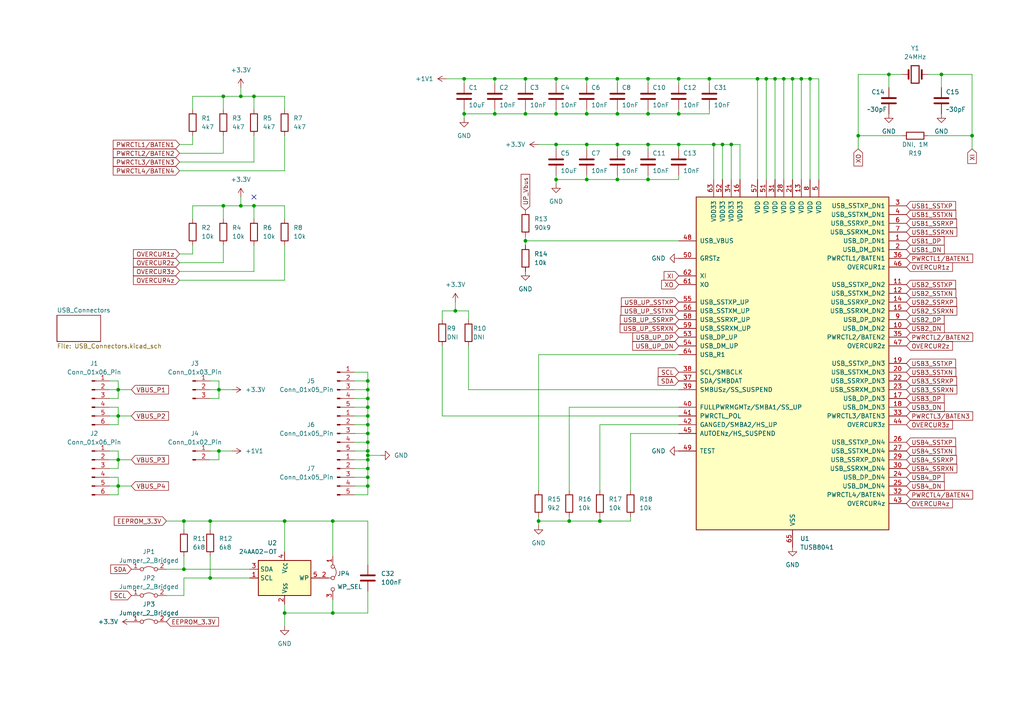
<source format=kicad_sch>
(kicad_sch (version 20230121) (generator eeschema)

  (uuid 175961d3-9707-4890-9f07-248fd19b87ae)

  (paper "A4")

  (lib_symbols
    (symbol "Connector:Conn_01x02_Pin" (pin_names (offset 1.016) hide) (in_bom yes) (on_board yes)
      (property "Reference" "J" (at 0 2.54 0)
        (effects (font (size 1.27 1.27)))
      )
      (property "Value" "Conn_01x02_Pin" (at 0 -5.08 0)
        (effects (font (size 1.27 1.27)))
      )
      (property "Footprint" "" (at 0 0 0)
        (effects (font (size 1.27 1.27)) hide)
      )
      (property "Datasheet" "~" (at 0 0 0)
        (effects (font (size 1.27 1.27)) hide)
      )
      (property "ki_locked" "" (at 0 0 0)
        (effects (font (size 1.27 1.27)))
      )
      (property "ki_keywords" "connector" (at 0 0 0)
        (effects (font (size 1.27 1.27)) hide)
      )
      (property "ki_description" "Generic connector, single row, 01x02, script generated" (at 0 0 0)
        (effects (font (size 1.27 1.27)) hide)
      )
      (property "ki_fp_filters" "Connector*:*_1x??_*" (at 0 0 0)
        (effects (font (size 1.27 1.27)) hide)
      )
      (symbol "Conn_01x02_Pin_1_1"
        (polyline
          (pts
            (xy 1.27 -2.54)
            (xy 0.8636 -2.54)
          )
          (stroke (width 0.1524) (type default))
          (fill (type none))
        )
        (polyline
          (pts
            (xy 1.27 0)
            (xy 0.8636 0)
          )
          (stroke (width 0.1524) (type default))
          (fill (type none))
        )
        (rectangle (start 0.8636 -2.413) (end 0 -2.667)
          (stroke (width 0.1524) (type default))
          (fill (type outline))
        )
        (rectangle (start 0.8636 0.127) (end 0 -0.127)
          (stroke (width 0.1524) (type default))
          (fill (type outline))
        )
        (pin passive line (at 5.08 0 180) (length 3.81)
          (name "Pin_1" (effects (font (size 1.27 1.27))))
          (number "1" (effects (font (size 1.27 1.27))))
        )
        (pin passive line (at 5.08 -2.54 180) (length 3.81)
          (name "Pin_2" (effects (font (size 1.27 1.27))))
          (number "2" (effects (font (size 1.27 1.27))))
        )
      )
    )
    (symbol "Connector:Conn_01x03_Pin" (pin_names (offset 1.016) hide) (in_bom yes) (on_board yes)
      (property "Reference" "J" (at 0 5.08 0)
        (effects (font (size 1.27 1.27)))
      )
      (property "Value" "Conn_01x03_Pin" (at 0 -5.08 0)
        (effects (font (size 1.27 1.27)))
      )
      (property "Footprint" "" (at 0 0 0)
        (effects (font (size 1.27 1.27)) hide)
      )
      (property "Datasheet" "~" (at 0 0 0)
        (effects (font (size 1.27 1.27)) hide)
      )
      (property "ki_locked" "" (at 0 0 0)
        (effects (font (size 1.27 1.27)))
      )
      (property "ki_keywords" "connector" (at 0 0 0)
        (effects (font (size 1.27 1.27)) hide)
      )
      (property "ki_description" "Generic connector, single row, 01x03, script generated" (at 0 0 0)
        (effects (font (size 1.27 1.27)) hide)
      )
      (property "ki_fp_filters" "Connector*:*_1x??_*" (at 0 0 0)
        (effects (font (size 1.27 1.27)) hide)
      )
      (symbol "Conn_01x03_Pin_1_1"
        (polyline
          (pts
            (xy 1.27 -2.54)
            (xy 0.8636 -2.54)
          )
          (stroke (width 0.1524) (type default))
          (fill (type none))
        )
        (polyline
          (pts
            (xy 1.27 0)
            (xy 0.8636 0)
          )
          (stroke (width 0.1524) (type default))
          (fill (type none))
        )
        (polyline
          (pts
            (xy 1.27 2.54)
            (xy 0.8636 2.54)
          )
          (stroke (width 0.1524) (type default))
          (fill (type none))
        )
        (rectangle (start 0.8636 -2.413) (end 0 -2.667)
          (stroke (width 0.1524) (type default))
          (fill (type outline))
        )
        (rectangle (start 0.8636 0.127) (end 0 -0.127)
          (stroke (width 0.1524) (type default))
          (fill (type outline))
        )
        (rectangle (start 0.8636 2.667) (end 0 2.413)
          (stroke (width 0.1524) (type default))
          (fill (type outline))
        )
        (pin passive line (at 5.08 2.54 180) (length 3.81)
          (name "Pin_1" (effects (font (size 1.27 1.27))))
          (number "1" (effects (font (size 1.27 1.27))))
        )
        (pin passive line (at 5.08 0 180) (length 3.81)
          (name "Pin_2" (effects (font (size 1.27 1.27))))
          (number "2" (effects (font (size 1.27 1.27))))
        )
        (pin passive line (at 5.08 -2.54 180) (length 3.81)
          (name "Pin_3" (effects (font (size 1.27 1.27))))
          (number "3" (effects (font (size 1.27 1.27))))
        )
      )
    )
    (symbol "Connector:Conn_01x05_Pin" (pin_names (offset 1.016) hide) (in_bom yes) (on_board yes)
      (property "Reference" "J" (at 0 7.62 0)
        (effects (font (size 1.27 1.27)))
      )
      (property "Value" "Conn_01x05_Pin" (at 0 -7.62 0)
        (effects (font (size 1.27 1.27)))
      )
      (property "Footprint" "" (at 0 0 0)
        (effects (font (size 1.27 1.27)) hide)
      )
      (property "Datasheet" "~" (at 0 0 0)
        (effects (font (size 1.27 1.27)) hide)
      )
      (property "ki_locked" "" (at 0 0 0)
        (effects (font (size 1.27 1.27)))
      )
      (property "ki_keywords" "connector" (at 0 0 0)
        (effects (font (size 1.27 1.27)) hide)
      )
      (property "ki_description" "Generic connector, single row, 01x05, script generated" (at 0 0 0)
        (effects (font (size 1.27 1.27)) hide)
      )
      (property "ki_fp_filters" "Connector*:*_1x??_*" (at 0 0 0)
        (effects (font (size 1.27 1.27)) hide)
      )
      (symbol "Conn_01x05_Pin_1_1"
        (polyline
          (pts
            (xy 1.27 -5.08)
            (xy 0.8636 -5.08)
          )
          (stroke (width 0.1524) (type default))
          (fill (type none))
        )
        (polyline
          (pts
            (xy 1.27 -2.54)
            (xy 0.8636 -2.54)
          )
          (stroke (width 0.1524) (type default))
          (fill (type none))
        )
        (polyline
          (pts
            (xy 1.27 0)
            (xy 0.8636 0)
          )
          (stroke (width 0.1524) (type default))
          (fill (type none))
        )
        (polyline
          (pts
            (xy 1.27 2.54)
            (xy 0.8636 2.54)
          )
          (stroke (width 0.1524) (type default))
          (fill (type none))
        )
        (polyline
          (pts
            (xy 1.27 5.08)
            (xy 0.8636 5.08)
          )
          (stroke (width 0.1524) (type default))
          (fill (type none))
        )
        (rectangle (start 0.8636 -4.953) (end 0 -5.207)
          (stroke (width 0.1524) (type default))
          (fill (type outline))
        )
        (rectangle (start 0.8636 -2.413) (end 0 -2.667)
          (stroke (width 0.1524) (type default))
          (fill (type outline))
        )
        (rectangle (start 0.8636 0.127) (end 0 -0.127)
          (stroke (width 0.1524) (type default))
          (fill (type outline))
        )
        (rectangle (start 0.8636 2.667) (end 0 2.413)
          (stroke (width 0.1524) (type default))
          (fill (type outline))
        )
        (rectangle (start 0.8636 5.207) (end 0 4.953)
          (stroke (width 0.1524) (type default))
          (fill (type outline))
        )
        (pin passive line (at 5.08 5.08 180) (length 3.81)
          (name "Pin_1" (effects (font (size 1.27 1.27))))
          (number "1" (effects (font (size 1.27 1.27))))
        )
        (pin passive line (at 5.08 2.54 180) (length 3.81)
          (name "Pin_2" (effects (font (size 1.27 1.27))))
          (number "2" (effects (font (size 1.27 1.27))))
        )
        (pin passive line (at 5.08 0 180) (length 3.81)
          (name "Pin_3" (effects (font (size 1.27 1.27))))
          (number "3" (effects (font (size 1.27 1.27))))
        )
        (pin passive line (at 5.08 -2.54 180) (length 3.81)
          (name "Pin_4" (effects (font (size 1.27 1.27))))
          (number "4" (effects (font (size 1.27 1.27))))
        )
        (pin passive line (at 5.08 -5.08 180) (length 3.81)
          (name "Pin_5" (effects (font (size 1.27 1.27))))
          (number "5" (effects (font (size 1.27 1.27))))
        )
      )
    )
    (symbol "Connector:Conn_01x06_Pin" (pin_names (offset 1.016) hide) (in_bom yes) (on_board yes)
      (property "Reference" "J" (at 0 7.62 0)
        (effects (font (size 1.27 1.27)))
      )
      (property "Value" "Conn_01x06_Pin" (at 0 -10.16 0)
        (effects (font (size 1.27 1.27)))
      )
      (property "Footprint" "" (at 0 0 0)
        (effects (font (size 1.27 1.27)) hide)
      )
      (property "Datasheet" "~" (at 0 0 0)
        (effects (font (size 1.27 1.27)) hide)
      )
      (property "ki_locked" "" (at 0 0 0)
        (effects (font (size 1.27 1.27)))
      )
      (property "ki_keywords" "connector" (at 0 0 0)
        (effects (font (size 1.27 1.27)) hide)
      )
      (property "ki_description" "Generic connector, single row, 01x06, script generated" (at 0 0 0)
        (effects (font (size 1.27 1.27)) hide)
      )
      (property "ki_fp_filters" "Connector*:*_1x??_*" (at 0 0 0)
        (effects (font (size 1.27 1.27)) hide)
      )
      (symbol "Conn_01x06_Pin_1_1"
        (polyline
          (pts
            (xy 1.27 -7.62)
            (xy 0.8636 -7.62)
          )
          (stroke (width 0.1524) (type default))
          (fill (type none))
        )
        (polyline
          (pts
            (xy 1.27 -5.08)
            (xy 0.8636 -5.08)
          )
          (stroke (width 0.1524) (type default))
          (fill (type none))
        )
        (polyline
          (pts
            (xy 1.27 -2.54)
            (xy 0.8636 -2.54)
          )
          (stroke (width 0.1524) (type default))
          (fill (type none))
        )
        (polyline
          (pts
            (xy 1.27 0)
            (xy 0.8636 0)
          )
          (stroke (width 0.1524) (type default))
          (fill (type none))
        )
        (polyline
          (pts
            (xy 1.27 2.54)
            (xy 0.8636 2.54)
          )
          (stroke (width 0.1524) (type default))
          (fill (type none))
        )
        (polyline
          (pts
            (xy 1.27 5.08)
            (xy 0.8636 5.08)
          )
          (stroke (width 0.1524) (type default))
          (fill (type none))
        )
        (rectangle (start 0.8636 -7.493) (end 0 -7.747)
          (stroke (width 0.1524) (type default))
          (fill (type outline))
        )
        (rectangle (start 0.8636 -4.953) (end 0 -5.207)
          (stroke (width 0.1524) (type default))
          (fill (type outline))
        )
        (rectangle (start 0.8636 -2.413) (end 0 -2.667)
          (stroke (width 0.1524) (type default))
          (fill (type outline))
        )
        (rectangle (start 0.8636 0.127) (end 0 -0.127)
          (stroke (width 0.1524) (type default))
          (fill (type outline))
        )
        (rectangle (start 0.8636 2.667) (end 0 2.413)
          (stroke (width 0.1524) (type default))
          (fill (type outline))
        )
        (rectangle (start 0.8636 5.207) (end 0 4.953)
          (stroke (width 0.1524) (type default))
          (fill (type outline))
        )
        (pin passive line (at 5.08 5.08 180) (length 3.81)
          (name "Pin_1" (effects (font (size 1.27 1.27))))
          (number "1" (effects (font (size 1.27 1.27))))
        )
        (pin passive line (at 5.08 2.54 180) (length 3.81)
          (name "Pin_2" (effects (font (size 1.27 1.27))))
          (number "2" (effects (font (size 1.27 1.27))))
        )
        (pin passive line (at 5.08 0 180) (length 3.81)
          (name "Pin_3" (effects (font (size 1.27 1.27))))
          (number "3" (effects (font (size 1.27 1.27))))
        )
        (pin passive line (at 5.08 -2.54 180) (length 3.81)
          (name "Pin_4" (effects (font (size 1.27 1.27))))
          (number "4" (effects (font (size 1.27 1.27))))
        )
        (pin passive line (at 5.08 -5.08 180) (length 3.81)
          (name "Pin_5" (effects (font (size 1.27 1.27))))
          (number "5" (effects (font (size 1.27 1.27))))
        )
        (pin passive line (at 5.08 -7.62 180) (length 3.81)
          (name "Pin_6" (effects (font (size 1.27 1.27))))
          (number "6" (effects (font (size 1.27 1.27))))
        )
      )
    )
    (symbol "Device:C" (pin_numbers hide) (pin_names (offset 0.254)) (in_bom yes) (on_board yes)
      (property "Reference" "C" (at 0.635 2.54 0)
        (effects (font (size 1.27 1.27)) (justify left))
      )
      (property "Value" "C" (at 0.635 -2.54 0)
        (effects (font (size 1.27 1.27)) (justify left))
      )
      (property "Footprint" "" (at 0.9652 -3.81 0)
        (effects (font (size 1.27 1.27)) hide)
      )
      (property "Datasheet" "~" (at 0 0 0)
        (effects (font (size 1.27 1.27)) hide)
      )
      (property "ki_keywords" "cap capacitor" (at 0 0 0)
        (effects (font (size 1.27 1.27)) hide)
      )
      (property "ki_description" "Unpolarized capacitor" (at 0 0 0)
        (effects (font (size 1.27 1.27)) hide)
      )
      (property "ki_fp_filters" "C_*" (at 0 0 0)
        (effects (font (size 1.27 1.27)) hide)
      )
      (symbol "C_0_1"
        (polyline
          (pts
            (xy -2.032 -0.762)
            (xy 2.032 -0.762)
          )
          (stroke (width 0.508) (type default))
          (fill (type none))
        )
        (polyline
          (pts
            (xy -2.032 0.762)
            (xy 2.032 0.762)
          )
          (stroke (width 0.508) (type default))
          (fill (type none))
        )
      )
      (symbol "C_1_1"
        (pin passive line (at 0 3.81 270) (length 2.794)
          (name "~" (effects (font (size 1.27 1.27))))
          (number "1" (effects (font (size 1.27 1.27))))
        )
        (pin passive line (at 0 -3.81 90) (length 2.794)
          (name "~" (effects (font (size 1.27 1.27))))
          (number "2" (effects (font (size 1.27 1.27))))
        )
      )
    )
    (symbol "Device:Crystal" (pin_numbers hide) (pin_names (offset 1.016) hide) (in_bom yes) (on_board yes)
      (property "Reference" "Y" (at 0 3.81 0)
        (effects (font (size 1.27 1.27)))
      )
      (property "Value" "Crystal" (at 0 -3.81 0)
        (effects (font (size 1.27 1.27)))
      )
      (property "Footprint" "" (at 0 0 0)
        (effects (font (size 1.27 1.27)) hide)
      )
      (property "Datasheet" "~" (at 0 0 0)
        (effects (font (size 1.27 1.27)) hide)
      )
      (property "ki_keywords" "quartz ceramic resonator oscillator" (at 0 0 0)
        (effects (font (size 1.27 1.27)) hide)
      )
      (property "ki_description" "Two pin crystal" (at 0 0 0)
        (effects (font (size 1.27 1.27)) hide)
      )
      (property "ki_fp_filters" "Crystal*" (at 0 0 0)
        (effects (font (size 1.27 1.27)) hide)
      )
      (symbol "Crystal_0_1"
        (rectangle (start -1.143 2.54) (end 1.143 -2.54)
          (stroke (width 0.3048) (type default))
          (fill (type none))
        )
        (polyline
          (pts
            (xy -2.54 0)
            (xy -1.905 0)
          )
          (stroke (width 0) (type default))
          (fill (type none))
        )
        (polyline
          (pts
            (xy -1.905 -1.27)
            (xy -1.905 1.27)
          )
          (stroke (width 0.508) (type default))
          (fill (type none))
        )
        (polyline
          (pts
            (xy 1.905 -1.27)
            (xy 1.905 1.27)
          )
          (stroke (width 0.508) (type default))
          (fill (type none))
        )
        (polyline
          (pts
            (xy 2.54 0)
            (xy 1.905 0)
          )
          (stroke (width 0) (type default))
          (fill (type none))
        )
      )
      (symbol "Crystal_1_1"
        (pin passive line (at -3.81 0 0) (length 1.27)
          (name "1" (effects (font (size 1.27 1.27))))
          (number "1" (effects (font (size 1.27 1.27))))
        )
        (pin passive line (at 3.81 0 180) (length 1.27)
          (name "2" (effects (font (size 1.27 1.27))))
          (number "2" (effects (font (size 1.27 1.27))))
        )
      )
    )
    (symbol "Device:R" (pin_numbers hide) (pin_names (offset 0)) (in_bom yes) (on_board yes)
      (property "Reference" "R" (at 2.032 0 90)
        (effects (font (size 1.27 1.27)))
      )
      (property "Value" "R" (at 0 0 90)
        (effects (font (size 1.27 1.27)))
      )
      (property "Footprint" "" (at -1.778 0 90)
        (effects (font (size 1.27 1.27)) hide)
      )
      (property "Datasheet" "~" (at 0 0 0)
        (effects (font (size 1.27 1.27)) hide)
      )
      (property "ki_keywords" "R res resistor" (at 0 0 0)
        (effects (font (size 1.27 1.27)) hide)
      )
      (property "ki_description" "Resistor" (at 0 0 0)
        (effects (font (size 1.27 1.27)) hide)
      )
      (property "ki_fp_filters" "R_*" (at 0 0 0)
        (effects (font (size 1.27 1.27)) hide)
      )
      (symbol "R_0_1"
        (rectangle (start -1.016 -2.54) (end 1.016 2.54)
          (stroke (width 0.254) (type default))
          (fill (type none))
        )
      )
      (symbol "R_1_1"
        (pin passive line (at 0 3.81 270) (length 1.27)
          (name "~" (effects (font (size 1.27 1.27))))
          (number "1" (effects (font (size 1.27 1.27))))
        )
        (pin passive line (at 0 -3.81 90) (length 1.27)
          (name "~" (effects (font (size 1.27 1.27))))
          (number "2" (effects (font (size 1.27 1.27))))
        )
      )
    )
    (symbol "Interface_USB:TUSB8041" (pin_names (offset 1.016)) (in_bom yes) (on_board yes)
      (property "Reference" "U" (at 15.24 53.34 0)
        (effects (font (size 1.27 1.27)) (justify left))
      )
      (property "Value" "TUSB8041" (at 15.24 50.8 0)
        (effects (font (size 1.27 1.27)) (justify left))
      )
      (property "Footprint" "Package_DFN_QFN:QFN-64-1EP_9x9mm_P0.5mm_EP6x6mm_ThermalVias" (at 30.48 50.8 0)
        (effects (font (size 1.27 1.27)) (justify left) hide)
      )
      (property "Datasheet" "http://www.ti.com/lit/ds/symlink/tusb8041.pdf" (at -7.62 5.08 0)
        (effects (font (size 1.27 1.27)) hide)
      )
      (property "ki_keywords" "USB3.0 hub" (at 0 0 0)
        (effects (font (size 1.27 1.27)) hide)
      )
      (property "ki_description" "four port USB 3.0 Hub" (at 0 0 0)
        (effects (font (size 1.27 1.27)) hide)
      )
      (property "ki_fp_filters" "QFN*9x9mm*P0.5mm*" (at 0 0 0)
        (effects (font (size 1.27 1.27)) hide)
      )
      (symbol "TUSB8041_0_1"
        (rectangle (start -27.94 48.26) (end 27.94 -48.26)
          (stroke (width 0.254) (type default))
          (fill (type background))
        )
      )
      (symbol "TUSB8041_1_1"
        (pin bidirectional line (at 33.02 35.56 180) (length 5.08)
          (name "USB_DP_DN1" (effects (font (size 1.27 1.27))))
          (number "1" (effects (font (size 1.27 1.27))))
        )
        (pin bidirectional line (at 33.02 10.16 180) (length 5.08)
          (name "USB_DM_DN2" (effects (font (size 1.27 1.27))))
          (number "10" (effects (font (size 1.27 1.27))))
        )
        (pin output line (at 33.02 22.86 180) (length 5.08)
          (name "USB_SSTXP_DN2" (effects (font (size 1.27 1.27))))
          (number "11" (effects (font (size 1.27 1.27))))
        )
        (pin output line (at 33.02 20.32 180) (length 5.08)
          (name "USB_SSTXM_DN2" (effects (font (size 1.27 1.27))))
          (number "12" (effects (font (size 1.27 1.27))))
        )
        (pin power_in line (at 2.54 53.34 270) (length 5.08)
          (name "VDD" (effects (font (size 1.27 1.27))))
          (number "13" (effects (font (size 1.27 1.27))))
        )
        (pin input line (at 33.02 17.78 180) (length 5.08)
          (name "USB_SSRXP_DN2" (effects (font (size 1.27 1.27))))
          (number "14" (effects (font (size 1.27 1.27))))
        )
        (pin input line (at 33.02 15.24 180) (length 5.08)
          (name "USB_SSRXM_DN2" (effects (font (size 1.27 1.27))))
          (number "15" (effects (font (size 1.27 1.27))))
        )
        (pin power_in line (at -15.24 53.34 270) (length 5.08)
          (name "VDD33" (effects (font (size 1.27 1.27))))
          (number "16" (effects (font (size 1.27 1.27))))
        )
        (pin bidirectional line (at 33.02 -10.16 180) (length 5.08)
          (name "USB_DP_DN3" (effects (font (size 1.27 1.27))))
          (number "17" (effects (font (size 1.27 1.27))))
        )
        (pin bidirectional line (at 33.02 -12.7 180) (length 5.08)
          (name "USB_DM_DN3" (effects (font (size 1.27 1.27))))
          (number "18" (effects (font (size 1.27 1.27))))
        )
        (pin output line (at 33.02 0 180) (length 5.08)
          (name "USB_SSTXP_DN3" (effects (font (size 1.27 1.27))))
          (number "19" (effects (font (size 1.27 1.27))))
        )
        (pin bidirectional line (at 33.02 33.02 180) (length 5.08)
          (name "USB_DM_DN1" (effects (font (size 1.27 1.27))))
          (number "2" (effects (font (size 1.27 1.27))))
        )
        (pin output line (at 33.02 -2.54 180) (length 5.08)
          (name "USB_SSTXM_DN3" (effects (font (size 1.27 1.27))))
          (number "20" (effects (font (size 1.27 1.27))))
        )
        (pin power_in line (at 0 53.34 270) (length 5.08)
          (name "VDD" (effects (font (size 1.27 1.27))))
          (number "21" (effects (font (size 1.27 1.27))))
        )
        (pin input line (at 33.02 -5.08 180) (length 5.08)
          (name "USB_SSRXP_DN3" (effects (font (size 1.27 1.27))))
          (number "22" (effects (font (size 1.27 1.27))))
        )
        (pin input line (at 33.02 -7.62 180) (length 5.08)
          (name "USB_SSRXM_DN3" (effects (font (size 1.27 1.27))))
          (number "23" (effects (font (size 1.27 1.27))))
        )
        (pin bidirectional line (at 33.02 -33.02 180) (length 5.08)
          (name "USB_DP_DN4" (effects (font (size 1.27 1.27))))
          (number "24" (effects (font (size 1.27 1.27))))
        )
        (pin bidirectional line (at 33.02 -35.56 180) (length 5.08)
          (name "USB_DM_DN4" (effects (font (size 1.27 1.27))))
          (number "25" (effects (font (size 1.27 1.27))))
        )
        (pin output line (at 33.02 -22.86 180) (length 5.08)
          (name "USB_SSTXP_DN4" (effects (font (size 1.27 1.27))))
          (number "26" (effects (font (size 1.27 1.27))))
        )
        (pin output line (at 33.02 -25.4 180) (length 5.08)
          (name "USB_SSTXM_DN4" (effects (font (size 1.27 1.27))))
          (number "27" (effects (font (size 1.27 1.27))))
        )
        (pin power_in line (at -2.54 53.34 270) (length 5.08)
          (name "VDD" (effects (font (size 1.27 1.27))))
          (number "28" (effects (font (size 1.27 1.27))))
        )
        (pin input line (at 33.02 -27.94 180) (length 5.08)
          (name "USB_SSRXP_DN4" (effects (font (size 1.27 1.27))))
          (number "29" (effects (font (size 1.27 1.27))))
        )
        (pin output line (at 33.02 45.72 180) (length 5.08)
          (name "USB_SSTXP_DN1" (effects (font (size 1.27 1.27))))
          (number "3" (effects (font (size 1.27 1.27))))
        )
        (pin input line (at 33.02 -30.48 180) (length 5.08)
          (name "USB_SSRXM_DN4" (effects (font (size 1.27 1.27))))
          (number "30" (effects (font (size 1.27 1.27))))
        )
        (pin power_in line (at -5.08 53.34 270) (length 5.08)
          (name "VDD" (effects (font (size 1.27 1.27))))
          (number "31" (effects (font (size 1.27 1.27))))
        )
        (pin bidirectional line (at 33.02 -38.1 180) (length 5.08)
          (name "PWRCTL4/BATEN4" (effects (font (size 1.27 1.27))))
          (number "32" (effects (font (size 1.27 1.27))))
        )
        (pin bidirectional line (at 33.02 -15.24 180) (length 5.08)
          (name "PWRCTL3/BATEN3" (effects (font (size 1.27 1.27))))
          (number "33" (effects (font (size 1.27 1.27))))
        )
        (pin power_in line (at -17.78 53.34 270) (length 5.08)
          (name "VDD33" (effects (font (size 1.27 1.27))))
          (number "34" (effects (font (size 1.27 1.27))))
        )
        (pin bidirectional line (at 33.02 7.62 180) (length 5.08)
          (name "PWRCTL2/BATEN2" (effects (font (size 1.27 1.27))))
          (number "35" (effects (font (size 1.27 1.27))))
        )
        (pin bidirectional line (at 33.02 30.48 180) (length 5.08)
          (name "PWRCTL1/BATEN1" (effects (font (size 1.27 1.27))))
          (number "36" (effects (font (size 1.27 1.27))))
        )
        (pin bidirectional line (at -33.02 -5.08 0) (length 5.08)
          (name "SDA/SMBDAT" (effects (font (size 1.27 1.27))))
          (number "37" (effects (font (size 1.27 1.27))))
        )
        (pin bidirectional line (at -33.02 -2.54 0) (length 5.08)
          (name "SCL/SMBCLK" (effects (font (size 1.27 1.27))))
          (number "38" (effects (font (size 1.27 1.27))))
        )
        (pin bidirectional line (at -33.02 -7.62 0) (length 5.08)
          (name "SMBUSz/SS_SUSPEND" (effects (font (size 1.27 1.27))))
          (number "39" (effects (font (size 1.27 1.27))))
        )
        (pin output line (at 33.02 43.18 180) (length 5.08)
          (name "USB_SSTXM_DN1" (effects (font (size 1.27 1.27))))
          (number "4" (effects (font (size 1.27 1.27))))
        )
        (pin bidirectional line (at -33.02 -12.7 0) (length 5.08)
          (name "FULLPWRMGMTz/SMBA1/SS_UP" (effects (font (size 1.27 1.27))))
          (number "40" (effects (font (size 1.27 1.27))))
        )
        (pin bidirectional line (at -33.02 -15.24 0) (length 5.08)
          (name "PWRCTL_POL" (effects (font (size 1.27 1.27))))
          (number "41" (effects (font (size 1.27 1.27))))
        )
        (pin bidirectional line (at -33.02 -17.78 0) (length 5.08)
          (name "GANGED/SMBA2/HS_UP" (effects (font (size 1.27 1.27))))
          (number "42" (effects (font (size 1.27 1.27))))
        )
        (pin input line (at 33.02 -40.64 180) (length 5.08)
          (name "OVERCUR4z" (effects (font (size 1.27 1.27))))
          (number "43" (effects (font (size 1.27 1.27))))
        )
        (pin input line (at 33.02 -17.78 180) (length 5.08)
          (name "OVERCUR3z" (effects (font (size 1.27 1.27))))
          (number "44" (effects (font (size 1.27 1.27))))
        )
        (pin bidirectional line (at -33.02 -20.32 0) (length 5.08)
          (name "AUTOENz/HS_SUSPEND" (effects (font (size 1.27 1.27))))
          (number "45" (effects (font (size 1.27 1.27))))
        )
        (pin input line (at 33.02 27.94 180) (length 5.08)
          (name "OVERCUR1z" (effects (font (size 1.27 1.27))))
          (number "46" (effects (font (size 1.27 1.27))))
        )
        (pin input line (at 33.02 5.08 180) (length 5.08)
          (name "OVERCUR2z" (effects (font (size 1.27 1.27))))
          (number "47" (effects (font (size 1.27 1.27))))
        )
        (pin input line (at -33.02 35.56 0) (length 5.08)
          (name "USB_VBUS" (effects (font (size 1.27 1.27))))
          (number "48" (effects (font (size 1.27 1.27))))
        )
        (pin input line (at -33.02 -25.4 0) (length 5.08)
          (name "TEST" (effects (font (size 1.27 1.27))))
          (number "49" (effects (font (size 1.27 1.27))))
        )
        (pin power_in line (at 7.62 53.34 270) (length 5.08)
          (name "VDD" (effects (font (size 1.27 1.27))))
          (number "5" (effects (font (size 1.27 1.27))))
        )
        (pin input line (at -33.02 30.48 0) (length 5.08)
          (name "GRSTz" (effects (font (size 1.27 1.27))))
          (number "50" (effects (font (size 1.27 1.27))))
        )
        (pin power_in line (at -7.62 53.34 270) (length 5.08)
          (name "VDD" (effects (font (size 1.27 1.27))))
          (number "51" (effects (font (size 1.27 1.27))))
        )
        (pin power_in line (at -20.32 53.34 270) (length 5.08)
          (name "VDD33" (effects (font (size 1.27 1.27))))
          (number "52" (effects (font (size 1.27 1.27))))
        )
        (pin bidirectional line (at -33.02 7.62 0) (length 5.08)
          (name "USB_DP_UP" (effects (font (size 1.27 1.27))))
          (number "53" (effects (font (size 1.27 1.27))))
        )
        (pin bidirectional line (at -33.02 5.08 0) (length 5.08)
          (name "USB_DM_UP" (effects (font (size 1.27 1.27))))
          (number "54" (effects (font (size 1.27 1.27))))
        )
        (pin output line (at -33.02 17.78 0) (length 5.08)
          (name "USB_SSTXP_UP" (effects (font (size 1.27 1.27))))
          (number "55" (effects (font (size 1.27 1.27))))
        )
        (pin output line (at -33.02 15.24 0) (length 5.08)
          (name "USB_SSTXM_UP" (effects (font (size 1.27 1.27))))
          (number "56" (effects (font (size 1.27 1.27))))
        )
        (pin power_in line (at -10.16 53.34 270) (length 5.08)
          (name "VDD" (effects (font (size 1.27 1.27))))
          (number "57" (effects (font (size 1.27 1.27))))
        )
        (pin input line (at -33.02 12.7 0) (length 5.08)
          (name "USB_SSRXP_UP" (effects (font (size 1.27 1.27))))
          (number "58" (effects (font (size 1.27 1.27))))
        )
        (pin input line (at -33.02 10.16 0) (length 5.08)
          (name "USB_SSRXM_UP" (effects (font (size 1.27 1.27))))
          (number "59" (effects (font (size 1.27 1.27))))
        )
        (pin input line (at 33.02 40.64 180) (length 5.08)
          (name "USB_SSRXP_DN1" (effects (font (size 1.27 1.27))))
          (number "6" (effects (font (size 1.27 1.27))))
        )
        (pin no_connect line (at 27.94 -45.72 180) (length 5.08) hide
          (name "NC" (effects (font (size 1.27 1.27))))
          (number "60" (effects (font (size 1.27 1.27))))
        )
        (pin output line (at -33.02 22.86 0) (length 5.08)
          (name "XO" (effects (font (size 1.27 1.27))))
          (number "61" (effects (font (size 1.27 1.27))))
        )
        (pin input line (at -33.02 25.4 0) (length 5.08)
          (name "XI" (effects (font (size 1.27 1.27))))
          (number "62" (effects (font (size 1.27 1.27))))
        )
        (pin power_in line (at -22.86 53.34 270) (length 5.08)
          (name "VDD33" (effects (font (size 1.27 1.27))))
          (number "63" (effects (font (size 1.27 1.27))))
        )
        (pin input line (at -33.02 2.54 0) (length 5.08)
          (name "USB_R1" (effects (font (size 1.27 1.27))))
          (number "64" (effects (font (size 1.27 1.27))))
        )
        (pin power_in line (at 0 -53.34 90) (length 5.08)
          (name "VSS" (effects (font (size 1.27 1.27))))
          (number "65" (effects (font (size 1.27 1.27))))
        )
        (pin input line (at 33.02 38.1 180) (length 5.08)
          (name "USB_SSRXM_DN1" (effects (font (size 1.27 1.27))))
          (number "7" (effects (font (size 1.27 1.27))))
        )
        (pin power_in line (at 5.08 53.34 270) (length 5.08)
          (name "VDD" (effects (font (size 1.27 1.27))))
          (number "8" (effects (font (size 1.27 1.27))))
        )
        (pin bidirectional line (at 33.02 12.7 180) (length 5.08)
          (name "USB_DP_DN2" (effects (font (size 1.27 1.27))))
          (number "9" (effects (font (size 1.27 1.27))))
        )
      )
    )
    (symbol "Jumper:Jumper_2_Bridged" (pin_names (offset 0) hide) (in_bom yes) (on_board yes)
      (property "Reference" "JP" (at 0 1.905 0)
        (effects (font (size 1.27 1.27)))
      )
      (property "Value" "Jumper_2_Bridged" (at 0 -2.54 0)
        (effects (font (size 1.27 1.27)))
      )
      (property "Footprint" "" (at 0 0 0)
        (effects (font (size 1.27 1.27)) hide)
      )
      (property "Datasheet" "~" (at 0 0 0)
        (effects (font (size 1.27 1.27)) hide)
      )
      (property "ki_keywords" "Jumper SPST" (at 0 0 0)
        (effects (font (size 1.27 1.27)) hide)
      )
      (property "ki_description" "Jumper, 2-pole, closed/bridged" (at 0 0 0)
        (effects (font (size 1.27 1.27)) hide)
      )
      (property "ki_fp_filters" "Jumper* TestPoint*2Pads* TestPoint*Bridge*" (at 0 0 0)
        (effects (font (size 1.27 1.27)) hide)
      )
      (symbol "Jumper_2_Bridged_0_0"
        (circle (center -2.032 0) (radius 0.508)
          (stroke (width 0) (type default))
          (fill (type none))
        )
        (circle (center 2.032 0) (radius 0.508)
          (stroke (width 0) (type default))
          (fill (type none))
        )
      )
      (symbol "Jumper_2_Bridged_0_1"
        (arc (start 1.524 0.254) (mid 0 0.762) (end -1.524 0.254)
          (stroke (width 0) (type default))
          (fill (type none))
        )
      )
      (symbol "Jumper_2_Bridged_1_1"
        (pin passive line (at -5.08 0 0) (length 2.54)
          (name "A" (effects (font (size 1.27 1.27))))
          (number "1" (effects (font (size 1.27 1.27))))
        )
        (pin passive line (at 5.08 0 180) (length 2.54)
          (name "B" (effects (font (size 1.27 1.27))))
          (number "2" (effects (font (size 1.27 1.27))))
        )
      )
    )
    (symbol "Jumper:Jumper_3_Bridged12" (pin_names (offset 0) hide) (in_bom yes) (on_board yes)
      (property "Reference" "JP" (at -2.54 -2.54 0)
        (effects (font (size 1.27 1.27)))
      )
      (property "Value" "Jumper_3_Bridged12" (at 0 2.794 0)
        (effects (font (size 1.27 1.27)))
      )
      (property "Footprint" "" (at 0 0 0)
        (effects (font (size 1.27 1.27)) hide)
      )
      (property "Datasheet" "~" (at 0 0 0)
        (effects (font (size 1.27 1.27)) hide)
      )
      (property "ki_keywords" "Jumper SPDT" (at 0 0 0)
        (effects (font (size 1.27 1.27)) hide)
      )
      (property "ki_description" "Jumper, 3-pole, pins 1+2 closed/bridged" (at 0 0 0)
        (effects (font (size 1.27 1.27)) hide)
      )
      (property "ki_fp_filters" "Jumper* TestPoint*3Pads* TestPoint*Bridge*" (at 0 0 0)
        (effects (font (size 1.27 1.27)) hide)
      )
      (symbol "Jumper_3_Bridged12_0_0"
        (circle (center -3.302 0) (radius 0.508)
          (stroke (width 0) (type default))
          (fill (type none))
        )
        (circle (center 0 0) (radius 0.508)
          (stroke (width 0) (type default))
          (fill (type none))
        )
        (circle (center 3.302 0) (radius 0.508)
          (stroke (width 0) (type default))
          (fill (type none))
        )
      )
      (symbol "Jumper_3_Bridged12_0_1"
        (arc (start -0.254 0.508) (mid -1.651 0.9912) (end -3.048 0.508)
          (stroke (width 0) (type default))
          (fill (type none))
        )
        (polyline
          (pts
            (xy 0 -1.27)
            (xy 0 -0.508)
          )
          (stroke (width 0) (type default))
          (fill (type none))
        )
      )
      (symbol "Jumper_3_Bridged12_1_1"
        (pin passive line (at -6.35 0 0) (length 2.54)
          (name "A" (effects (font (size 1.27 1.27))))
          (number "1" (effects (font (size 1.27 1.27))))
        )
        (pin passive line (at 0 -3.81 90) (length 2.54)
          (name "C" (effects (font (size 1.27 1.27))))
          (number "2" (effects (font (size 1.27 1.27))))
        )
        (pin passive line (at 6.35 0 180) (length 2.54)
          (name "B" (effects (font (size 1.27 1.27))))
          (number "3" (effects (font (size 1.27 1.27))))
        )
      )
    )
    (symbol "Memory_EEPROM:24AA02-OT" (in_bom yes) (on_board yes)
      (property "Reference" "U" (at -7.62 6.35 0)
        (effects (font (size 1.27 1.27)))
      )
      (property "Value" "24AA02-OT" (at 2.54 -6.35 0)
        (effects (font (size 1.27 1.27)) (justify left))
      )
      (property "Footprint" "Package_TO_SOT_SMD:SOT-23-5" (at 0 0 0)
        (effects (font (size 1.27 1.27)) hide)
      )
      (property "Datasheet" "http://ww1.microchip.com/downloads/en/DeviceDoc/21709J.pdf" (at 0 0 0)
        (effects (font (size 1.27 1.27)) hide)
      )
      (property "ki_keywords" "I2C Serial EEPROM" (at 0 0 0)
        (effects (font (size 1.27 1.27)) hide)
      )
      (property "ki_description" "I2C Serial EEPROM, 2Kb, SOT-23" (at 0 0 0)
        (effects (font (size 1.27 1.27)) hide)
      )
      (property "ki_fp_filters" "SOT?23*" (at 0 0 0)
        (effects (font (size 1.27 1.27)) hide)
      )
      (symbol "24AA02-OT_1_1"
        (rectangle (start -7.62 5.08) (end 7.62 -5.08)
          (stroke (width 0.254) (type default))
          (fill (type background))
        )
        (pin input line (at 10.16 0 180) (length 2.54)
          (name "SCL" (effects (font (size 1.27 1.27))))
          (number "1" (effects (font (size 1.27 1.27))))
        )
        (pin power_in line (at 0 -7.62 90) (length 2.54)
          (name "V_{SS}" (effects (font (size 1.27 1.27))))
          (number "2" (effects (font (size 1.27 1.27))))
        )
        (pin bidirectional line (at 10.16 2.54 180) (length 2.54)
          (name "SDA" (effects (font (size 1.27 1.27))))
          (number "3" (effects (font (size 1.27 1.27))))
        )
        (pin power_in line (at 0 7.62 270) (length 2.54)
          (name "V_{CC}" (effects (font (size 1.27 1.27))))
          (number "4" (effects (font (size 1.27 1.27))))
        )
        (pin input line (at -10.16 0 0) (length 2.54)
          (name "WP" (effects (font (size 1.27 1.27))))
          (number "5" (effects (font (size 1.27 1.27))))
        )
      )
    )
    (symbol "power:+1V1" (power) (pin_names (offset 0)) (in_bom yes) (on_board yes)
      (property "Reference" "#PWR" (at 0 -3.81 0)
        (effects (font (size 1.27 1.27)) hide)
      )
      (property "Value" "+1V1" (at 0 3.556 0)
        (effects (font (size 1.27 1.27)))
      )
      (property "Footprint" "" (at 0 0 0)
        (effects (font (size 1.27 1.27)) hide)
      )
      (property "Datasheet" "" (at 0 0 0)
        (effects (font (size 1.27 1.27)) hide)
      )
      (property "ki_keywords" "global power" (at 0 0 0)
        (effects (font (size 1.27 1.27)) hide)
      )
      (property "ki_description" "Power symbol creates a global label with name \"+1V1\"" (at 0 0 0)
        (effects (font (size 1.27 1.27)) hide)
      )
      (symbol "+1V1_0_1"
        (polyline
          (pts
            (xy -0.762 1.27)
            (xy 0 2.54)
          )
          (stroke (width 0) (type default))
          (fill (type none))
        )
        (polyline
          (pts
            (xy 0 0)
            (xy 0 2.54)
          )
          (stroke (width 0) (type default))
          (fill (type none))
        )
        (polyline
          (pts
            (xy 0 2.54)
            (xy 0.762 1.27)
          )
          (stroke (width 0) (type default))
          (fill (type none))
        )
      )
      (symbol "+1V1_1_1"
        (pin power_in line (at 0 0 90) (length 0) hide
          (name "+1V1" (effects (font (size 1.27 1.27))))
          (number "1" (effects (font (size 1.27 1.27))))
        )
      )
    )
    (symbol "power:+3.3V" (power) (pin_names (offset 0)) (in_bom yes) (on_board yes)
      (property "Reference" "#PWR" (at 0 -3.81 0)
        (effects (font (size 1.27 1.27)) hide)
      )
      (property "Value" "+3.3V" (at 0 3.556 0)
        (effects (font (size 1.27 1.27)))
      )
      (property "Footprint" "" (at 0 0 0)
        (effects (font (size 1.27 1.27)) hide)
      )
      (property "Datasheet" "" (at 0 0 0)
        (effects (font (size 1.27 1.27)) hide)
      )
      (property "ki_keywords" "global power" (at 0 0 0)
        (effects (font (size 1.27 1.27)) hide)
      )
      (property "ki_description" "Power symbol creates a global label with name \"+3.3V\"" (at 0 0 0)
        (effects (font (size 1.27 1.27)) hide)
      )
      (symbol "+3.3V_0_1"
        (polyline
          (pts
            (xy -0.762 1.27)
            (xy 0 2.54)
          )
          (stroke (width 0) (type default))
          (fill (type none))
        )
        (polyline
          (pts
            (xy 0 0)
            (xy 0 2.54)
          )
          (stroke (width 0) (type default))
          (fill (type none))
        )
        (polyline
          (pts
            (xy 0 2.54)
            (xy 0.762 1.27)
          )
          (stroke (width 0) (type default))
          (fill (type none))
        )
      )
      (symbol "+3.3V_1_1"
        (pin power_in line (at 0 0 90) (length 0) hide
          (name "+3.3V" (effects (font (size 1.27 1.27))))
          (number "1" (effects (font (size 1.27 1.27))))
        )
      )
    )
    (symbol "power:GND" (power) (pin_names (offset 0)) (in_bom yes) (on_board yes)
      (property "Reference" "#PWR" (at 0 -6.35 0)
        (effects (font (size 1.27 1.27)) hide)
      )
      (property "Value" "GND" (at 0 -3.81 0)
        (effects (font (size 1.27 1.27)))
      )
      (property "Footprint" "" (at 0 0 0)
        (effects (font (size 1.27 1.27)) hide)
      )
      (property "Datasheet" "" (at 0 0 0)
        (effects (font (size 1.27 1.27)) hide)
      )
      (property "ki_keywords" "global power" (at 0 0 0)
        (effects (font (size 1.27 1.27)) hide)
      )
      (property "ki_description" "Power symbol creates a global label with name \"GND\" , ground" (at 0 0 0)
        (effects (font (size 1.27 1.27)) hide)
      )
      (symbol "GND_0_1"
        (polyline
          (pts
            (xy 0 0)
            (xy 0 -1.27)
            (xy 1.27 -1.27)
            (xy 0 -2.54)
            (xy -1.27 -1.27)
            (xy 0 -1.27)
          )
          (stroke (width 0) (type default))
          (fill (type none))
        )
      )
      (symbol "GND_1_1"
        (pin power_in line (at 0 0 270) (length 0) hide
          (name "GND" (effects (font (size 1.27 1.27))))
          (number "1" (effects (font (size 1.27 1.27))))
        )
      )
    )
  )

  (junction (at 106.68 113.03) (diameter 0) (color 0 0 0 0)
    (uuid 0209585b-979f-4939-ab03-77fc96b923a0)
  )
  (junction (at 134.62 33.02) (diameter 0) (color 0 0 0 0)
    (uuid 0a7a6bf4-21db-473d-9b4c-d362a76efa43)
  )
  (junction (at 161.29 22.86) (diameter 0) (color 0 0 0 0)
    (uuid 0abf227e-f3f2-4636-8091-14cc99d12777)
  )
  (junction (at 207.01 41.91) (diameter 0) (color 0 0 0 0)
    (uuid 0ace97ec-2999-47ac-ab71-e33c76f38e1a)
  )
  (junction (at 273.05 21.59) (diameter 0) (color 0 0 0 0)
    (uuid 0c6ad663-b348-4613-959a-f60d6b69171c)
  )
  (junction (at 34.29 120.65) (diameter 0) (color 0 0 0 0)
    (uuid 0d17911d-c37f-4779-beca-6fa2e8018028)
  )
  (junction (at 212.09 41.91) (diameter 0) (color 0 0 0 0)
    (uuid 14311b47-01ab-4c84-a89e-454e2219bc0d)
  )
  (junction (at 60.96 151.13) (diameter 0) (color 0 0 0 0)
    (uuid 1769a12a-a0e7-4c7f-a4de-1e3f400df6d9)
  )
  (junction (at 161.29 41.91) (diameter 0) (color 0 0 0 0)
    (uuid 195bfdec-7db6-4d3f-a564-142f136d904e)
  )
  (junction (at 173.99 151.13) (diameter 0) (color 0 0 0 0)
    (uuid 216217be-6a8f-4b7e-9e80-0158747c3b43)
  )
  (junction (at 179.07 33.02) (diameter 0) (color 0 0 0 0)
    (uuid 2305b6b6-7e59-4fe5-a6a3-002729cc0514)
  )
  (junction (at 205.74 22.86) (diameter 0) (color 0 0 0 0)
    (uuid 25e58580-2897-4361-9a21-eea435f8bbea)
  )
  (junction (at 229.87 22.86) (diameter 0) (color 0 0 0 0)
    (uuid 26601996-64f2-43ad-8a3b-1be47b3643db)
  )
  (junction (at 34.29 133.35) (diameter 0) (color 0 0 0 0)
    (uuid 274aa590-c6ae-45f2-b486-8991da9b8144)
  )
  (junction (at 132.08 90.17) (diameter 0) (color 0 0 0 0)
    (uuid 2a4258f7-b418-4acc-9952-b9ef5f37156d)
  )
  (junction (at 106.68 118.11) (diameter 0) (color 0 0 0 0)
    (uuid 2f7553a8-0bee-4158-9ce3-1820518dbb39)
  )
  (junction (at 69.85 27.94) (diameter 0) (color 0 0 0 0)
    (uuid 3604890a-e744-4a55-bf8b-0bed48284c45)
  )
  (junction (at 96.52 177.8) (diameter 0) (color 0 0 0 0)
    (uuid 37c9afc7-0373-45c2-808f-64fad376484b)
  )
  (junction (at 227.33 22.86) (diameter 0) (color 0 0 0 0)
    (uuid 3bef8202-3e13-49a9-91e4-e8e99bcb54a2)
  )
  (junction (at 106.68 133.35) (diameter 0) (color 0 0 0 0)
    (uuid 3d438254-fe5b-4007-b1b1-18383e9b10e5)
  )
  (junction (at 179.07 52.07) (diameter 0) (color 0 0 0 0)
    (uuid 417c0427-460b-4ab9-a2aa-7fa934b9645c)
  )
  (junction (at 209.55 41.91) (diameter 0) (color 0 0 0 0)
    (uuid 43ae9aa2-bea0-4d42-8968-a1f62de850cc)
  )
  (junction (at 170.18 33.02) (diameter 0) (color 0 0 0 0)
    (uuid 47a083b7-d254-4e2a-acd8-0a1003189349)
  )
  (junction (at 179.07 41.91) (diameter 0) (color 0 0 0 0)
    (uuid 498de45e-6847-40c4-88e7-f5e724c38ac1)
  )
  (junction (at 224.79 22.86) (diameter 0) (color 0 0 0 0)
    (uuid 4bd371fd-5695-403f-a78f-da6d9cdc4f79)
  )
  (junction (at 143.51 33.02) (diameter 0) (color 0 0 0 0)
    (uuid 4c8870c3-5171-4eb3-bb81-e9e2cd19c551)
  )
  (junction (at 161.29 52.07) (diameter 0) (color 0 0 0 0)
    (uuid 4e4f5907-f4b3-4b2d-b0a5-32036e0dad26)
  )
  (junction (at 53.34 165.1) (diameter 0) (color 0 0 0 0)
    (uuid 516e6b7f-ff92-426f-94b4-667d872049af)
  )
  (junction (at 196.85 33.02) (diameter 0) (color 0 0 0 0)
    (uuid 51bdc94b-b56f-4b46-8dff-1c12597faa50)
  )
  (junction (at 165.1 151.13) (diameter 0) (color 0 0 0 0)
    (uuid 53365e31-f89d-4b70-8466-a6357a4de48b)
  )
  (junction (at 106.68 115.57) (diameter 0) (color 0 0 0 0)
    (uuid 54d4ecf2-0f6f-46c9-9d6a-b1a5da9e1553)
  )
  (junction (at 106.68 132.08) (diameter 0) (color 0 0 0 0)
    (uuid 5c6d2228-e49c-4018-9b10-3c1f2d8d5987)
  )
  (junction (at 196.85 22.86) (diameter 0) (color 0 0 0 0)
    (uuid 5d21cad4-f78b-4a31-adcf-cd8c4764ad07)
  )
  (junction (at 34.29 140.97) (diameter 0) (color 0 0 0 0)
    (uuid 5f0bca4d-aa20-4c48-9569-15ef277815aa)
  )
  (junction (at 96.52 151.13) (diameter 0) (color 0 0 0 0)
    (uuid 68dd035a-bc33-4f38-9b06-2c40ba4ddb75)
  )
  (junction (at 161.29 33.02) (diameter 0) (color 0 0 0 0)
    (uuid 6a356bb1-d1a9-4592-a17f-0c5991776a55)
  )
  (junction (at 53.34 151.13) (diameter 0) (color 0 0 0 0)
    (uuid 6c813a56-fc0a-4e92-9eb7-099c1fd63556)
  )
  (junction (at 106.68 128.27) (diameter 0) (color 0 0 0 0)
    (uuid 7604512d-d9f1-4ffb-b483-2c79fd12744f)
  )
  (junction (at 257.81 21.59) (diameter 0) (color 0 0 0 0)
    (uuid 79596bbe-1039-4ee6-ba3e-ce317cdd1780)
  )
  (junction (at 82.55 151.13) (diameter 0) (color 0 0 0 0)
    (uuid 7e7896ff-fdbf-4b30-88d7-058d6747038f)
  )
  (junction (at 64.77 59.69) (diameter 0) (color 0 0 0 0)
    (uuid 7ef7d558-a0fe-4e3f-8dc5-b994ee0d1d2e)
  )
  (junction (at 82.55 177.8) (diameter 0) (color 0 0 0 0)
    (uuid 80217c42-5979-45e5-b411-b9ddeb6e172d)
  )
  (junction (at 134.62 22.86) (diameter 0) (color 0 0 0 0)
    (uuid 81506bc4-2f94-4b58-b0cc-1e1fc69ee8a2)
  )
  (junction (at 170.18 52.07) (diameter 0) (color 0 0 0 0)
    (uuid 89349ccb-01b9-424b-a905-7f4b43f6f3a2)
  )
  (junction (at 232.41 22.86) (diameter 0) (color 0 0 0 0)
    (uuid 8e3a5213-fa11-46ea-bdfa-950032152e65)
  )
  (junction (at 234.95 22.86) (diameter 0) (color 0 0 0 0)
    (uuid 9144a41f-d17a-4e79-b0a4-e8381ad64bdd)
  )
  (junction (at 219.71 22.86) (diameter 0) (color 0 0 0 0)
    (uuid 944d7433-a899-410e-a1ef-8eb200ba4839)
  )
  (junction (at 106.68 125.73) (diameter 0) (color 0 0 0 0)
    (uuid 948b5617-7b6b-4480-a943-74c8ea119865)
  )
  (junction (at 63.5 113.03) (diameter 0) (color 0 0 0 0)
    (uuid 954f4633-6094-4127-b634-96f6e136c894)
  )
  (junction (at 64.77 27.94) (diameter 0) (color 0 0 0 0)
    (uuid 9560a161-d93e-46a1-b6b4-25b84ab61d1c)
  )
  (junction (at 106.68 110.49) (diameter 0) (color 0 0 0 0)
    (uuid 9637a62d-8648-4b48-8a5f-aaf84cb5baef)
  )
  (junction (at 106.68 140.97) (diameter 0) (color 0 0 0 0)
    (uuid 981f4138-43aa-4c67-a927-706f14c5c962)
  )
  (junction (at 106.68 135.89) (diameter 0) (color 0 0 0 0)
    (uuid a149dbcb-bb46-475c-8176-d49ffa9efe8f)
  )
  (junction (at 73.66 59.69) (diameter 0) (color 0 0 0 0)
    (uuid a6a9cf60-f721-4320-ad2c-664f8ab00132)
  )
  (junction (at 106.68 130.81) (diameter 0) (color 0 0 0 0)
    (uuid a901cc81-80f3-4268-b542-85211f04c48b)
  )
  (junction (at 187.96 22.86) (diameter 0) (color 0 0 0 0)
    (uuid afa20ce4-1f9b-4a02-b969-cc0a9294824f)
  )
  (junction (at 170.18 22.86) (diameter 0) (color 0 0 0 0)
    (uuid b02c076e-77c1-42ea-92a3-44d20f7ecba0)
  )
  (junction (at 187.96 52.07) (diameter 0) (color 0 0 0 0)
    (uuid b75eccb9-9d02-449d-9ede-b2d7973d171f)
  )
  (junction (at 106.68 120.65) (diameter 0) (color 0 0 0 0)
    (uuid b7f2eb78-48c7-475d-92ea-a9a35fb6baa7)
  )
  (junction (at 222.25 22.86) (diameter 0) (color 0 0 0 0)
    (uuid c36344d7-3ae7-4f49-8ae9-2b1930f801c1)
  )
  (junction (at 179.07 22.86) (diameter 0) (color 0 0 0 0)
    (uuid cadfb219-2586-4c8a-b641-8c53f955cc67)
  )
  (junction (at 152.4 69.85) (diameter 0) (color 0 0 0 0)
    (uuid cefe4807-8e5b-44c6-81fa-cfdb851532e2)
  )
  (junction (at 248.92 39.37) (diameter 0) (color 0 0 0 0)
    (uuid d07119d5-7e50-4faa-a423-1d67610c60eb)
  )
  (junction (at 34.29 113.03) (diameter 0) (color 0 0 0 0)
    (uuid d63bab54-131c-4ad3-98af-22a5366202b9)
  )
  (junction (at 69.85 59.69) (diameter 0) (color 0 0 0 0)
    (uuid d785b882-859e-4d9e-9977-f92a39a54593)
  )
  (junction (at 152.4 22.86) (diameter 0) (color 0 0 0 0)
    (uuid d7867f5d-79ec-436c-81e3-7bf1257c4e9d)
  )
  (junction (at 170.18 41.91) (diameter 0) (color 0 0 0 0)
    (uuid e007ef94-3083-49e8-b2f2-46789ccb9ae2)
  )
  (junction (at 187.96 41.91) (diameter 0) (color 0 0 0 0)
    (uuid e024a92d-700a-4ad2-b738-f8b353a59683)
  )
  (junction (at 63.5 130.81) (diameter 0) (color 0 0 0 0)
    (uuid e4764e4a-d9c9-47e5-a1bf-52300db8b8ad)
  )
  (junction (at 156.21 151.13) (diameter 0) (color 0 0 0 0)
    (uuid e47b532f-a2bf-41de-88fc-eb20239204d7)
  )
  (junction (at 196.85 41.91) (diameter 0) (color 0 0 0 0)
    (uuid e625695f-1a8f-49d8-932e-3464cd3c4094)
  )
  (junction (at 60.96 167.64) (diameter 0) (color 0 0 0 0)
    (uuid ee573add-21eb-4ffe-a1bf-8a2b9c92453d)
  )
  (junction (at 73.66 27.94) (diameter 0) (color 0 0 0 0)
    (uuid f1be5040-9308-48ca-b6ca-e9c0376ff093)
  )
  (junction (at 106.68 123.19) (diameter 0) (color 0 0 0 0)
    (uuid f4cbc3b7-1a3f-4fa5-8a54-de47d3ca12a8)
  )
  (junction (at 106.68 138.43) (diameter 0) (color 0 0 0 0)
    (uuid f548bb37-fd1e-4b84-a0df-8e298f52048c)
  )
  (junction (at 187.96 33.02) (diameter 0) (color 0 0 0 0)
    (uuid f9ace6cf-ca42-418c-a2ac-4c27ba29c458)
  )
  (junction (at 152.4 33.02) (diameter 0) (color 0 0 0 0)
    (uuid fae8aa72-70fd-46d6-8a70-4c4f352b3304)
  )
  (junction (at 143.51 22.86) (diameter 0) (color 0 0 0 0)
    (uuid fc11d663-dbca-4995-a7f3-b655730b08be)
  )
  (junction (at 281.94 39.37) (diameter 0) (color 0 0 0 0)
    (uuid ff1e4597-3d7b-4042-9003-4d55a0b8d6b1)
  )

  (no_connect (at 73.66 57.15) (uuid 9e53d129-f5db-4af4-b998-9658169905c5))

  (wire (pts (xy 34.29 113.03) (xy 38.1 113.03))
    (stroke (width 0) (type default))
    (uuid 0041e421-c047-45e0-9c9b-4f48426a7eed)
  )
  (wire (pts (xy 132.08 87.63) (xy 132.08 90.17))
    (stroke (width 0) (type default))
    (uuid 004250e8-78df-469d-8b21-bef2a77c2e16)
  )
  (wire (pts (xy 31.75 140.97) (xy 34.29 140.97))
    (stroke (width 0) (type default))
    (uuid 0419c767-fc2a-4687-859b-10c22bee1ff4)
  )
  (wire (pts (xy 106.68 125.73) (xy 106.68 123.19))
    (stroke (width 0) (type default))
    (uuid 05502e57-e7dc-4970-ba62-ab18a3f18682)
  )
  (wire (pts (xy 179.07 33.02) (xy 187.96 33.02))
    (stroke (width 0) (type default))
    (uuid 070bb8f5-b7b3-4727-ab09-3abd94c05701)
  )
  (wire (pts (xy 152.4 33.02) (xy 161.29 33.02))
    (stroke (width 0) (type default))
    (uuid 07e62c24-084f-45e2-8acf-78e355cebde8)
  )
  (wire (pts (xy 64.77 39.37) (xy 64.77 44.45))
    (stroke (width 0) (type default))
    (uuid 09263605-e568-4c12-9c50-8880900e6ac8)
  )
  (wire (pts (xy 52.07 46.99) (xy 73.66 46.99))
    (stroke (width 0) (type default))
    (uuid 096d48f0-c803-4d58-b9c9-9a5349c33942)
  )
  (wire (pts (xy 102.87 143.51) (xy 106.68 143.51))
    (stroke (width 0) (type default))
    (uuid 099dcdde-8b8a-4608-805b-40da62718666)
  )
  (wire (pts (xy 106.68 115.57) (xy 106.68 113.03))
    (stroke (width 0) (type default))
    (uuid 0afec1c1-ad16-4064-8a49-60822c8eeb76)
  )
  (wire (pts (xy 64.77 44.45) (xy 52.07 44.45))
    (stroke (width 0) (type default))
    (uuid 0c04517f-dd3e-498b-bc33-1b43b2f10dc0)
  )
  (wire (pts (xy 128.27 90.17) (xy 128.27 92.71))
    (stroke (width 0) (type default))
    (uuid 0c0c2605-e946-41dd-bd8e-8e14f4f8676e)
  )
  (wire (pts (xy 237.49 22.86) (xy 234.95 22.86))
    (stroke (width 0) (type default))
    (uuid 0cb983ad-8839-423e-8229-06c38a1c9cf7)
  )
  (wire (pts (xy 82.55 151.13) (xy 82.55 160.02))
    (stroke (width 0) (type default))
    (uuid 0ceaac42-81c8-4d63-bef3-60ea472ff92e)
  )
  (wire (pts (xy 31.75 123.19) (xy 34.29 123.19))
    (stroke (width 0) (type default))
    (uuid 0ea12317-8012-4890-8572-e92944ba5730)
  )
  (wire (pts (xy 187.96 22.86) (xy 187.96 24.13))
    (stroke (width 0) (type default))
    (uuid 0ede826b-fe41-43d1-83cc-3c775790be0b)
  )
  (wire (pts (xy 161.29 22.86) (xy 161.29 24.13))
    (stroke (width 0) (type default))
    (uuid 10fc031c-cfa7-47bc-aa97-27e3ac748adc)
  )
  (wire (pts (xy 55.88 31.75) (xy 55.88 27.94))
    (stroke (width 0) (type default))
    (uuid 1101c323-b5d5-4708-b6d7-26139bb68a06)
  )
  (wire (pts (xy 82.55 151.13) (xy 96.52 151.13))
    (stroke (width 0) (type default))
    (uuid 115b269e-963b-423e-9c30-36954c72fb30)
  )
  (wire (pts (xy 53.34 151.13) (xy 60.96 151.13))
    (stroke (width 0) (type default))
    (uuid 12fc9ae6-c525-4daa-889e-331705c5b01e)
  )
  (wire (pts (xy 60.96 130.81) (xy 63.5 130.81))
    (stroke (width 0) (type default))
    (uuid 130c7dcf-1abb-47c7-b7e6-62241f5a2086)
  )
  (wire (pts (xy 156.21 151.13) (xy 156.21 152.4))
    (stroke (width 0) (type default))
    (uuid 13593a5c-b884-4051-8453-b02d425962a8)
  )
  (wire (pts (xy 73.66 46.99) (xy 73.66 39.37))
    (stroke (width 0) (type default))
    (uuid 1378c84e-4d59-4aee-9d49-a0c1bb559e3f)
  )
  (wire (pts (xy 96.52 151.13) (xy 106.68 151.13))
    (stroke (width 0) (type default))
    (uuid 13ec9732-e793-43aa-9283-6b61098ad7d1)
  )
  (wire (pts (xy 196.85 118.11) (xy 165.1 118.11))
    (stroke (width 0) (type default))
    (uuid 14086888-ab3e-4bed-9d91-fbef3d79025b)
  )
  (wire (pts (xy 187.96 31.75) (xy 187.96 33.02))
    (stroke (width 0) (type default))
    (uuid 144da00b-415b-49d5-8863-cb5dbf7dfb7a)
  )
  (wire (pts (xy 187.96 33.02) (xy 196.85 33.02))
    (stroke (width 0) (type default))
    (uuid 15565d34-91f1-4679-8a33-c1a8789c0742)
  )
  (wire (pts (xy 161.29 52.07) (xy 170.18 52.07))
    (stroke (width 0) (type default))
    (uuid 161ca0e3-7a2e-4914-b6fa-9b2e2d2e23cd)
  )
  (wire (pts (xy 106.68 135.89) (xy 106.68 138.43))
    (stroke (width 0) (type default))
    (uuid 18297aa9-1d60-4804-9f59-138683cd74c9)
  )
  (wire (pts (xy 187.96 41.91) (xy 179.07 41.91))
    (stroke (width 0) (type default))
    (uuid 185b36a1-db41-4074-859f-05444fb7f778)
  )
  (wire (pts (xy 106.68 171.45) (xy 106.68 177.8))
    (stroke (width 0) (type default))
    (uuid 18b9fdb6-5d10-4672-ac82-52c51ecdc4d7)
  )
  (wire (pts (xy 106.68 133.35) (xy 106.68 135.89))
    (stroke (width 0) (type default))
    (uuid 190c4a0d-b923-4604-a266-66b66f369358)
  )
  (wire (pts (xy 31.75 143.51) (xy 34.29 143.51))
    (stroke (width 0) (type default))
    (uuid 193be9c9-3778-4f81-a90b-319c9e7c28ce)
  )
  (wire (pts (xy 63.5 130.81) (xy 63.5 133.35))
    (stroke (width 0) (type default))
    (uuid 1a297d10-4030-46a8-b320-6ef101232fdb)
  )
  (wire (pts (xy 214.63 41.91) (xy 214.63 52.07))
    (stroke (width 0) (type default))
    (uuid 1e4e16c3-3ca2-4b1a-96d0-e5c8a2ed2dd4)
  )
  (wire (pts (xy 152.4 69.85) (xy 196.85 69.85))
    (stroke (width 0) (type default))
    (uuid 1ee3a87b-4123-4044-954c-c4e0e6c98449)
  )
  (wire (pts (xy 73.66 59.69) (xy 82.55 59.69))
    (stroke (width 0) (type default))
    (uuid 1f30e5c7-23d9-4935-b806-02805f433004)
  )
  (wire (pts (xy 48.26 172.72) (xy 53.34 172.72))
    (stroke (width 0) (type default))
    (uuid 2206aff7-5b69-4031-bd3c-c1bb3438a640)
  )
  (wire (pts (xy 165.1 118.11) (xy 165.1 142.24))
    (stroke (width 0) (type default))
    (uuid 22ad28f0-da32-432c-85c3-12841c477fde)
  )
  (wire (pts (xy 31.75 135.89) (xy 34.29 135.89))
    (stroke (width 0) (type default))
    (uuid 2454c1f3-2c37-4a1d-be91-32c4101af162)
  )
  (wire (pts (xy 209.55 41.91) (xy 209.55 52.07))
    (stroke (width 0) (type default))
    (uuid 258e242e-ce94-41df-bfa6-b072570b6bb4)
  )
  (wire (pts (xy 224.79 52.07) (xy 224.79 22.86))
    (stroke (width 0) (type default))
    (uuid 261b7ccb-cbed-4179-9e5f-8ca66e8a68b6)
  )
  (wire (pts (xy 196.85 41.91) (xy 187.96 41.91))
    (stroke (width 0) (type default))
    (uuid 262355dc-5278-4747-984d-44e1398e8638)
  )
  (wire (pts (xy 82.55 81.28) (xy 82.55 71.12))
    (stroke (width 0) (type default))
    (uuid 26477566-f9e8-4a8f-a287-6cb15eee0428)
  )
  (wire (pts (xy 161.29 50.8) (xy 161.29 52.07))
    (stroke (width 0) (type default))
    (uuid 26b45127-9685-49aa-923f-dc309f413a48)
  )
  (wire (pts (xy 170.18 50.8) (xy 170.18 52.07))
    (stroke (width 0) (type default))
    (uuid 273e1d61-724f-4a4b-902d-f60c918ca649)
  )
  (wire (pts (xy 106.68 132.08) (xy 106.68 133.35))
    (stroke (width 0) (type default))
    (uuid 28b7e356-4d21-47e1-a8bc-fbf1b4b2480c)
  )
  (wire (pts (xy 63.5 113.03) (xy 67.31 113.03))
    (stroke (width 0) (type default))
    (uuid 2951b021-b13e-4245-921c-e077c2b8b8a0)
  )
  (wire (pts (xy 64.77 27.94) (xy 69.85 27.94))
    (stroke (width 0) (type default))
    (uuid 2a1e7017-c9c5-4da6-8dbe-867e0699ebce)
  )
  (wire (pts (xy 135.89 92.71) (xy 135.89 90.17))
    (stroke (width 0) (type default))
    (uuid 2bcdf08e-369c-4fc6-852c-00f465fa687e)
  )
  (wire (pts (xy 196.85 41.91) (xy 196.85 43.18))
    (stroke (width 0) (type default))
    (uuid 2d59697e-3296-4d17-b3e2-ca43ee7aab7f)
  )
  (wire (pts (xy 82.55 27.94) (xy 82.55 31.75))
    (stroke (width 0) (type default))
    (uuid 2d8eaf41-d094-4011-8c17-237e1c85fb33)
  )
  (wire (pts (xy 170.18 52.07) (xy 179.07 52.07))
    (stroke (width 0) (type default))
    (uuid 2e123457-f24c-40c4-b1f6-2cdb2a86b45d)
  )
  (wire (pts (xy 69.85 27.94) (xy 69.85 25.4))
    (stroke (width 0) (type default))
    (uuid 2f13cdf5-f1ba-4187-9b4d-9cdcb56efad5)
  )
  (wire (pts (xy 134.62 22.86) (xy 134.62 24.13))
    (stroke (width 0) (type default))
    (uuid 2fbb60a5-bfa3-4069-b8a9-ebea3700bdac)
  )
  (wire (pts (xy 34.29 118.11) (xy 31.75 118.11))
    (stroke (width 0) (type default))
    (uuid 34b42a0d-b424-4291-91aa-e3211f3b3968)
  )
  (wire (pts (xy 52.07 41.91) (xy 55.88 41.91))
    (stroke (width 0) (type default))
    (uuid 3584d558-64ca-446c-a921-0510ed28d764)
  )
  (wire (pts (xy 106.68 177.8) (xy 96.52 177.8))
    (stroke (width 0) (type default))
    (uuid 38078690-d529-4959-b700-200c5d4baba7)
  )
  (wire (pts (xy 179.07 52.07) (xy 187.96 52.07))
    (stroke (width 0) (type default))
    (uuid 38151e30-c6d7-4150-888d-d068ee6f11da)
  )
  (wire (pts (xy 182.88 151.13) (xy 182.88 149.86))
    (stroke (width 0) (type default))
    (uuid 399da352-8e17-4e6b-bfc4-593091a6ffd5)
  )
  (wire (pts (xy 170.18 41.91) (xy 161.29 41.91))
    (stroke (width 0) (type default))
    (uuid 3a8e1cc9-a2c4-4d47-ad84-8918bad23eb7)
  )
  (wire (pts (xy 187.96 22.86) (xy 179.07 22.86))
    (stroke (width 0) (type default))
    (uuid 3b5509e0-0175-42d0-bcfa-869618667302)
  )
  (wire (pts (xy 110.49 132.08) (xy 106.68 132.08))
    (stroke (width 0) (type default))
    (uuid 3c847f88-7832-4b10-b5db-cf517fc6a71f)
  )
  (wire (pts (xy 212.09 41.91) (xy 214.63 41.91))
    (stroke (width 0) (type default))
    (uuid 3cbf76cc-2445-49db-8733-9262720d2b0d)
  )
  (wire (pts (xy 106.68 130.81) (xy 106.68 128.27))
    (stroke (width 0) (type default))
    (uuid 3de28ba3-9397-4e22-ac38-47ac7aa4c10a)
  )
  (wire (pts (xy 64.77 63.5) (xy 64.77 59.69))
    (stroke (width 0) (type default))
    (uuid 3e3514f2-54c1-4ac8-a34c-5d9aae17e436)
  )
  (wire (pts (xy 129.54 22.86) (xy 134.62 22.86))
    (stroke (width 0) (type default))
    (uuid 3fced40d-5b50-45d2-922e-bc60dc7bfaa1)
  )
  (wire (pts (xy 173.99 151.13) (xy 182.88 151.13))
    (stroke (width 0) (type default))
    (uuid 3fdd1939-ac19-49f6-8694-c1064cf3b997)
  )
  (wire (pts (xy 34.29 133.35) (xy 34.29 130.81))
    (stroke (width 0) (type default))
    (uuid 4027dcda-95ca-43e8-8422-b754d753338b)
  )
  (wire (pts (xy 152.4 68.58) (xy 152.4 69.85))
    (stroke (width 0) (type default))
    (uuid 4092fe5d-8501-406e-ab6e-2aff9b55b0de)
  )
  (wire (pts (xy 69.85 59.69) (xy 69.85 57.15))
    (stroke (width 0) (type default))
    (uuid 43116e02-edce-48f8-b237-cbe489de08f9)
  )
  (wire (pts (xy 73.66 78.74) (xy 73.66 71.12))
    (stroke (width 0) (type default))
    (uuid 44ac4f28-d547-4a2f-adba-a97355639a11)
  )
  (wire (pts (xy 106.68 118.11) (xy 106.68 115.57))
    (stroke (width 0) (type default))
    (uuid 44f24a66-98d4-4163-9ed6-c04e687aa075)
  )
  (wire (pts (xy 273.05 21.59) (xy 273.05 25.4))
    (stroke (width 0) (type default))
    (uuid 4582f643-ba3d-4b60-b8f3-f58ffc539f8f)
  )
  (wire (pts (xy 269.24 39.37) (xy 281.94 39.37))
    (stroke (width 0) (type default))
    (uuid 46868bfc-9b77-439d-ac1a-20814cae9358)
  )
  (wire (pts (xy 106.68 107.95) (xy 102.87 107.95))
    (stroke (width 0) (type default))
    (uuid 47956c53-8e8e-4163-80d7-615e7c79c273)
  )
  (wire (pts (xy 60.96 113.03) (xy 63.5 113.03))
    (stroke (width 0) (type default))
    (uuid 4c131586-3982-4722-9d68-7942ad891dea)
  )
  (wire (pts (xy 196.85 22.86) (xy 196.85 24.13))
    (stroke (width 0) (type default))
    (uuid 4d4ff043-b8e9-4522-9e6a-74925a92c3da)
  )
  (wire (pts (xy 161.29 31.75) (xy 161.29 33.02))
    (stroke (width 0) (type default))
    (uuid 4d808d83-fb71-4e0e-a715-4f013f3d98a5)
  )
  (wire (pts (xy 34.29 130.81) (xy 31.75 130.81))
    (stroke (width 0) (type default))
    (uuid 4d813921-5512-46af-a7dc-714d5aafc78d)
  )
  (wire (pts (xy 179.07 22.86) (xy 170.18 22.86))
    (stroke (width 0) (type default))
    (uuid 4eb01420-c06a-4422-afff-9cec56728116)
  )
  (wire (pts (xy 132.08 90.17) (xy 135.89 90.17))
    (stroke (width 0) (type default))
    (uuid 4eebfc38-9bd6-4e84-bba6-f3fde8dfb489)
  )
  (wire (pts (xy 31.75 115.57) (xy 34.29 115.57))
    (stroke (width 0) (type default))
    (uuid 50e8bdb1-37fb-4960-859f-cc6662b38bdb)
  )
  (wire (pts (xy 34.29 120.65) (xy 38.1 120.65))
    (stroke (width 0) (type default))
    (uuid 52959104-0c5d-4885-bc34-ca5004374c3d)
  )
  (wire (pts (xy 196.85 123.19) (xy 173.99 123.19))
    (stroke (width 0) (type default))
    (uuid 55510c09-b491-4797-941b-4e4c06398711)
  )
  (wire (pts (xy 170.18 41.91) (xy 170.18 43.18))
    (stroke (width 0) (type default))
    (uuid 57393db7-0c06-46a0-9671-fa5ea3953d48)
  )
  (wire (pts (xy 69.85 59.69) (xy 73.66 59.69))
    (stroke (width 0) (type default))
    (uuid 57fc7097-57e9-4c70-bd1b-e9656b543d3c)
  )
  (wire (pts (xy 187.96 50.8) (xy 187.96 52.07))
    (stroke (width 0) (type default))
    (uuid 581fcf7c-e9a4-48c5-9ac6-bbf59dd1da54)
  )
  (wire (pts (xy 205.74 31.75) (xy 205.74 33.02))
    (stroke (width 0) (type default))
    (uuid 59533fb2-6215-4963-ac88-b25dc5f8781f)
  )
  (wire (pts (xy 73.66 27.94) (xy 82.55 27.94))
    (stroke (width 0) (type default))
    (uuid 5a5beef2-7940-4baf-971f-edc7fbba353e)
  )
  (wire (pts (xy 134.62 33.02) (xy 143.51 33.02))
    (stroke (width 0) (type default))
    (uuid 5acf777e-ad8c-4792-976b-e2cec070a31b)
  )
  (wire (pts (xy 152.4 22.86) (xy 152.4 24.13))
    (stroke (width 0) (type default))
    (uuid 5d2ee18a-7d66-4d52-8b14-08ec954b3694)
  )
  (wire (pts (xy 232.41 22.86) (xy 229.87 22.86))
    (stroke (width 0) (type default))
    (uuid 5e4ab4ba-88c3-473e-b21b-837f3182e856)
  )
  (wire (pts (xy 31.75 113.03) (xy 34.29 113.03))
    (stroke (width 0) (type default))
    (uuid 5e9a6eec-7172-4352-a3e6-8574a71e9fd6)
  )
  (wire (pts (xy 69.85 27.94) (xy 73.66 27.94))
    (stroke (width 0) (type default))
    (uuid 5f55a45c-293a-4ab5-9e71-53ebae04de2d)
  )
  (wire (pts (xy 106.68 140.97) (xy 106.68 143.51))
    (stroke (width 0) (type default))
    (uuid 6098f31b-b638-46d0-b8a4-cf557fd9e9cb)
  )
  (wire (pts (xy 170.18 31.75) (xy 170.18 33.02))
    (stroke (width 0) (type default))
    (uuid 620f10e9-24d8-4cf6-bad2-cefa0e9089a1)
  )
  (wire (pts (xy 63.5 110.49) (xy 60.96 110.49))
    (stroke (width 0) (type default))
    (uuid 6588c1e0-d382-4f25-a14d-9460a924d832)
  )
  (wire (pts (xy 102.87 120.65) (xy 106.68 120.65))
    (stroke (width 0) (type default))
    (uuid 6725dd33-3ce2-43e2-831d-9792093d41ac)
  )
  (wire (pts (xy 224.79 22.86) (xy 222.25 22.86))
    (stroke (width 0) (type default))
    (uuid 68eee96e-eb84-492c-a820-98dc93c4cf4a)
  )
  (wire (pts (xy 34.29 138.43) (xy 31.75 138.43))
    (stroke (width 0) (type default))
    (uuid 6c9321a0-33b4-425a-9b06-9f2562e3fa3a)
  )
  (wire (pts (xy 34.29 143.51) (xy 34.29 140.97))
    (stroke (width 0) (type default))
    (uuid 6e3e7133-cd8a-42a5-bc9b-31f3a2101d78)
  )
  (wire (pts (xy 281.94 43.18) (xy 281.94 39.37))
    (stroke (width 0) (type default))
    (uuid 6e5777c1-f42c-4099-bf5c-e2d438046492)
  )
  (wire (pts (xy 227.33 52.07) (xy 227.33 22.86))
    (stroke (width 0) (type default))
    (uuid 6ee17ac4-9c33-4e87-9fcb-6ef487fef262)
  )
  (wire (pts (xy 60.96 115.57) (xy 63.5 115.57))
    (stroke (width 0) (type default))
    (uuid 6f153227-c2b0-4d0b-87b4-a7e3c81dfc9f)
  )
  (wire (pts (xy 209.55 41.91) (xy 212.09 41.91))
    (stroke (width 0) (type default))
    (uuid 6f1ab0dd-3f08-4f3f-a0f8-ca2e9ff6120c)
  )
  (wire (pts (xy 222.25 22.86) (xy 219.71 22.86))
    (stroke (width 0) (type default))
    (uuid 6f4902c4-00b7-4608-9e18-fffbfb4d318e)
  )
  (wire (pts (xy 102.87 113.03) (xy 106.68 113.03))
    (stroke (width 0) (type default))
    (uuid 718e90ca-f063-4fd2-abc0-dfacbfa7f6a7)
  )
  (wire (pts (xy 60.96 161.29) (xy 60.96 167.64))
    (stroke (width 0) (type default))
    (uuid 71b63fa5-7d25-4122-b83e-2fad1d74c57f)
  )
  (wire (pts (xy 165.1 149.86) (xy 165.1 151.13))
    (stroke (width 0) (type default))
    (uuid 71e14d8b-c61d-4856-94a1-28687fca084d)
  )
  (wire (pts (xy 102.87 135.89) (xy 106.68 135.89))
    (stroke (width 0) (type default))
    (uuid 72f891be-6685-4cce-9534-8f750851d155)
  )
  (wire (pts (xy 63.5 115.57) (xy 63.5 113.03))
    (stroke (width 0) (type default))
    (uuid 734de557-df3a-4e60-ab3a-3ddd036f3b9e)
  )
  (wire (pts (xy 53.34 161.29) (xy 53.34 165.1))
    (stroke (width 0) (type default))
    (uuid 769c7928-7ba1-44b1-b1b5-3267d69be9f6)
  )
  (wire (pts (xy 143.51 31.75) (xy 143.51 33.02))
    (stroke (width 0) (type default))
    (uuid 7788ae51-aa16-469a-b8c9-397bde92a342)
  )
  (wire (pts (xy 52.07 76.2) (xy 64.77 76.2))
    (stroke (width 0) (type default))
    (uuid 780493fa-55bb-473c-866b-7bc211ae1ce8)
  )
  (wire (pts (xy 48.26 151.13) (xy 53.34 151.13))
    (stroke (width 0) (type default))
    (uuid 785e5bb6-4353-4e59-b6a5-2f07d3b99374)
  )
  (wire (pts (xy 196.85 52.07) (xy 196.85 50.8))
    (stroke (width 0) (type default))
    (uuid 78d0623f-06e3-490e-9b05-718e34d46f1c)
  )
  (wire (pts (xy 152.4 31.75) (xy 152.4 33.02))
    (stroke (width 0) (type default))
    (uuid 7a185c6a-aeb2-4d0c-bfc8-5b0063fdc460)
  )
  (wire (pts (xy 60.96 151.13) (xy 60.96 153.67))
    (stroke (width 0) (type default))
    (uuid 7a2bc8be-17ff-4213-a1e0-c122d3904e85)
  )
  (wire (pts (xy 257.81 21.59) (xy 261.62 21.59))
    (stroke (width 0) (type default))
    (uuid 7a9b65e7-c5c1-4fd3-9b95-068a918b1fb0)
  )
  (wire (pts (xy 187.96 52.07) (xy 196.85 52.07))
    (stroke (width 0) (type default))
    (uuid 7abc996a-566e-4a2c-a734-81da29154658)
  )
  (wire (pts (xy 161.29 41.91) (xy 161.29 43.18))
    (stroke (width 0) (type default))
    (uuid 7b45d422-cb6f-4026-9489-54b3da19ef15)
  )
  (wire (pts (xy 173.99 123.19) (xy 173.99 142.24))
    (stroke (width 0) (type default))
    (uuid 7e7e0fe2-e0bc-4fae-a16f-172cdb4f269a)
  )
  (wire (pts (xy 281.94 39.37) (xy 281.94 21.59))
    (stroke (width 0) (type default))
    (uuid 7f5807a1-ea11-4482-ab40-1ee12fba5583)
  )
  (wire (pts (xy 196.85 33.02) (xy 196.85 31.75))
    (stroke (width 0) (type default))
    (uuid 7f5a0e58-89ce-4032-bb90-c657f7b92222)
  )
  (wire (pts (xy 106.68 138.43) (xy 106.68 140.97))
    (stroke (width 0) (type default))
    (uuid 7f7f3943-a013-4578-b772-225589de4d4c)
  )
  (wire (pts (xy 34.29 140.97) (xy 38.1 140.97))
    (stroke (width 0) (type default))
    (uuid 807f14c7-5a85-4b6e-adb9-1b242cc91a96)
  )
  (wire (pts (xy 106.68 132.08) (xy 106.68 130.81))
    (stroke (width 0) (type default))
    (uuid 80b41fa0-6730-4ed1-bc50-3e459171e06e)
  )
  (wire (pts (xy 219.71 52.07) (xy 219.71 22.86))
    (stroke (width 0) (type default))
    (uuid 810eb40a-75a2-477b-8382-1badd6fde1f2)
  )
  (wire (pts (xy 205.74 33.02) (xy 196.85 33.02))
    (stroke (width 0) (type default))
    (uuid 826f018f-67d7-457b-961e-5464fe92668d)
  )
  (wire (pts (xy 196.85 102.87) (xy 156.21 102.87))
    (stroke (width 0) (type default))
    (uuid 844ed8c8-97ca-4187-9e3c-ea437d0fc195)
  )
  (wire (pts (xy 53.34 151.13) (xy 53.34 153.67))
    (stroke (width 0) (type default))
    (uuid 845a62ee-edfd-4afc-9cdc-58a95278a3c1)
  )
  (wire (pts (xy 82.55 177.8) (xy 82.55 181.61))
    (stroke (width 0) (type default))
    (uuid 857ec865-6439-417d-85f1-9123d6d7768c)
  )
  (wire (pts (xy 106.68 151.13) (xy 106.68 163.83))
    (stroke (width 0) (type default))
    (uuid 86f7cb7f-32ea-4533-b007-b4981ee1d0d7)
  )
  (wire (pts (xy 232.41 52.07) (xy 232.41 22.86))
    (stroke (width 0) (type default))
    (uuid 87451fb8-9fe2-4fcb-bd5f-07cbc586dd43)
  )
  (wire (pts (xy 143.51 22.86) (xy 143.51 24.13))
    (stroke (width 0) (type default))
    (uuid 875a29ca-cea5-4ebb-96a5-9ee89d612df9)
  )
  (wire (pts (xy 106.68 110.49) (xy 106.68 107.95))
    (stroke (width 0) (type default))
    (uuid 8860c93b-3a33-483e-9012-ff64437236ec)
  )
  (wire (pts (xy 234.95 52.07) (xy 234.95 22.86))
    (stroke (width 0) (type default))
    (uuid 8aaa6e9e-026e-4947-a8d7-19d8bf4fd4d5)
  )
  (wire (pts (xy 170.18 22.86) (xy 170.18 24.13))
    (stroke (width 0) (type default))
    (uuid 8c041f20-3567-41d8-8803-aea6523a1c34)
  )
  (wire (pts (xy 179.07 41.91) (xy 170.18 41.91))
    (stroke (width 0) (type default))
    (uuid 8cb1112a-2f65-4b7c-ab1a-072dec9d3857)
  )
  (wire (pts (xy 179.07 31.75) (xy 179.07 33.02))
    (stroke (width 0) (type default))
    (uuid 8dfec6b3-c183-4a36-9ea6-7ed7700af79e)
  )
  (wire (pts (xy 96.52 177.8) (xy 82.55 177.8))
    (stroke (width 0) (type default))
    (uuid 913850b8-0325-4060-b7f5-ed1c4bec36f1)
  )
  (wire (pts (xy 34.29 110.49) (xy 31.75 110.49))
    (stroke (width 0) (type default))
    (uuid 928bc68d-8a2c-41a9-ae84-e69ba624d52d)
  )
  (wire (pts (xy 205.74 22.86) (xy 196.85 22.86))
    (stroke (width 0) (type default))
    (uuid 9325e8bd-4217-4adc-abc4-657df852bdaa)
  )
  (wire (pts (xy 73.66 59.69) (xy 73.66 63.5))
    (stroke (width 0) (type default))
    (uuid 939388fa-312f-4e66-b31d-5f08ee06da60)
  )
  (wire (pts (xy 161.29 33.02) (xy 170.18 33.02))
    (stroke (width 0) (type default))
    (uuid 95978e63-d2f5-4706-b598-84d2d36d2d27)
  )
  (wire (pts (xy 179.07 50.8) (xy 179.07 52.07))
    (stroke (width 0) (type default))
    (uuid 9775264d-5e3f-46fb-9491-37e0a60dcee7)
  )
  (wire (pts (xy 196.85 125.73) (xy 182.88 125.73))
    (stroke (width 0) (type default))
    (uuid 97a7ccfe-29d6-4b81-bcdb-2ef561b74f40)
  )
  (wire (pts (xy 102.87 115.57) (xy 106.68 115.57))
    (stroke (width 0) (type default))
    (uuid 9a52ffdb-2920-410f-926e-03ebfcca488a)
  )
  (wire (pts (xy 82.55 175.26) (xy 82.55 177.8))
    (stroke (width 0) (type default))
    (uuid 9b17559e-8d85-46a7-b55d-30f2c844442f)
  )
  (wire (pts (xy 102.87 140.97) (xy 106.68 140.97))
    (stroke (width 0) (type default))
    (uuid 9b9ccab4-c53a-4726-88b0-b37069cf7f8c)
  )
  (wire (pts (xy 179.07 41.91) (xy 179.07 43.18))
    (stroke (width 0) (type default))
    (uuid 9ccb4e40-8e8f-48a1-957e-a845ecf8c711)
  )
  (wire (pts (xy 170.18 33.02) (xy 179.07 33.02))
    (stroke (width 0) (type default))
    (uuid 9da7dcb0-909d-4d88-8705-b24168d05ebc)
  )
  (wire (pts (xy 134.62 31.75) (xy 134.62 33.02))
    (stroke (width 0) (type default))
    (uuid 9ec1db53-d61b-4d3e-bb5e-2be4ff6bb0a9)
  )
  (wire (pts (xy 102.87 133.35) (xy 106.68 133.35))
    (stroke (width 0) (type default))
    (uuid 9f982e2a-910f-46d7-a98d-0d88a6b434ba)
  )
  (wire (pts (xy 34.29 133.35) (xy 38.1 133.35))
    (stroke (width 0) (type default))
    (uuid a0c9a3e2-a62b-44fe-9983-e510ae7b920c)
  )
  (wire (pts (xy 55.88 73.66) (xy 55.88 71.12))
    (stroke (width 0) (type default))
    (uuid a0e9f883-37bc-4a8e-9f26-05464f939a90)
  )
  (wire (pts (xy 96.52 173.99) (xy 96.52 177.8))
    (stroke (width 0) (type default))
    (uuid a12126bf-9151-4e42-8a6b-63d8a8b368a3)
  )
  (wire (pts (xy 196.85 22.86) (xy 187.96 22.86))
    (stroke (width 0) (type default))
    (uuid a14de498-bd0e-4081-a971-88fbf4c4d637)
  )
  (wire (pts (xy 73.66 27.94) (xy 73.66 31.75))
    (stroke (width 0) (type default))
    (uuid a260451e-859b-45d0-bb81-60b5f875687d)
  )
  (wire (pts (xy 82.55 59.69) (xy 82.55 63.5))
    (stroke (width 0) (type default))
    (uuid a2bb7798-a5c0-432d-aa60-ed97e030ba61)
  )
  (wire (pts (xy 205.74 22.86) (xy 205.74 24.13))
    (stroke (width 0) (type default))
    (uuid a2c28874-4556-441d-ab5c-72af158e6651)
  )
  (wire (pts (xy 281.94 21.59) (xy 273.05 21.59))
    (stroke (width 0) (type default))
    (uuid a3876f0f-b4bb-4778-aed2-8991d77c320d)
  )
  (wire (pts (xy 237.49 52.07) (xy 237.49 22.86))
    (stroke (width 0) (type default))
    (uuid a496034c-b63f-4b88-b9ad-b145c5afc1d9)
  )
  (wire (pts (xy 60.96 151.13) (xy 82.55 151.13))
    (stroke (width 0) (type default))
    (uuid a7fa5b56-b519-4dc1-a7b0-aa34f3a44e90)
  )
  (wire (pts (xy 34.29 140.97) (xy 34.29 138.43))
    (stroke (width 0) (type default))
    (uuid a8182631-1659-40fa-b7cd-66ddf2e60329)
  )
  (wire (pts (xy 161.29 22.86) (xy 152.4 22.86))
    (stroke (width 0) (type default))
    (uuid a84128bf-d831-4a5e-91c7-3480a537ea9e)
  )
  (wire (pts (xy 212.09 41.91) (xy 212.09 52.07))
    (stroke (width 0) (type default))
    (uuid a918736b-081a-4381-9f6a-7b7a084d5765)
  )
  (wire (pts (xy 143.51 22.86) (xy 134.62 22.86))
    (stroke (width 0) (type default))
    (uuid a97f38f6-0a00-408e-93ab-d4351e9679b2)
  )
  (wire (pts (xy 207.01 41.91) (xy 196.85 41.91))
    (stroke (width 0) (type default))
    (uuid a9d74bfa-06ce-43d1-adde-06427ec2845b)
  )
  (wire (pts (xy 128.27 120.65) (xy 128.27 100.33))
    (stroke (width 0) (type default))
    (uuid a9ec021d-8225-4d54-b274-a634a6ae8251)
  )
  (wire (pts (xy 106.68 123.19) (xy 106.68 120.65))
    (stroke (width 0) (type default))
    (uuid b00a6425-3eb9-4fef-a8ec-fc0b3ac39404)
  )
  (wire (pts (xy 161.29 52.07) (xy 161.29 53.34))
    (stroke (width 0) (type default))
    (uuid b0a5592c-af49-4b5f-b230-d168ccc9fb62)
  )
  (wire (pts (xy 55.88 63.5) (xy 55.88 59.69))
    (stroke (width 0) (type default))
    (uuid b195e1d0-8577-4ad9-8a89-808880ada9b5)
  )
  (wire (pts (xy 187.96 41.91) (xy 187.96 43.18))
    (stroke (width 0) (type default))
    (uuid b269dd05-b96c-4d6d-ab15-b13e6e5a23f9)
  )
  (wire (pts (xy 207.01 52.07) (xy 207.01 41.91))
    (stroke (width 0) (type default))
    (uuid b30182e8-462a-4570-880e-3b424592745c)
  )
  (wire (pts (xy 34.29 135.89) (xy 34.29 133.35))
    (stroke (width 0) (type default))
    (uuid b301e94c-661c-4aaa-949e-8655ac5270bc)
  )
  (wire (pts (xy 102.87 123.19) (xy 106.68 123.19))
    (stroke (width 0) (type default))
    (uuid b5f2e165-cb6d-4cc3-837a-c5b6686b5201)
  )
  (wire (pts (xy 182.88 125.73) (xy 182.88 142.24))
    (stroke (width 0) (type default))
    (uuid b7684aa0-782c-49f5-8225-314e5fd1c4fc)
  )
  (wire (pts (xy 102.87 138.43) (xy 106.68 138.43))
    (stroke (width 0) (type default))
    (uuid b91b6c16-cec5-47eb-9a12-201755c447c9)
  )
  (wire (pts (xy 53.34 165.1) (xy 48.26 165.1))
    (stroke (width 0) (type default))
    (uuid bafa66b6-4194-4b66-8edc-d7863aaedf2e)
  )
  (wire (pts (xy 229.87 52.07) (xy 229.87 22.86))
    (stroke (width 0) (type default))
    (uuid bd05e017-4559-4b07-a4d3-1876e04bf7a8)
  )
  (wire (pts (xy 96.52 151.13) (xy 96.52 161.29))
    (stroke (width 0) (type default))
    (uuid bd91412d-71a4-49b0-b03a-721ba776ac82)
  )
  (wire (pts (xy 64.77 31.75) (xy 64.77 27.94))
    (stroke (width 0) (type default))
    (uuid bed6993e-1e77-441a-a3df-863fac4c72d6)
  )
  (wire (pts (xy 229.87 22.86) (xy 227.33 22.86))
    (stroke (width 0) (type default))
    (uuid bfba67ac-87df-4e0d-bd79-dec258768cac)
  )
  (wire (pts (xy 102.87 128.27) (xy 106.68 128.27))
    (stroke (width 0) (type default))
    (uuid bfc10342-b9c8-41bd-98af-163fe23992a6)
  )
  (wire (pts (xy 64.77 59.69) (xy 69.85 59.69))
    (stroke (width 0) (type default))
    (uuid c0152e06-1c85-4b63-8720-f43469a6a439)
  )
  (wire (pts (xy 34.29 113.03) (xy 34.29 110.49))
    (stroke (width 0) (type default))
    (uuid c1750c83-44cb-4d2d-947a-f36259d05cdc)
  )
  (wire (pts (xy 55.88 59.69) (xy 64.77 59.69))
    (stroke (width 0) (type default))
    (uuid c18915aa-12ec-474a-9de3-772a6118f31d)
  )
  (wire (pts (xy 165.1 151.13) (xy 173.99 151.13))
    (stroke (width 0) (type default))
    (uuid c2ca7fbd-0a2d-4934-ad87-067d97b999b6)
  )
  (wire (pts (xy 52.07 81.28) (xy 82.55 81.28))
    (stroke (width 0) (type default))
    (uuid c2d6c009-2ea1-4d09-8939-bc6131904b5f)
  )
  (wire (pts (xy 207.01 41.91) (xy 209.55 41.91))
    (stroke (width 0) (type default))
    (uuid c4cffe4a-0bf5-4f76-a8dd-bdef431b26bf)
  )
  (wire (pts (xy 134.62 33.02) (xy 134.62 34.29))
    (stroke (width 0) (type default))
    (uuid c671fd60-77b9-4eeb-8d19-6c9856ab777d)
  )
  (wire (pts (xy 156.21 102.87) (xy 156.21 142.24))
    (stroke (width 0) (type default))
    (uuid c6db777c-470b-47ed-9819-af0b1be54774)
  )
  (wire (pts (xy 269.24 21.59) (xy 273.05 21.59))
    (stroke (width 0) (type default))
    (uuid c6de2730-6e6b-4cec-b8db-8a029f9df4aa)
  )
  (wire (pts (xy 55.88 41.91) (xy 55.88 39.37))
    (stroke (width 0) (type default))
    (uuid c6fe49ce-2387-4502-b858-ae1f0c493433)
  )
  (wire (pts (xy 82.55 49.53) (xy 82.55 39.37))
    (stroke (width 0) (type default))
    (uuid c72f2d30-4c28-4406-91b6-eddd57d5dbde)
  )
  (wire (pts (xy 34.29 115.57) (xy 34.29 113.03))
    (stroke (width 0) (type default))
    (uuid c937e387-52d4-458a-a59d-8e9b005abe69)
  )
  (wire (pts (xy 63.5 133.35) (xy 60.96 133.35))
    (stroke (width 0) (type default))
    (uuid c96bf164-48fb-4496-b43a-b3378cc9b05f)
  )
  (wire (pts (xy 257.81 25.4) (xy 257.81 21.59))
    (stroke (width 0) (type default))
    (uuid ca696dbd-cbf2-4140-8f58-48ec9bf55c77)
  )
  (wire (pts (xy 135.89 100.33) (xy 135.89 113.03))
    (stroke (width 0) (type default))
    (uuid ccde0356-9502-4210-8611-35334044a7cd)
  )
  (wire (pts (xy 53.34 165.1) (xy 72.39 165.1))
    (stroke (width 0) (type default))
    (uuid cd78d8b9-daae-449b-9b69-14d269e62c7c)
  )
  (wire (pts (xy 31.75 133.35) (xy 34.29 133.35))
    (stroke (width 0) (type default))
    (uuid cf01c9cf-6c0c-4345-a8e7-940a5a892f80)
  )
  (wire (pts (xy 135.89 113.03) (xy 196.85 113.03))
    (stroke (width 0) (type default))
    (uuid d0b1430c-3143-40ef-a27f-8772d93d98c2)
  )
  (wire (pts (xy 143.51 33.02) (xy 152.4 33.02))
    (stroke (width 0) (type default))
    (uuid d0b4470c-dfed-4b27-8fd8-1ca9813621e7)
  )
  (wire (pts (xy 248.92 21.59) (xy 257.81 21.59))
    (stroke (width 0) (type default))
    (uuid d1a327dd-523b-47e0-88d4-50545327f73b)
  )
  (wire (pts (xy 156.21 151.13) (xy 165.1 151.13))
    (stroke (width 0) (type default))
    (uuid d4642de3-36a3-409a-b754-4178946786d7)
  )
  (wire (pts (xy 60.96 167.64) (xy 72.39 167.64))
    (stroke (width 0) (type default))
    (uuid d5dabde5-b508-41a1-8555-c53fd43a6e0a)
  )
  (wire (pts (xy 34.29 120.65) (xy 34.29 118.11))
    (stroke (width 0) (type default))
    (uuid d629ed7b-122f-44b2-936a-3ccc404e19cd)
  )
  (wire (pts (xy 106.68 128.27) (xy 106.68 125.73))
    (stroke (width 0) (type default))
    (uuid d71a6162-3915-42e4-ab03-9fbd280fd41f)
  )
  (wire (pts (xy 248.92 39.37) (xy 261.62 39.37))
    (stroke (width 0) (type default))
    (uuid d853b045-b276-48de-bc05-0bd86c190609)
  )
  (wire (pts (xy 52.07 73.66) (xy 55.88 73.66))
    (stroke (width 0) (type default))
    (uuid d87e9f4c-7bcc-4a37-94c7-a87f344daa7f)
  )
  (wire (pts (xy 31.75 120.65) (xy 34.29 120.65))
    (stroke (width 0) (type default))
    (uuid de18451c-c311-46d0-8dbc-545518c0b9cc)
  )
  (wire (pts (xy 55.88 27.94) (xy 64.77 27.94))
    (stroke (width 0) (type default))
    (uuid df462588-dc8c-49c2-bea1-b809a8a8a87e)
  )
  (wire (pts (xy 156.21 41.91) (xy 161.29 41.91))
    (stroke (width 0) (type default))
    (uuid e0635b7d-1bf9-42c1-aa9c-a126dcd6dd04)
  )
  (wire (pts (xy 128.27 90.17) (xy 132.08 90.17))
    (stroke (width 0) (type default))
    (uuid e0ae8470-819f-4d75-ad82-8c5abf0394f8)
  )
  (wire (pts (xy 248.92 39.37) (xy 248.92 21.59))
    (stroke (width 0) (type default))
    (uuid e18a747f-d047-4482-8e73-e23b264c0ab2)
  )
  (wire (pts (xy 227.33 22.86) (xy 224.79 22.86))
    (stroke (width 0) (type default))
    (uuid e2065d52-cf53-4cbd-a8f2-b1b8c7aeb387)
  )
  (wire (pts (xy 52.07 78.74) (xy 73.66 78.74))
    (stroke (width 0) (type default))
    (uuid e2658ed2-f1a3-45dc-aea5-cc090123ba14)
  )
  (wire (pts (xy 63.5 113.03) (xy 63.5 110.49))
    (stroke (width 0) (type default))
    (uuid e30c910a-87f2-4626-924f-b89653c2fd63)
  )
  (wire (pts (xy 53.34 167.64) (xy 60.96 167.64))
    (stroke (width 0) (type default))
    (uuid e5ae5050-36cc-401f-9e55-ceafcd5cf2df)
  )
  (wire (pts (xy 102.87 118.11) (xy 106.68 118.11))
    (stroke (width 0) (type default))
    (uuid e6120a71-8642-4085-b6b9-6b819cfba856)
  )
  (wire (pts (xy 222.25 52.07) (xy 222.25 22.86))
    (stroke (width 0) (type default))
    (uuid e69fd709-b4e7-43ba-85df-392b3cc2eb22)
  )
  (wire (pts (xy 102.87 110.49) (xy 106.68 110.49))
    (stroke (width 0) (type default))
    (uuid e9c83bad-ae0b-47be-8642-eed9f8e4d752)
  )
  (wire (pts (xy 128.27 120.65) (xy 196.85 120.65))
    (stroke (width 0) (type default))
    (uuid ea062d3f-3ed9-4f2a-a887-fc715a6d2999)
  )
  (wire (pts (xy 234.95 22.86) (xy 232.41 22.86))
    (stroke (width 0) (type default))
    (uuid eaddea4f-36dc-4556-984f-4b741ef09cc9)
  )
  (wire (pts (xy 179.07 22.86) (xy 179.07 24.13))
    (stroke (width 0) (type default))
    (uuid eade828a-beb9-4b94-8b8e-570ad9bd9de1)
  )
  (wire (pts (xy 170.18 22.86) (xy 161.29 22.86))
    (stroke (width 0) (type default))
    (uuid eb0fe92d-cf97-4fb7-a8b1-6329c3f99b86)
  )
  (wire (pts (xy 152.4 22.86) (xy 143.51 22.86))
    (stroke (width 0) (type default))
    (uuid ec457881-54b9-4597-81e3-0fbbd5a2a1ab)
  )
  (wire (pts (xy 173.99 149.86) (xy 173.99 151.13))
    (stroke (width 0) (type default))
    (uuid eedbac7e-bb9e-4fa9-a13d-2c23c7ce67e6)
  )
  (wire (pts (xy 102.87 125.73) (xy 106.68 125.73))
    (stroke (width 0) (type default))
    (uuid f0b7e4d7-7232-4f78-a3b6-e434c4d6a46d)
  )
  (wire (pts (xy 52.07 49.53) (xy 82.55 49.53))
    (stroke (width 0) (type default))
    (uuid f189123f-7237-4530-b054-2bdb14d8a67d)
  )
  (wire (pts (xy 64.77 76.2) (xy 64.77 71.12))
    (stroke (width 0) (type default))
    (uuid f25cbc07-67bc-45ba-ab25-441ec1790d83)
  )
  (wire (pts (xy 152.4 69.85) (xy 152.4 71.12))
    (stroke (width 0) (type default))
    (uuid f50dffcd-2723-4c33-b403-5ef9f4664343)
  )
  (wire (pts (xy 102.87 130.81) (xy 106.68 130.81))
    (stroke (width 0) (type default))
    (uuid f807d8b5-1768-489e-b176-a18d6f4b97d7)
  )
  (wire (pts (xy 219.71 22.86) (xy 205.74 22.86))
    (stroke (width 0) (type default))
    (uuid f98ad549-d2ce-4bf5-aa79-5fae16e00f94)
  )
  (wire (pts (xy 156.21 149.86) (xy 156.21 151.13))
    (stroke (width 0) (type default))
    (uuid fa7443a2-78f8-44e9-aac3-8006267d4b3d)
  )
  (wire (pts (xy 53.34 172.72) (xy 53.34 167.64))
    (stroke (width 0) (type default))
    (uuid faf5ba09-d61c-4c17-bfc5-565b6c92e931)
  )
  (wire (pts (xy 248.92 43.18) (xy 248.92 39.37))
    (stroke (width 0) (type default))
    (uuid fb1abf18-bc5a-454f-b8fd-25207cefe23a)
  )
  (wire (pts (xy 63.5 130.81) (xy 67.31 130.81))
    (stroke (width 0) (type default))
    (uuid fc3ce963-319d-46cc-80e3-a2eba42fa7b3)
  )
  (wire (pts (xy 34.29 123.19) (xy 34.29 120.65))
    (stroke (width 0) (type default))
    (uuid fd188c81-3d97-4530-a43c-cd795b8aeb68)
  )
  (wire (pts (xy 106.68 120.65) (xy 106.68 118.11))
    (stroke (width 0) (type default))
    (uuid fe3bb6bb-eaa3-485c-bc16-ddb808939b9b)
  )
  (wire (pts (xy 106.68 113.03) (xy 106.68 110.49))
    (stroke (width 0) (type default))
    (uuid fef168a2-e082-4fae-8877-971c680963b6)
  )

  (global_label "EEPROM_3.3V" (shape input) (at 48.26 180.34 0) (fields_autoplaced)
    (effects (font (size 1.27 1.27)) (justify left))
    (uuid 0de5dfef-dfe9-47c8-a01c-4cef2cdcb5f0)
    (property "Intersheetrefs" "${INTERSHEET_REFS}" (at 63.9451 180.34 0)
      (effects (font (size 1.27 1.27)) (justify left) hide)
    )
  )
  (global_label "USB2_SSRXP" (shape input) (at 262.89 87.63 0) (fields_autoplaced)
    (effects (font (size 1.27 1.27)) (justify left))
    (uuid 111b69bb-f326-493f-a6af-adf4c9fa34e1)
    (property "Intersheetrefs" "${INTERSHEET_REFS}" (at 278.0308 87.63 0)
      (effects (font (size 1.27 1.27)) (justify left) hide)
    )
  )
  (global_label "USB4_SSTXP" (shape input) (at 262.89 128.27 0) (fields_autoplaced)
    (effects (font (size 1.27 1.27)) (justify left))
    (uuid 120f2ea9-3768-4498-976f-64083505ded1)
    (property "Intersheetrefs" "${INTERSHEET_REFS}" (at 277.7284 128.27 0)
      (effects (font (size 1.27 1.27)) (justify left) hide)
    )
  )
  (global_label "USB3_SSTXP" (shape input) (at 262.89 105.41 0) (fields_autoplaced)
    (effects (font (size 1.27 1.27)) (justify left))
    (uuid 121c6db0-f19c-4f09-992e-1cdaa942f8f8)
    (property "Intersheetrefs" "${INTERSHEET_REFS}" (at 277.7284 105.41 0)
      (effects (font (size 1.27 1.27)) (justify left) hide)
    )
  )
  (global_label "VBUS_P2" (shape input) (at 38.1 120.65 0) (fields_autoplaced)
    (effects (font (size 1.27 1.27)) (justify left))
    (uuid 1c6468db-19cf-4b84-9275-c03756c7f7ad)
    (property "Intersheetrefs" "${INTERSHEET_REFS}" (at 49.4309 120.65 0)
      (effects (font (size 1.27 1.27)) (justify left) hide)
    )
  )
  (global_label "USB_UP_SSRXN" (shape input) (at 196.85 95.25 180) (fields_autoplaced)
    (effects (font (size 1.27 1.27)) (justify right))
    (uuid 1dfa2bf0-4f1e-450b-b5f1-065195d90df4)
    (property "Intersheetrefs" "${INTERSHEET_REFS}" (at 179.2901 95.25 0)
      (effects (font (size 1.27 1.27)) (justify right) hide)
    )
  )
  (global_label "PWRCTL1{slash}BATEN1" (shape input) (at 262.89 74.93 0) (fields_autoplaced)
    (effects (font (size 1.27 1.27)) (justify left))
    (uuid 1fff960b-6a43-434a-8581-16c1fab5006f)
    (property "Intersheetrefs" "${INTERSHEET_REFS}" (at 282.6875 74.93 0)
      (effects (font (size 1.27 1.27)) (justify left) hide)
    )
  )
  (global_label "PWRCTL4{slash}BATEN4" (shape input) (at 52.07 49.53 180) (fields_autoplaced)
    (effects (font (size 1.27 1.27)) (justify right))
    (uuid 21e18299-55fa-44f7-a866-b271a214957a)
    (property "Intersheetrefs" "${INTERSHEET_REFS}" (at 32.2725 49.53 0)
      (effects (font (size 1.27 1.27)) (justify right) hide)
    )
  )
  (global_label "USB2_SSRXN" (shape input) (at 262.89 90.17 0) (fields_autoplaced)
    (effects (font (size 1.27 1.27)) (justify left))
    (uuid 21e483d9-5815-4dfb-bb2d-1819c223ee39)
    (property "Intersheetrefs" "${INTERSHEET_REFS}" (at 278.0913 90.17 0)
      (effects (font (size 1.27 1.27)) (justify left) hide)
    )
  )
  (global_label "XO" (shape input) (at 196.85 82.55 180) (fields_autoplaced)
    (effects (font (size 1.27 1.27)) (justify right))
    (uuid 23e94257-8642-43f8-a98d-f6f8aba85129)
    (property "Intersheetrefs" "${INTERSHEET_REFS}" (at 191.3248 82.55 0)
      (effects (font (size 1.27 1.27)) (justify right) hide)
    )
  )
  (global_label "VBUS_P1" (shape input) (at 38.1 113.03 0) (fields_autoplaced)
    (effects (font (size 1.27 1.27)) (justify left))
    (uuid 2419a51a-bb9a-467b-a571-e94e87633ed9)
    (property "Intersheetrefs" "${INTERSHEET_REFS}" (at 49.4309 113.03 0)
      (effects (font (size 1.27 1.27)) (justify left) hide)
    )
  )
  (global_label "XI" (shape input) (at 196.85 80.01 180) (fields_autoplaced)
    (effects (font (size 1.27 1.27)) (justify right))
    (uuid 322cd605-fa20-4453-8a69-0d27ae83a19e)
    (property "Intersheetrefs" "${INTERSHEET_REFS}" (at 192.0505 80.01 0)
      (effects (font (size 1.27 1.27)) (justify right) hide)
    )
  )
  (global_label "OVERCUR4z" (shape input) (at 52.07 81.28 180) (fields_autoplaced)
    (effects (font (size 1.27 1.27)) (justify right))
    (uuid 35f3b172-9de9-49ce-a66f-b5ba50115864)
    (property "Intersheetrefs" "${INTERSHEET_REFS}" (at 38.1386 81.28 0)
      (effects (font (size 1.27 1.27)) (justify right) hide)
    )
  )
  (global_label "PWRCTL3{slash}BATEN3" (shape input) (at 52.07 46.99 180) (fields_autoplaced)
    (effects (font (size 1.27 1.27)) (justify right))
    (uuid 363727fc-883c-4ea2-9082-e2c366271c5d)
    (property "Intersheetrefs" "${INTERSHEET_REFS}" (at 32.2725 46.99 0)
      (effects (font (size 1.27 1.27)) (justify right) hide)
    )
  )
  (global_label "USB3_DP" (shape input) (at 262.89 115.57 0) (fields_autoplaced)
    (effects (font (size 1.27 1.27)) (justify left))
    (uuid 44c29f42-b395-4536-8a07-e23f6df1ab11)
    (property "Intersheetrefs" "${INTERSHEET_REFS}" (at 274.4023 115.57 0)
      (effects (font (size 1.27 1.27)) (justify left) hide)
    )
  )
  (global_label "SDA" (shape input) (at 38.1 165.1 180) (fields_autoplaced)
    (effects (font (size 1.27 1.27)) (justify right))
    (uuid 474393a6-88ad-4b37-87e8-86d749c12542)
    (property "Intersheetrefs" "${INTERSHEET_REFS}" (at 31.5467 165.1 0)
      (effects (font (size 1.27 1.27)) (justify right) hide)
    )
  )
  (global_label "VBUS_P3" (shape input) (at 38.1 133.35 0) (fields_autoplaced)
    (effects (font (size 1.27 1.27)) (justify left))
    (uuid 4852eff6-d23a-447d-8ee9-1cce0337f684)
    (property "Intersheetrefs" "${INTERSHEET_REFS}" (at 49.4309 133.35 0)
      (effects (font (size 1.27 1.27)) (justify left) hide)
    )
  )
  (global_label "USB1_SSTXP" (shape input) (at 262.89 59.69 0) (fields_autoplaced)
    (effects (font (size 1.27 1.27)) (justify left))
    (uuid 48a210b7-77ca-4c01-a047-ec3bd29f3d4a)
    (property "Intersheetrefs" "${INTERSHEET_REFS}" (at 277.7284 59.69 0)
      (effects (font (size 1.27 1.27)) (justify left) hide)
    )
  )
  (global_label "EEPROM_3.3V" (shape input) (at 48.26 151.13 180) (fields_autoplaced)
    (effects (font (size 1.27 1.27)) (justify right))
    (uuid 4921d387-2e95-43eb-a890-9b59ab1b3461)
    (property "Intersheetrefs" "${INTERSHEET_REFS}" (at 32.5749 151.13 0)
      (effects (font (size 1.27 1.27)) (justify right) hide)
    )
  )
  (global_label "USB_UP_DP" (shape input) (at 196.85 97.79 180) (fields_autoplaced)
    (effects (font (size 1.27 1.27)) (justify right))
    (uuid 4e35978b-9f52-46a7-b33e-52cab1c9db64)
    (property "Intersheetrefs" "${INTERSHEET_REFS}" (at 182.9791 97.79 0)
      (effects (font (size 1.27 1.27)) (justify right) hide)
    )
  )
  (global_label "USB3_SSRXN" (shape input) (at 262.89 113.03 0) (fields_autoplaced)
    (effects (font (size 1.27 1.27)) (justify left))
    (uuid 4e617b03-f935-4653-ac98-89a7de4eda31)
    (property "Intersheetrefs" "${INTERSHEET_REFS}" (at 278.0913 113.03 0)
      (effects (font (size 1.27 1.27)) (justify left) hide)
    )
  )
  (global_label "USB1_DN" (shape input) (at 262.89 72.39 0) (fields_autoplaced)
    (effects (font (size 1.27 1.27)) (justify left))
    (uuid 4fea2994-7db6-444b-b9ac-71627f2ca5db)
    (property "Intersheetrefs" "${INTERSHEET_REFS}" (at 274.4628 72.39 0)
      (effects (font (size 1.27 1.27)) (justify left) hide)
    )
  )
  (global_label "USB1_SSTXN" (shape input) (at 262.89 62.23 0) (fields_autoplaced)
    (effects (font (size 1.27 1.27)) (justify left))
    (uuid 53dd7806-2a1c-45bb-90b3-e6a6e887e3c1)
    (property "Intersheetrefs" "${INTERSHEET_REFS}" (at 277.7889 62.23 0)
      (effects (font (size 1.27 1.27)) (justify left) hide)
    )
  )
  (global_label "XO" (shape input) (at 248.92 43.18 270) (fields_autoplaced)
    (effects (font (size 1.27 1.27)) (justify right))
    (uuid 553a4966-2f86-4489-a9b6-4128f4dba0d4)
    (property "Intersheetrefs" "${INTERSHEET_REFS}" (at 248.92 48.7052 90)
      (effects (font (size 1.27 1.27)) (justify right) hide)
    )
  )
  (global_label "OVERCUR1z" (shape input) (at 262.89 77.47 0) (fields_autoplaced)
    (effects (font (size 1.27 1.27)) (justify left))
    (uuid 56e259ec-b302-4ed5-8407-2fb95a12e381)
    (property "Intersheetrefs" "${INTERSHEET_REFS}" (at 276.8214 77.47 0)
      (effects (font (size 1.27 1.27)) (justify left) hide)
    )
  )
  (global_label "USB3_SSRXP" (shape input) (at 262.89 110.49 0) (fields_autoplaced)
    (effects (font (size 1.27 1.27)) (justify left))
    (uuid 5d6d8dc5-31fc-44ec-8a01-01e7d0014140)
    (property "Intersheetrefs" "${INTERSHEET_REFS}" (at 278.0308 110.49 0)
      (effects (font (size 1.27 1.27)) (justify left) hide)
    )
  )
  (global_label "USB1_SSRXP" (shape input) (at 262.89 64.77 0) (fields_autoplaced)
    (effects (font (size 1.27 1.27)) (justify left))
    (uuid 6222956a-ef36-4c2a-864a-6012928e2cb7)
    (property "Intersheetrefs" "${INTERSHEET_REFS}" (at 278.0308 64.77 0)
      (effects (font (size 1.27 1.27)) (justify left) hide)
    )
  )
  (global_label "USB4_DN" (shape input) (at 262.89 140.97 0) (fields_autoplaced)
    (effects (font (size 1.27 1.27)) (justify left))
    (uuid 65b5a0ad-32ee-4614-89fd-5df09ca85961)
    (property "Intersheetrefs" "${INTERSHEET_REFS}" (at 274.4628 140.97 0)
      (effects (font (size 1.27 1.27)) (justify left) hide)
    )
  )
  (global_label "USB4_SSRXN" (shape input) (at 262.89 135.89 0) (fields_autoplaced)
    (effects (font (size 1.27 1.27)) (justify left))
    (uuid 67b9fbc7-dc83-49c4-b491-9b523657e6b9)
    (property "Intersheetrefs" "${INTERSHEET_REFS}" (at 278.0913 135.89 0)
      (effects (font (size 1.27 1.27)) (justify left) hide)
    )
  )
  (global_label "OVERCUR3z" (shape input) (at 262.89 123.19 0) (fields_autoplaced)
    (effects (font (size 1.27 1.27)) (justify left))
    (uuid 69ad5d82-e9bd-4dae-bb4e-b818822a3fe1)
    (property "Intersheetrefs" "${INTERSHEET_REFS}" (at 276.8214 123.19 0)
      (effects (font (size 1.27 1.27)) (justify left) hide)
    )
  )
  (global_label "USB4_SSRXP" (shape input) (at 262.89 133.35 0) (fields_autoplaced)
    (effects (font (size 1.27 1.27)) (justify left))
    (uuid 6bec113b-144a-4be0-bf71-75ddb592c4e7)
    (property "Intersheetrefs" "${INTERSHEET_REFS}" (at 278.0308 133.35 0)
      (effects (font (size 1.27 1.27)) (justify left) hide)
    )
  )
  (global_label "USB3_DN" (shape input) (at 262.89 118.11 0) (fields_autoplaced)
    (effects (font (size 1.27 1.27)) (justify left))
    (uuid 6dcba188-d27f-441b-9840-dbcf27dc0d76)
    (property "Intersheetrefs" "${INTERSHEET_REFS}" (at 274.4628 118.11 0)
      (effects (font (size 1.27 1.27)) (justify left) hide)
    )
  )
  (global_label "USB_UP_DN" (shape input) (at 196.85 100.33 180) (fields_autoplaced)
    (effects (font (size 1.27 1.27)) (justify right))
    (uuid 73477a05-40e1-4cd3-b4c8-2833bfabd026)
    (property "Intersheetrefs" "${INTERSHEET_REFS}" (at 182.9186 100.33 0)
      (effects (font (size 1.27 1.27)) (justify right) hide)
    )
  )
  (global_label "OVERCUR1z" (shape input) (at 52.07 73.66 180) (fields_autoplaced)
    (effects (font (size 1.27 1.27)) (justify right))
    (uuid 75908590-b7f1-44ef-b810-f67b3a656dd3)
    (property "Intersheetrefs" "${INTERSHEET_REFS}" (at 38.1386 73.66 0)
      (effects (font (size 1.27 1.27)) (justify right) hide)
    )
  )
  (global_label "UP_Vbus" (shape input) (at 152.4 60.96 90) (fields_autoplaced)
    (effects (font (size 1.27 1.27)) (justify left))
    (uuid 75cd42af-57b9-4a97-9cd3-cb3a31147db6)
    (property "Intersheetrefs" "${INTERSHEET_REFS}" (at 152.4 49.992 90)
      (effects (font (size 1.27 1.27)) (justify left) hide)
    )
  )
  (global_label "SCL" (shape input) (at 38.1 172.72 180) (fields_autoplaced)
    (effects (font (size 1.27 1.27)) (justify right))
    (uuid 877d4d57-a06a-4e06-a5dc-d173ba08027e)
    (property "Intersheetrefs" "${INTERSHEET_REFS}" (at 31.6072 172.72 0)
      (effects (font (size 1.27 1.27)) (justify right) hide)
    )
  )
  (global_label "USB2_DN" (shape input) (at 262.89 95.25 0) (fields_autoplaced)
    (effects (font (size 1.27 1.27)) (justify left))
    (uuid 89914b95-9552-4235-8a6b-f10b0a0cc1a7)
    (property "Intersheetrefs" "${INTERSHEET_REFS}" (at 274.4628 95.25 0)
      (effects (font (size 1.27 1.27)) (justify left) hide)
    )
  )
  (global_label "PWRCTL2{slash}BATEN2" (shape input) (at 52.07 44.45 180) (fields_autoplaced)
    (effects (font (size 1.27 1.27)) (justify right))
    (uuid 8ef979ad-056e-4d3a-b6bd-31a5b596e276)
    (property "Intersheetrefs" "${INTERSHEET_REFS}" (at 32.2725 44.45 0)
      (effects (font (size 1.27 1.27)) (justify right) hide)
    )
  )
  (global_label "OVERCUR3z" (shape input) (at 52.07 78.74 180) (fields_autoplaced)
    (effects (font (size 1.27 1.27)) (justify right))
    (uuid a2aed17f-9193-486f-aada-95372a97f24c)
    (property "Intersheetrefs" "${INTERSHEET_REFS}" (at 38.1386 78.74 0)
      (effects (font (size 1.27 1.27)) (justify right) hide)
    )
  )
  (global_label "PWRCTL4{slash}BATEN4" (shape input) (at 262.89 143.51 0) (fields_autoplaced)
    (effects (font (size 1.27 1.27)) (justify left))
    (uuid a401c397-6f8e-41b9-bf4e-0d46c76d039d)
    (property "Intersheetrefs" "${INTERSHEET_REFS}" (at 282.6875 143.51 0)
      (effects (font (size 1.27 1.27)) (justify left) hide)
    )
  )
  (global_label "USB4_SSTXN" (shape input) (at 262.89 130.81 0) (fields_autoplaced)
    (effects (font (size 1.27 1.27)) (justify left))
    (uuid a823a01c-5633-43bf-a756-18d1743435d6)
    (property "Intersheetrefs" "${INTERSHEET_REFS}" (at 277.7889 130.81 0)
      (effects (font (size 1.27 1.27)) (justify left) hide)
    )
  )
  (global_label "PWRCTL3{slash}BATEN3" (shape input) (at 262.89 120.65 0) (fields_autoplaced)
    (effects (font (size 1.27 1.27)) (justify left))
    (uuid aa313f8b-2866-4f91-9e35-15ad0ed8a60b)
    (property "Intersheetrefs" "${INTERSHEET_REFS}" (at 282.6875 120.65 0)
      (effects (font (size 1.27 1.27)) (justify left) hide)
    )
  )
  (global_label "USB1_SSRXN" (shape input) (at 262.89 67.31 0) (fields_autoplaced)
    (effects (font (size 1.27 1.27)) (justify left))
    (uuid aa5f2ecc-8cc2-43fa-8080-3a06ea47695c)
    (property "Intersheetrefs" "${INTERSHEET_REFS}" (at 278.0913 67.31 0)
      (effects (font (size 1.27 1.27)) (justify left) hide)
    )
  )
  (global_label "USB2_DP" (shape input) (at 262.89 92.71 0) (fields_autoplaced)
    (effects (font (size 1.27 1.27)) (justify left))
    (uuid abe407e0-515c-42ca-9256-818fc0292ebe)
    (property "Intersheetrefs" "${INTERSHEET_REFS}" (at 274.4023 92.71 0)
      (effects (font (size 1.27 1.27)) (justify left) hide)
    )
  )
  (global_label "USB_UP_SSRXP" (shape input) (at 196.85 92.71 180) (fields_autoplaced)
    (effects (font (size 1.27 1.27)) (justify right))
    (uuid bb2309a5-25e6-4e43-af64-88df6c26a13e)
    (property "Intersheetrefs" "${INTERSHEET_REFS}" (at 179.3506 92.71 0)
      (effects (font (size 1.27 1.27)) (justify right) hide)
    )
  )
  (global_label "USB2_SSTXP" (shape input) (at 262.89 82.55 0) (fields_autoplaced)
    (effects (font (size 1.27 1.27)) (justify left))
    (uuid be751e64-3724-4b82-86b3-bd3af5eabce8)
    (property "Intersheetrefs" "${INTERSHEET_REFS}" (at 277.7284 82.55 0)
      (effects (font (size 1.27 1.27)) (justify left) hide)
    )
  )
  (global_label "XI" (shape input) (at 281.94 43.18 270) (fields_autoplaced)
    (effects (font (size 1.27 1.27)) (justify right))
    (uuid bf66a84f-4934-4c46-a9a4-bb2231b7ffb6)
    (property "Intersheetrefs" "${INTERSHEET_REFS}" (at 281.94 47.9795 90)
      (effects (font (size 1.27 1.27)) (justify right) hide)
    )
  )
  (global_label "USB_UP_SSTXP" (shape input) (at 196.85 87.63 180) (fields_autoplaced)
    (effects (font (size 1.27 1.27)) (justify right))
    (uuid c1cb0462-65c1-4753-8ca0-9a2f21cdd736)
    (property "Intersheetrefs" "${INTERSHEET_REFS}" (at 179.653 87.63 0)
      (effects (font (size 1.27 1.27)) (justify right) hide)
    )
  )
  (global_label "OVERCUR2z" (shape input) (at 52.07 76.2 180) (fields_autoplaced)
    (effects (font (size 1.27 1.27)) (justify right))
    (uuid c550a8b1-02a2-48f4-a6de-e18a3cffce38)
    (property "Intersheetrefs" "${INTERSHEET_REFS}" (at 38.1386 76.2 0)
      (effects (font (size 1.27 1.27)) (justify right) hide)
    )
  )
  (global_label "VBUS_P4" (shape input) (at 38.1 140.97 0) (fields_autoplaced)
    (effects (font (size 1.27 1.27)) (justify left))
    (uuid d06a89a5-c625-47a0-aead-24908ff76757)
    (property "Intersheetrefs" "${INTERSHEET_REFS}" (at 49.4309 140.97 0)
      (effects (font (size 1.27 1.27)) (justify left) hide)
    )
  )
  (global_label "USB4_DP" (shape input) (at 262.89 138.43 0) (fields_autoplaced)
    (effects (font (size 1.27 1.27)) (justify left))
    (uuid d2bd51e8-6b59-461e-8a0f-221b361b7ddf)
    (property "Intersheetrefs" "${INTERSHEET_REFS}" (at 274.4023 138.43 0)
      (effects (font (size 1.27 1.27)) (justify left) hide)
    )
  )
  (global_label "USB1_DP" (shape input) (at 262.89 69.85 0) (fields_autoplaced)
    (effects (font (size 1.27 1.27)) (justify left))
    (uuid d4226846-bf3c-48a1-bad5-4a60d322ba94)
    (property "Intersheetrefs" "${INTERSHEET_REFS}" (at 274.4023 69.85 0)
      (effects (font (size 1.27 1.27)) (justify left) hide)
    )
  )
  (global_label "OVERCUR4z" (shape input) (at 262.89 146.05 0) (fields_autoplaced)
    (effects (font (size 1.27 1.27)) (justify left))
    (uuid d4acea3c-b4bb-4d33-a3cc-ded983494241)
    (property "Intersheetrefs" "${INTERSHEET_REFS}" (at 276.8214 146.05 0)
      (effects (font (size 1.27 1.27)) (justify left) hide)
    )
  )
  (global_label "SCL" (shape input) (at 196.85 107.95 180) (fields_autoplaced)
    (effects (font (size 1.27 1.27)) (justify right))
    (uuid deabfacc-566f-4bfd-a8e7-4ae858cc294a)
    (property "Intersheetrefs" "${INTERSHEET_REFS}" (at 190.3572 107.95 0)
      (effects (font (size 1.27 1.27)) (justify right) hide)
    )
  )
  (global_label "USB_UP_SSTXN" (shape input) (at 196.85 90.17 180) (fields_autoplaced)
    (effects (font (size 1.27 1.27)) (justify right))
    (uuid df0c5c1d-e830-4d5d-a6d0-396aeffe5f0c)
    (property "Intersheetrefs" "${INTERSHEET_REFS}" (at 179.5925 90.17 0)
      (effects (font (size 1.27 1.27)) (justify right) hide)
    )
  )
  (global_label "PWRCTL2{slash}BATEN2" (shape input) (at 262.89 97.79 0) (fields_autoplaced)
    (effects (font (size 1.27 1.27)) (justify left))
    (uuid e1b3cbf8-834c-46cf-bf10-34a60e76f68e)
    (property "Intersheetrefs" "${INTERSHEET_REFS}" (at 282.6875 97.79 0)
      (effects (font (size 1.27 1.27)) (justify left) hide)
    )
  )
  (global_label "OVERCUR2z" (shape input) (at 262.89 100.33 0) (fields_autoplaced)
    (effects (font (size 1.27 1.27)) (justify left))
    (uuid e523d809-40e1-4495-99dc-82bd76aded2a)
    (property "Intersheetrefs" "${INTERSHEET_REFS}" (at 276.8214 100.33 0)
      (effects (font (size 1.27 1.27)) (justify left) hide)
    )
  )
  (global_label "USB2_SSTXN" (shape input) (at 262.89 85.09 0) (fields_autoplaced)
    (effects (font (size 1.27 1.27)) (justify left))
    (uuid ea5346b2-61ea-4d62-bd77-6a14811c1632)
    (property "Intersheetrefs" "${INTERSHEET_REFS}" (at 277.7889 85.09 0)
      (effects (font (size 1.27 1.27)) (justify left) hide)
    )
  )
  (global_label "USB3_SSTXN" (shape input) (at 262.89 107.95 0) (fields_autoplaced)
    (effects (font (size 1.27 1.27)) (justify left))
    (uuid ebb22297-82fb-47ee-8335-dbbbdd68087a)
    (property "Intersheetrefs" "${INTERSHEET_REFS}" (at 277.7889 107.95 0)
      (effects (font (size 1.27 1.27)) (justify left) hide)
    )
  )
  (global_label "SDA" (shape input) (at 196.85 110.49 180) (fields_autoplaced)
    (effects (font (size 1.27 1.27)) (justify right))
    (uuid f1697b7e-45c1-49a4-9143-425bcb5425af)
    (property "Intersheetrefs" "${INTERSHEET_REFS}" (at 190.2967 110.49 0)
      (effects (font (size 1.27 1.27)) (justify right) hide)
    )
  )
  (global_label "PWRCTL1{slash}BATEN1" (shape input) (at 52.07 41.91 180) (fields_autoplaced)
    (effects (font (size 1.27 1.27)) (justify right))
    (uuid fffe3e85-7aa6-403c-be1e-8569b4c2d949)
    (property "Intersheetrefs" "${INTERSHEET_REFS}" (at 32.2725 41.91 0)
      (effects (font (size 1.27 1.27)) (justify right) hide)
    )
  )

  (symbol (lib_id "power:+3.3V") (at 156.21 41.91 90) (unit 1)
    (in_bom yes) (on_board yes) (dnp no) (fields_autoplaced)
    (uuid 0104b0cb-9559-44d3-b9cd-1229a9a9e2af)
    (property "Reference" "#PWR010" (at 160.02 41.91 0)
      (effects (font (size 1.27 1.27)) hide)
    )
    (property "Value" "+3.3V" (at 152.4 41.91 90)
      (effects (font (size 1.27 1.27)) (justify left))
    )
    (property "Footprint" "" (at 156.21 41.91 0)
      (effects (font (size 1.27 1.27)) hide)
    )
    (property "Datasheet" "" (at 156.21 41.91 0)
      (effects (font (size 1.27 1.27)) hide)
    )
    (pin "1" (uuid b5f9db9d-b5d6-4c2a-8e5c-a2758594919e))
    (instances
      (project "LunaHub_USB"
        (path "/175961d3-9707-4890-9f07-248fd19b87ae"
          (reference "#PWR010") (unit 1)
        )
      )
    )
  )

  (symbol (lib_id "Device:R") (at 152.4 64.77 0) (unit 1)
    (in_bom yes) (on_board yes) (dnp no) (fields_autoplaced)
    (uuid 07197765-fa3d-4a65-9c5f-c815495439b7)
    (property "Reference" "R13" (at 154.94 63.5 0)
      (effects (font (size 1.27 1.27)) (justify left))
    )
    (property "Value" "90k9" (at 154.94 66.04 0)
      (effects (font (size 1.27 1.27)) (justify left))
    )
    (property "Footprint" "Resistor_SMD:R_0402_1005Metric" (at 150.622 64.77 90)
      (effects (font (size 1.27 1.27)) hide)
    )
    (property "Datasheet" "~" (at 152.4 64.77 0)
      (effects (font (size 1.27 1.27)) hide)
    )
    (pin "1" (uuid e42e297f-a01b-40a5-b45d-6cfe5373f115))
    (pin "2" (uuid 928ed5cf-043a-40bb-bfa9-fb79923feb19))
    (instances
      (project "LunaHub_USB"
        (path "/175961d3-9707-4890-9f07-248fd19b87ae"
          (reference "R13") (unit 1)
        )
      )
    )
  )

  (symbol (lib_id "Device:C") (at 170.18 27.94 0) (unit 1)
    (in_bom yes) (on_board yes) (dnp no)
    (uuid 0dcf49bf-1e4c-4b91-9a0c-a8c0006503bf)
    (property "Reference" "C6" (at 171.45 25.4 0)
      (effects (font (size 1.27 1.27)) (justify left))
    )
    (property "Value" "10nF" (at 171.45 30.48 0)
      (effects (font (size 1.27 1.27)) (justify left))
    )
    (property "Footprint" "Capacitor_SMD:C_0402_1005Metric" (at 171.1452 31.75 0)
      (effects (font (size 1.27 1.27)) hide)
    )
    (property "Datasheet" "~" (at 170.18 27.94 0)
      (effects (font (size 1.27 1.27)) hide)
    )
    (pin "2" (uuid e820861e-6561-4f03-ba68-8fbe3828f9cc))
    (pin "1" (uuid c88b17c9-a711-4679-ab76-ae9563ecee09))
    (instances
      (project "LunaHub_USB"
        (path "/175961d3-9707-4890-9f07-248fd19b87ae"
          (reference "C6") (unit 1)
        )
      )
    )
  )

  (symbol (lib_id "Jumper:Jumper_2_Bridged") (at 43.18 165.1 0) (unit 1)
    (in_bom yes) (on_board yes) (dnp no) (fields_autoplaced)
    (uuid 1889ae2d-63f3-479c-b412-a76f53010729)
    (property "Reference" "JP1" (at 43.18 160.02 0)
      (effects (font (size 1.27 1.27)))
    )
    (property "Value" "Jumper_2_Bridged" (at 43.18 162.56 0)
      (effects (font (size 1.27 1.27)))
    )
    (property "Footprint" "Connector_PinHeader_2.54mm:PinHeader_1x02_P2.54mm_Vertical" (at 43.18 165.1 0)
      (effects (font (size 1.27 1.27)) hide)
    )
    (property "Datasheet" "~" (at 43.18 165.1 0)
      (effects (font (size 1.27 1.27)) hide)
    )
    (pin "1" (uuid 14a6cdc5-18f0-401f-b1f1-7689bfb5de8b))
    (pin "2" (uuid 33ae3409-8cd8-4d75-8a3f-be530e6fdca4))
    (instances
      (project "LunaHub_USB"
        (path "/175961d3-9707-4890-9f07-248fd19b87ae"
          (reference "JP1") (unit 1)
        )
      )
    )
  )

  (symbol (lib_id "power:+3.3V") (at 69.85 57.15 0) (unit 1)
    (in_bom yes) (on_board yes) (dnp no) (fields_autoplaced)
    (uuid 20da316c-dfea-4ab2-9681-a4eace15d4b9)
    (property "Reference" "#PWR02" (at 69.85 60.96 0)
      (effects (font (size 1.27 1.27)) hide)
    )
    (property "Value" "+3.3V" (at 69.85 52.07 0)
      (effects (font (size 1.27 1.27)))
    )
    (property "Footprint" "" (at 69.85 57.15 0)
      (effects (font (size 1.27 1.27)) hide)
    )
    (property "Datasheet" "" (at 69.85 57.15 0)
      (effects (font (size 1.27 1.27)) hide)
    )
    (pin "1" (uuid fbc5a964-4a21-4a19-b5b9-d3ee59b0fda8))
    (instances
      (project "LunaHub_USB"
        (path "/175961d3-9707-4890-9f07-248fd19b87ae"
          (reference "#PWR02") (unit 1)
        )
      )
    )
  )

  (symbol (lib_id "power:+3.3V") (at 38.1 180.34 90) (unit 1)
    (in_bom yes) (on_board yes) (dnp no) (fields_autoplaced)
    (uuid 25233eee-beb1-43d9-a2ec-771e344bf83b)
    (property "Reference" "#PWR045" (at 41.91 180.34 0)
      (effects (font (size 1.27 1.27)) hide)
    )
    (property "Value" "+3.3V" (at 34.29 180.34 90)
      (effects (font (size 1.27 1.27)) (justify left))
    )
    (property "Footprint" "" (at 38.1 180.34 0)
      (effects (font (size 1.27 1.27)) hide)
    )
    (property "Datasheet" "" (at 38.1 180.34 0)
      (effects (font (size 1.27 1.27)) hide)
    )
    (pin "1" (uuid 8283ddf3-165c-4e0b-bddc-0af04e4621d2))
    (instances
      (project "LunaHub_USB"
        (path "/175961d3-9707-4890-9f07-248fd19b87ae"
          (reference "#PWR045") (unit 1)
        )
      )
    )
  )

  (symbol (lib_id "power:GND") (at 273.05 33.02 0) (unit 1)
    (in_bom yes) (on_board yes) (dnp no) (fields_autoplaced)
    (uuid 2ae1ae0b-ceec-4394-bf2e-db9520c5e322)
    (property "Reference" "#PWR017" (at 273.05 39.37 0)
      (effects (font (size 1.27 1.27)) hide)
    )
    (property "Value" "GND" (at 273.05 38.1 0)
      (effects (font (size 1.27 1.27)))
    )
    (property "Footprint" "" (at 273.05 33.02 0)
      (effects (font (size 1.27 1.27)) hide)
    )
    (property "Datasheet" "" (at 273.05 33.02 0)
      (effects (font (size 1.27 1.27)) hide)
    )
    (pin "1" (uuid a4202933-e947-425b-bb7b-aa728e247adf))
    (instances
      (project "LunaHub_USB"
        (path "/175961d3-9707-4890-9f07-248fd19b87ae"
          (reference "#PWR017") (unit 1)
        )
      )
    )
  )

  (symbol (lib_id "power:GND") (at 134.62 34.29 0) (unit 1)
    (in_bom yes) (on_board yes) (dnp no) (fields_autoplaced)
    (uuid 31b228ac-40f8-43dc-afae-8eb6ebe61e05)
    (property "Reference" "#PWR07" (at 134.62 40.64 0)
      (effects (font (size 1.27 1.27)) hide)
    )
    (property "Value" "GND" (at 134.62 39.37 0)
      (effects (font (size 1.27 1.27)))
    )
    (property "Footprint" "" (at 134.62 34.29 0)
      (effects (font (size 1.27 1.27)) hide)
    )
    (property "Datasheet" "" (at 134.62 34.29 0)
      (effects (font (size 1.27 1.27)) hide)
    )
    (pin "1" (uuid c0e58b5a-2ef9-4c8d-83b8-b8cf749ef11e))
    (instances
      (project "LunaHub_USB"
        (path "/175961d3-9707-4890-9f07-248fd19b87ae"
          (reference "#PWR07") (unit 1)
        )
      )
    )
  )

  (symbol (lib_id "power:GND") (at 196.85 130.81 270) (unit 1)
    (in_bom yes) (on_board yes) (dnp no) (fields_autoplaced)
    (uuid 40038b7b-0bfc-47e5-a357-ad43cfad41d0)
    (property "Reference" "#PWR014" (at 190.5 130.81 0)
      (effects (font (size 1.27 1.27)) hide)
    )
    (property "Value" "GND" (at 193.04 130.81 90)
      (effects (font (size 1.27 1.27)) (justify right))
    )
    (property "Footprint" "" (at 196.85 130.81 0)
      (effects (font (size 1.27 1.27)) hide)
    )
    (property "Datasheet" "" (at 196.85 130.81 0)
      (effects (font (size 1.27 1.27)) hide)
    )
    (pin "1" (uuid 97851fe6-4581-4eb6-84e7-0d96380718db))
    (instances
      (project "LunaHub_USB"
        (path "/175961d3-9707-4890-9f07-248fd19b87ae"
          (reference "#PWR014") (unit 1)
        )
      )
    )
  )

  (symbol (lib_id "Device:C") (at 257.81 29.21 0) (unit 1)
    (in_bom yes) (on_board yes) (dnp no)
    (uuid 4082d46f-f234-4737-ae47-477ad7283985)
    (property "Reference" "C14" (at 252.73 26.67 0)
      (effects (font (size 1.27 1.27)) (justify left))
    )
    (property "Value" "~30pF" (at 251.46 31.75 0)
      (effects (font (size 1.27 1.27)) (justify left))
    )
    (property "Footprint" "Capacitor_SMD:C_0402_1005Metric" (at 258.7752 33.02 0)
      (effects (font (size 1.27 1.27)) hide)
    )
    (property "Datasheet" "~" (at 257.81 29.21 0)
      (effects (font (size 1.27 1.27)) hide)
    )
    (pin "1" (uuid 33b82da7-e8de-49f0-bb3f-3af0b3b001ea))
    (pin "2" (uuid 8edc6ee7-ad77-4e0f-be91-5343486e0c62))
    (instances
      (project "LunaHub_USB"
        (path "/175961d3-9707-4890-9f07-248fd19b87ae"
          (reference "C14") (unit 1)
        )
      )
    )
  )

  (symbol (lib_id "Device:R") (at 265.43 39.37 90) (unit 1)
    (in_bom yes) (on_board yes) (dnp no)
    (uuid 422b8bef-8891-42a0-93dc-777475cb241f)
    (property "Reference" "R19" (at 265.43 44.45 90)
      (effects (font (size 1.27 1.27)))
    )
    (property "Value" "DNI, 1M" (at 265.43 41.91 90)
      (effects (font (size 1.27 1.27)))
    )
    (property "Footprint" "Resistor_SMD:R_0402_1005Metric" (at 265.43 41.148 90)
      (effects (font (size 1.27 1.27)) hide)
    )
    (property "Datasheet" "~" (at 265.43 39.37 0)
      (effects (font (size 1.27 1.27)) hide)
    )
    (pin "1" (uuid 35d8f843-c9c8-4215-b876-9af0ec00b6cb))
    (pin "2" (uuid b1f9dc69-aae9-47c6-b01b-12d98487ef61))
    (instances
      (project "LunaHub_USB"
        (path "/175961d3-9707-4890-9f07-248fd19b87ae"
          (reference "R19") (unit 1)
        )
      )
    )
  )

  (symbol (lib_id "power:GND") (at 152.4 78.74 0) (unit 1)
    (in_bom yes) (on_board yes) (dnp no)
    (uuid 452992e2-9e66-4618-a01e-05521e382716)
    (property "Reference" "#PWR09" (at 152.4 85.09 0)
      (effects (font (size 1.27 1.27)) hide)
    )
    (property "Value" "GND" (at 152.4 83.82 0)
      (effects (font (size 1.27 1.27)))
    )
    (property "Footprint" "" (at 152.4 78.74 0)
      (effects (font (size 1.27 1.27)) hide)
    )
    (property "Datasheet" "" (at 152.4 78.74 0)
      (effects (font (size 1.27 1.27)) hide)
    )
    (pin "1" (uuid d471fbfe-f24e-4459-9985-640a34cd28dd))
    (instances
      (project "LunaHub_USB"
        (path "/175961d3-9707-4890-9f07-248fd19b87ae"
          (reference "#PWR09") (unit 1)
        )
      )
    )
  )

  (symbol (lib_id "power:+1V1") (at 67.31 130.81 270) (unit 1)
    (in_bom yes) (on_board yes) (dnp no) (fields_autoplaced)
    (uuid 4c388405-6ffe-489b-b21d-63422e6cb7cc)
    (property "Reference" "#PWR04" (at 63.5 130.81 0)
      (effects (font (size 1.27 1.27)) hide)
    )
    (property "Value" "+1V1" (at 71.12 130.81 90)
      (effects (font (size 1.27 1.27)) (justify left))
    )
    (property "Footprint" "" (at 67.31 130.81 0)
      (effects (font (size 1.27 1.27)) hide)
    )
    (property "Datasheet" "" (at 67.31 130.81 0)
      (effects (font (size 1.27 1.27)) hide)
    )
    (pin "1" (uuid 6a152a77-d03c-4be8-915f-330b945faf03))
    (instances
      (project "LunaHub_USB"
        (path "/175961d3-9707-4890-9f07-248fd19b87ae"
          (reference "#PWR04") (unit 1)
        )
      )
    )
  )

  (symbol (lib_id "Device:C") (at 196.85 27.94 0) (unit 1)
    (in_bom yes) (on_board yes) (dnp no)
    (uuid 4dcbe335-7492-4828-9748-092b59e54c74)
    (property "Reference" "C12" (at 198.12 25.4 0)
      (effects (font (size 1.27 1.27)) (justify left))
    )
    (property "Value" "10nF" (at 198.12 30.48 0)
      (effects (font (size 1.27 1.27)) (justify left))
    )
    (property "Footprint" "Capacitor_SMD:C_0402_1005Metric" (at 197.8152 31.75 0)
      (effects (font (size 1.27 1.27)) hide)
    )
    (property "Datasheet" "~" (at 196.85 27.94 0)
      (effects (font (size 1.27 1.27)) hide)
    )
    (pin "2" (uuid 059ce45d-d52b-4e0c-b089-e1c81a80d29b))
    (pin "1" (uuid 23c7135d-7e9a-4594-8117-e79cb02a5f0b))
    (instances
      (project "LunaHub_USB"
        (path "/175961d3-9707-4890-9f07-248fd19b87ae"
          (reference "C12") (unit 1)
        )
      )
    )
  )

  (symbol (lib_id "power:GND") (at 229.87 158.75 0) (unit 1)
    (in_bom yes) (on_board yes) (dnp no) (fields_autoplaced)
    (uuid 4fae2f6c-37e0-47e3-ad00-f9d1235fe91b)
    (property "Reference" "#PWR015" (at 229.87 165.1 0)
      (effects (font (size 1.27 1.27)) hide)
    )
    (property "Value" "GND" (at 229.87 163.83 0)
      (effects (font (size 1.27 1.27)))
    )
    (property "Footprint" "" (at 229.87 158.75 0)
      (effects (font (size 1.27 1.27)) hide)
    )
    (property "Datasheet" "" (at 229.87 158.75 0)
      (effects (font (size 1.27 1.27)) hide)
    )
    (pin "1" (uuid d91f1216-b4f8-4c76-b7c9-805d4dab0644))
    (instances
      (project "LunaHub_USB"
        (path "/175961d3-9707-4890-9f07-248fd19b87ae"
          (reference "#PWR015") (unit 1)
        )
      )
    )
  )

  (symbol (lib_id "Device:C") (at 187.96 46.99 0) (unit 1)
    (in_bom yes) (on_board yes) (dnp no)
    (uuid 5063100c-3a03-45a5-8e7a-0f23dd5c88c6)
    (property "Reference" "C11" (at 189.23 44.45 0)
      (effects (font (size 1.27 1.27)) (justify left))
    )
    (property "Value" "10nF" (at 189.23 49.53 0)
      (effects (font (size 1.27 1.27)) (justify left))
    )
    (property "Footprint" "Capacitor_SMD:C_0402_1005Metric" (at 188.9252 50.8 0)
      (effects (font (size 1.27 1.27)) hide)
    )
    (property "Datasheet" "~" (at 187.96 46.99 0)
      (effects (font (size 1.27 1.27)) hide)
    )
    (pin "2" (uuid 41984bb5-4ddd-4608-ac1e-40122c03d4c3))
    (pin "1" (uuid fc996b99-e69f-40c3-994d-3aeb90eac2f7))
    (instances
      (project "LunaHub_USB"
        (path "/175961d3-9707-4890-9f07-248fd19b87ae"
          (reference "C11") (unit 1)
        )
      )
    )
  )

  (symbol (lib_id "power:GND") (at 161.29 53.34 0) (unit 1)
    (in_bom yes) (on_board yes) (dnp no) (fields_autoplaced)
    (uuid 51047750-8699-4c2e-8cb5-f8e42d739f01)
    (property "Reference" "#PWR012" (at 161.29 59.69 0)
      (effects (font (size 1.27 1.27)) hide)
    )
    (property "Value" "GND" (at 161.29 58.42 0)
      (effects (font (size 1.27 1.27)))
    )
    (property "Footprint" "" (at 161.29 53.34 0)
      (effects (font (size 1.27 1.27)) hide)
    )
    (property "Datasheet" "" (at 161.29 53.34 0)
      (effects (font (size 1.27 1.27)) hide)
    )
    (pin "1" (uuid 3d590beb-8254-483a-8139-143bd579dc35))
    (instances
      (project "LunaHub_USB"
        (path "/175961d3-9707-4890-9f07-248fd19b87ae"
          (reference "#PWR012") (unit 1)
        )
      )
    )
  )

  (symbol (lib_id "power:GND") (at 156.21 152.4 0) (unit 1)
    (in_bom yes) (on_board yes) (dnp no) (fields_autoplaced)
    (uuid 556ff90d-a7a1-40a3-b0c2-8c1fffb4a50a)
    (property "Reference" "#PWR011" (at 156.21 158.75 0)
      (effects (font (size 1.27 1.27)) hide)
    )
    (property "Value" "GND" (at 156.21 157.48 0)
      (effects (font (size 1.27 1.27)))
    )
    (property "Footprint" "" (at 156.21 152.4 0)
      (effects (font (size 1.27 1.27)) hide)
    )
    (property "Datasheet" "" (at 156.21 152.4 0)
      (effects (font (size 1.27 1.27)) hide)
    )
    (pin "1" (uuid 671fdf34-cdf1-4616-85c7-9d0a4f0534b3))
    (instances
      (project "LunaHub_USB"
        (path "/175961d3-9707-4890-9f07-248fd19b87ae"
          (reference "#PWR011") (unit 1)
        )
      )
    )
  )

  (symbol (lib_id "power:+3.3V") (at 69.85 25.4 0) (unit 1)
    (in_bom yes) (on_board yes) (dnp no) (fields_autoplaced)
    (uuid 582084e5-7005-4dcf-9f32-b8e833da7ba6)
    (property "Reference" "#PWR01" (at 69.85 29.21 0)
      (effects (font (size 1.27 1.27)) hide)
    )
    (property "Value" "+3.3V" (at 69.85 20.32 0)
      (effects (font (size 1.27 1.27)))
    )
    (property "Footprint" "" (at 69.85 25.4 0)
      (effects (font (size 1.27 1.27)) hide)
    )
    (property "Datasheet" "" (at 69.85 25.4 0)
      (effects (font (size 1.27 1.27)) hide)
    )
    (pin "1" (uuid 4feb547f-dd08-43b4-a5ec-5c7b5c5b43e6))
    (instances
      (project "LunaHub_USB"
        (path "/175961d3-9707-4890-9f07-248fd19b87ae"
          (reference "#PWR01") (unit 1)
        )
      )
    )
  )

  (symbol (lib_id "power:GND") (at 82.55 181.61 0) (unit 1)
    (in_bom yes) (on_board yes) (dnp no) (fields_autoplaced)
    (uuid 58bb4c7a-07fd-4683-a723-ad7dd41cedff)
    (property "Reference" "#PWR046" (at 82.55 187.96 0)
      (effects (font (size 1.27 1.27)) hide)
    )
    (property "Value" "GND" (at 82.55 186.69 0)
      (effects (font (size 1.27 1.27)))
    )
    (property "Footprint" "" (at 82.55 181.61 0)
      (effects (font (size 1.27 1.27)) hide)
    )
    (property "Datasheet" "" (at 82.55 181.61 0)
      (effects (font (size 1.27 1.27)) hide)
    )
    (pin "1" (uuid 577f563c-0f0f-4e5e-b474-bed380664c7e))
    (instances
      (project "LunaHub_USB"
        (path "/175961d3-9707-4890-9f07-248fd19b87ae"
          (reference "#PWR046") (unit 1)
        )
      )
    )
  )

  (symbol (lib_id "Device:Crystal") (at 265.43 21.59 0) (unit 1)
    (in_bom yes) (on_board yes) (dnp no) (fields_autoplaced)
    (uuid 59405b34-5ba5-4474-9154-028fc4a746dc)
    (property "Reference" "Y1" (at 265.43 13.97 0)
      (effects (font (size 1.27 1.27)))
    )
    (property "Value" "24MHz" (at 265.43 16.51 0)
      (effects (font (size 1.27 1.27)))
    )
    (property "Footprint" "Crystal:Crystal_HC49-4H_Vertical" (at 265.43 21.59 0)
      (effects (font (size 1.27 1.27)) hide)
    )
    (property "Datasheet" "~" (at 265.43 21.59 0)
      (effects (font (size 1.27 1.27)) hide)
    )
    (pin "2" (uuid 2c2ac7d8-dbd5-4a26-8d5e-21ea7b336ed3))
    (pin "1" (uuid ca59e09b-898e-4936-96c5-dc785c2d6cfb))
    (instances
      (project "LunaHub_USB"
        (path "/175961d3-9707-4890-9f07-248fd19b87ae"
          (reference "Y1") (unit 1)
        )
      )
    )
  )

  (symbol (lib_id "Device:R") (at 135.89 96.52 0) (unit 1)
    (in_bom yes) (on_board yes) (dnp no)
    (uuid 59c78953-05c5-4fc1-8773-fec55748693f)
    (property "Reference" "R10" (at 137.16 95.25 0)
      (effects (font (size 1.27 1.27)) (justify left))
    )
    (property "Value" "DNI" (at 137.16 97.79 0)
      (effects (font (size 1.27 1.27)) (justify left))
    )
    (property "Footprint" "Resistor_SMD:R_0402_1005Metric" (at 134.112 96.52 90)
      (effects (font (size 1.27 1.27)) hide)
    )
    (property "Datasheet" "~" (at 135.89 96.52 0)
      (effects (font (size 1.27 1.27)) hide)
    )
    (pin "2" (uuid 5f9b8dec-1119-41fe-8713-a44d3cf912c8))
    (pin "1" (uuid 56b2c364-e9b3-41da-8cb3-987bef435ba2))
    (instances
      (project "LunaHub_USB"
        (path "/175961d3-9707-4890-9f07-248fd19b87ae"
          (reference "R10") (unit 1)
        )
      )
    )
  )

  (symbol (lib_id "Device:C") (at 106.68 167.64 0) (unit 1)
    (in_bom yes) (on_board yes) (dnp no) (fields_autoplaced)
    (uuid 5a435862-ca6f-4d43-924f-ca6015773eb8)
    (property "Reference" "C32" (at 110.49 166.37 0)
      (effects (font (size 1.27 1.27)) (justify left))
    )
    (property "Value" "100nF" (at 110.49 168.91 0)
      (effects (font (size 1.27 1.27)) (justify left))
    )
    (property "Footprint" "Capacitor_SMD:C_0402_1005Metric" (at 107.6452 171.45 0)
      (effects (font (size 1.27 1.27)) hide)
    )
    (property "Datasheet" "~" (at 106.68 167.64 0)
      (effects (font (size 1.27 1.27)) hide)
    )
    (pin "1" (uuid 28beebd5-b9a3-4d0c-8cc3-28d88d689471))
    (pin "2" (uuid d6a9caf3-c78a-49c2-9b80-85638b8155bd))
    (instances
      (project "LunaHub_USB"
        (path "/175961d3-9707-4890-9f07-248fd19b87ae"
          (reference "C32") (unit 1)
        )
      )
    )
  )

  (symbol (lib_id "Device:R") (at 152.4 74.93 0) (unit 1)
    (in_bom yes) (on_board yes) (dnp no) (fields_autoplaced)
    (uuid 5a6fcd02-90c2-45f5-9a5e-d21dd8d53cb9)
    (property "Reference" "R14" (at 154.94 73.66 0)
      (effects (font (size 1.27 1.27)) (justify left))
    )
    (property "Value" "10k" (at 154.94 76.2 0)
      (effects (font (size 1.27 1.27)) (justify left))
    )
    (property "Footprint" "Resistor_SMD:R_0402_1005Metric" (at 150.622 74.93 90)
      (effects (font (size 1.27 1.27)) hide)
    )
    (property "Datasheet" "~" (at 152.4 74.93 0)
      (effects (font (size 1.27 1.27)) hide)
    )
    (pin "1" (uuid 23f98bb1-6523-426f-934b-3a035386424b))
    (pin "2" (uuid 74574984-359c-4bb9-adc8-5005dd4d3721))
    (instances
      (project "LunaHub_USB"
        (path "/175961d3-9707-4890-9f07-248fd19b87ae"
          (reference "R14") (unit 1)
        )
      )
    )
  )

  (symbol (lib_id "Connector:Conn_01x03_Pin") (at 55.88 113.03 0) (unit 1)
    (in_bom yes) (on_board yes) (dnp no) (fields_autoplaced)
    (uuid 5acf1efe-353f-49cb-930b-ac5960c38310)
    (property "Reference" "J3" (at 56.515 105.41 0)
      (effects (font (size 1.27 1.27)))
    )
    (property "Value" "Conn_01x03_Pin" (at 56.515 107.95 0)
      (effects (font (size 1.27 1.27)))
    )
    (property "Footprint" "Connector_PinHeader_2.54mm:PinHeader_1x03_P2.54mm_Vertical" (at 55.88 113.03 0)
      (effects (font (size 1.27 1.27)) hide)
    )
    (property "Datasheet" "~" (at 55.88 113.03 0)
      (effects (font (size 1.27 1.27)) hide)
    )
    (pin "3" (uuid 887db73e-86ff-44f6-8510-586261f4ca48))
    (pin "2" (uuid 332bc002-ed40-4273-aa2b-1e0d10153a56))
    (pin "1" (uuid 600fa8d3-2275-4b17-b562-9648df8b5e4d))
    (instances
      (project "LunaHub_USB"
        (path "/175961d3-9707-4890-9f07-248fd19b87ae"
          (reference "J3") (unit 1)
        )
      )
    )
  )

  (symbol (lib_id "Device:C") (at 205.74 27.94 0) (unit 1)
    (in_bom yes) (on_board yes) (dnp no)
    (uuid 5eb42656-45a7-4026-8ad4-c0ed56c488a7)
    (property "Reference" "C31" (at 207.01 25.4 0)
      (effects (font (size 1.27 1.27)) (justify left))
    )
    (property "Value" "10nF" (at 207.01 30.48 0)
      (effects (font (size 1.27 1.27)) (justify left))
    )
    (property "Footprint" "Capacitor_SMD:C_0402_1005Metric" (at 206.7052 31.75 0)
      (effects (font (size 1.27 1.27)) hide)
    )
    (property "Datasheet" "~" (at 205.74 27.94 0)
      (effects (font (size 1.27 1.27)) hide)
    )
    (pin "2" (uuid cafd41ac-b9cb-43dc-82c9-de382b13a7c5))
    (pin "1" (uuid df1bfc63-96cb-4d7d-a085-432518a87cd3))
    (instances
      (project "LunaHub_USB"
        (path "/175961d3-9707-4890-9f07-248fd19b87ae"
          (reference "C31") (unit 1)
        )
      )
    )
  )

  (symbol (lib_id "Device:C") (at 196.85 46.99 0) (unit 1)
    (in_bom yes) (on_board yes) (dnp no)
    (uuid 65071f15-bb82-4429-b38e-79b06c127a8b)
    (property "Reference" "C13" (at 198.12 44.45 0)
      (effects (font (size 1.27 1.27)) (justify left))
    )
    (property "Value" "10nF" (at 198.12 49.53 0)
      (effects (font (size 1.27 1.27)) (justify left))
    )
    (property "Footprint" "Capacitor_SMD:C_0402_1005Metric" (at 197.8152 50.8 0)
      (effects (font (size 1.27 1.27)) hide)
    )
    (property "Datasheet" "~" (at 196.85 46.99 0)
      (effects (font (size 1.27 1.27)) hide)
    )
    (pin "2" (uuid edad422a-ad45-45a7-a602-f92ef7300127))
    (pin "1" (uuid 2f998325-7fd1-44c1-8bd0-c89c648427ab))
    (instances
      (project "LunaHub_USB"
        (path "/175961d3-9707-4890-9f07-248fd19b87ae"
          (reference "C13") (unit 1)
        )
      )
    )
  )

  (symbol (lib_id "Device:R") (at 82.55 67.31 0) (unit 1)
    (in_bom yes) (on_board yes) (dnp no) (fields_autoplaced)
    (uuid 66d3307e-18a9-4feb-83c8-554e2530c2c0)
    (property "Reference" "R8" (at 85.09 66.04 0)
      (effects (font (size 1.27 1.27)) (justify left))
    )
    (property "Value" "10k" (at 85.09 68.58 0)
      (effects (font (size 1.27 1.27)) (justify left))
    )
    (property "Footprint" "Resistor_SMD:R_0402_1005Metric" (at 80.772 67.31 90)
      (effects (font (size 1.27 1.27)) hide)
    )
    (property "Datasheet" "~" (at 82.55 67.31 0)
      (effects (font (size 1.27 1.27)) hide)
    )
    (pin "1" (uuid a33a5729-7a2a-463b-812a-01fbadbe0a6b))
    (pin "2" (uuid dd4bbdfa-01e8-4c3a-ba5d-07d4dccfdc6b))
    (instances
      (project "LunaHub_USB"
        (path "/175961d3-9707-4890-9f07-248fd19b87ae"
          (reference "R8") (unit 1)
        )
      )
    )
  )

  (symbol (lib_id "Device:R") (at 64.77 35.56 0) (unit 1)
    (in_bom yes) (on_board yes) (dnp no) (fields_autoplaced)
    (uuid 671f05e9-c9a0-49fb-94fc-73bff77a98b1)
    (property "Reference" "R3" (at 67.31 34.29 0)
      (effects (font (size 1.27 1.27)) (justify left))
    )
    (property "Value" "4k7" (at 67.31 36.83 0)
      (effects (font (size 1.27 1.27)) (justify left))
    )
    (property "Footprint" "Resistor_SMD:R_0402_1005Metric" (at 62.992 35.56 90)
      (effects (font (size 1.27 1.27)) hide)
    )
    (property "Datasheet" "~" (at 64.77 35.56 0)
      (effects (font (size 1.27 1.27)) hide)
    )
    (pin "1" (uuid 187d4cfa-120b-44aa-8def-4dadda854989))
    (pin "2" (uuid 8ea57657-f086-402e-a61b-b92b37b2f36d))
    (instances
      (project "LunaHub_USB"
        (path "/175961d3-9707-4890-9f07-248fd19b87ae"
          (reference "R3") (unit 1)
        )
      )
    )
  )

  (symbol (lib_id "Device:R") (at 156.21 146.05 0) (unit 1)
    (in_bom yes) (on_board yes) (dnp no) (fields_autoplaced)
    (uuid 67d89e4a-42c1-4d98-9dc3-b55d18c2da63)
    (property "Reference" "R15" (at 158.75 144.78 0)
      (effects (font (size 1.27 1.27)) (justify left))
    )
    (property "Value" "9k2" (at 158.75 147.32 0)
      (effects (font (size 1.27 1.27)) (justify left))
    )
    (property "Footprint" "Resistor_SMD:R_0402_1005Metric" (at 154.432 146.05 90)
      (effects (font (size 1.27 1.27)) hide)
    )
    (property "Datasheet" "~" (at 156.21 146.05 0)
      (effects (font (size 1.27 1.27)) hide)
    )
    (pin "1" (uuid bc79293a-49ce-4c34-b071-ec1088f1e317))
    (pin "2" (uuid 3cae0dfd-690d-4323-91be-85c38ffa700b))
    (instances
      (project "LunaHub_USB"
        (path "/175961d3-9707-4890-9f07-248fd19b87ae"
          (reference "R15") (unit 1)
        )
      )
    )
  )

  (symbol (lib_id "Interface_USB:TUSB8041") (at 229.87 105.41 0) (unit 1)
    (in_bom yes) (on_board yes) (dnp no) (fields_autoplaced)
    (uuid 69f8b26d-71df-4d8e-a9e3-274d214d459d)
    (property "Reference" "U1" (at 232.0641 156.21 0)
      (effects (font (size 1.27 1.27)) (justify left))
    )
    (property "Value" "TUSB8041" (at 232.0641 158.75 0)
      (effects (font (size 1.27 1.27)) (justify left))
    )
    (property "Footprint" "Package_DFN_QFN:QFN-64-1EP_9x9mm_P0.5mm_EP6x6mm_ThermalVias" (at 260.35 54.61 0)
      (effects (font (size 1.27 1.27)) (justify left) hide)
    )
    (property "Datasheet" "http://www.ti.com/lit/ds/symlink/tusb8041.pdf" (at 222.25 100.33 0)
      (effects (font (size 1.27 1.27)) hide)
    )
    (pin "1" (uuid e654f616-76ac-42d4-83de-07aed8edb5ce))
    (pin "10" (uuid 619c55db-3176-4eb9-9616-dd2e96f655e4))
    (pin "14" (uuid 9127c397-1f12-4432-b499-67136ecc6657))
    (pin "26" (uuid 5d97885b-abaa-4bbc-b3b5-24ff4c3351b9))
    (pin "40" (uuid bfe2a0d1-9556-49f6-88ad-c8671f44c643))
    (pin "44" (uuid 2842fdc9-766e-4adf-bfdb-306efbd1c13d))
    (pin "37" (uuid cdc6b0e3-db58-4b28-bf35-8cf58ac9f53a))
    (pin "45" (uuid b8e20804-dd65-4333-8ab2-a456697ed307))
    (pin "46" (uuid fa9a5aa2-43ee-4b7d-9c75-8e5722751211))
    (pin "50" (uuid 53b461e8-cc41-4bad-87cf-3e8531517308))
    (pin "57" (uuid 6275403f-3ce9-465f-b789-c7aba7ad8a24))
    (pin "3" (uuid d2d0c5e8-c1f5-463d-9b0e-a1607ba59fcd))
    (pin "28" (uuid acef8c39-d50f-4f8a-9feb-d664b15fd540))
    (pin "32" (uuid 810d815f-0901-434f-9f93-933551ab97b5))
    (pin "15" (uuid bb4a9c7f-c734-48a7-a799-d0aca3cfaf1a))
    (pin "25" (uuid 0059d899-1f02-4bcb-9e5f-4712177878cd))
    (pin "35" (uuid 89535a2b-9e99-4e31-a961-16bc6655d96e))
    (pin "39" (uuid 3d6ed4ec-f5ae-4cfb-9cab-a19e36b94dac))
    (pin "4" (uuid 90aa9817-8cf6-40e5-9640-9794071cd1eb))
    (pin "21" (uuid 233d808c-ed81-4aa0-bb7f-0ede4593a86a))
    (pin "42" (uuid ac8e4883-9f3e-40db-bb14-52d498fdc4c9))
    (pin "47" (uuid c8f37a22-0c1b-4c74-8637-1aa73e09434c))
    (pin "48" (uuid fd9e12c6-a29d-4124-abdc-797b8a805c72))
    (pin "41" (uuid d5dd3237-7b9f-4a95-a53c-0675704957f4))
    (pin "49" (uuid d73645ed-164d-4089-8ea3-676c89dd18ba))
    (pin "6" (uuid abfb6e3e-4347-4eec-b2f6-35c93d6cb260))
    (pin "60" (uuid 49003004-853a-405c-8cf3-8f624f0f7d52))
    (pin "61" (uuid ef4ddf86-5fb6-4882-9206-76044c09dfc3))
    (pin "59" (uuid 50ac30d1-049c-49f1-82c3-146c3785e949))
    (pin "22" (uuid 848a6145-29cb-4f89-8897-e0748063e45b))
    (pin "11" (uuid 0f135ba3-4283-4abb-8012-1b1953218335))
    (pin "5" (uuid c3bbffb3-e930-452d-bd4e-37c6f0ace40c))
    (pin "30" (uuid bca3a41e-1f18-47b3-b46a-cb5d6b3bd4eb))
    (pin "52" (uuid 4e4c9f7d-2390-41a2-b9e3-68aa3f463976))
    (pin "53" (uuid b355cef6-693c-4a23-8031-f80ec8c4a3c9))
    (pin "2" (uuid f4b12f77-5ba5-40b4-a772-3b3d998bf6fd))
    (pin "23" (uuid 94071fde-6d68-43d6-83ed-8baab7736dc8))
    (pin "29" (uuid c311e11e-1701-47ef-8373-26385b0e2512))
    (pin "19" (uuid d43b2150-89b7-4cec-918c-c1e416bac1a9))
    (pin "33" (uuid e588b673-2ec2-4c85-9746-d3e7f1adf004))
    (pin "36" (uuid 43d1c524-db5f-4edd-a3a3-d6e7df20fb95))
    (pin "43" (uuid a4b29e9f-cca2-4edc-a016-e2b435a0acd9))
    (pin "16" (uuid 909a05e8-1aab-4ebe-aefe-18c801e5d3bc))
    (pin "58" (uuid fb4c1531-cca5-4e92-aa31-1b30870ca293))
    (pin "38" (uuid b077ea58-0c89-44bb-8e87-55faf1cef4f9))
    (pin "24" (uuid c32452e6-cd3a-454d-b195-775c1f63ef38))
    (pin "13" (uuid e2763b0a-d2ef-4b94-8240-eaf874535bcc))
    (pin "20" (uuid 9d49c85a-ba4e-4399-aa2d-bae10a05d23e))
    (pin "17" (uuid 98aa0d4e-95d4-42a5-a343-d72bfc7e4733))
    (pin "18" (uuid 7a749aab-1d1f-45ee-b199-4c91a87156f5))
    (pin "34" (uuid 803eff64-66dd-47b8-abba-67a6aac7925c))
    (pin "12" (uuid f74735e1-9f5c-4d24-ae78-a9932f817216))
    (pin "51" (uuid 5d656869-0c11-45b6-a23e-98067fa21073))
    (pin "27" (uuid b4113a18-61bd-404f-9a7b-d8ad4e987038))
    (pin "56" (uuid 085a3158-60cb-45ed-a7f0-f3901c6ba541))
    (pin "31" (uuid 64e479ea-5b39-493c-8e09-d3d94eee7513))
    (pin "54" (uuid 7e4debe5-3240-4207-b79a-3c953a7a3e56))
    (pin "55" (uuid b2fb2463-dfdd-4e09-8147-6762eddeea62))
    (pin "9" (uuid 64acf25f-ec80-45d7-b00c-546372cef35c))
    (pin "62" (uuid 153b8811-b4d9-446e-a522-c9a0760514ca))
    (pin "65" (uuid a6b71ac5-fada-4814-b953-bca60c29ec9e))
    (pin "63" (uuid 8456ecae-b783-43fd-80ab-f81b24b5854b))
    (pin "7" (uuid 5ad80775-784c-4e5d-a1e5-846ef0845e93))
    (pin "64" (uuid 7da23d96-25f6-40ca-bd01-e5ac1892cdd5))
    (pin "8" (uuid ea6a4482-0a4e-47b8-992b-5ebe60d9cf7c))
    (instances
      (project "LunaHub_USB"
        (path "/175961d3-9707-4890-9f07-248fd19b87ae"
          (reference "U1") (unit 1)
        )
      )
    )
  )

  (symbol (lib_id "Device:R") (at 55.88 67.31 0) (unit 1)
    (in_bom yes) (on_board yes) (dnp no) (fields_autoplaced)
    (uuid 73e75f0f-9460-40c5-a99a-9e8ceee58acb)
    (property "Reference" "R2" (at 58.42 66.04 0)
      (effects (font (size 1.27 1.27)) (justify left))
    )
    (property "Value" "10k" (at 58.42 68.58 0)
      (effects (font (size 1.27 1.27)) (justify left))
    )
    (property "Footprint" "Resistor_SMD:R_0402_1005Metric" (at 54.102 67.31 90)
      (effects (font (size 1.27 1.27)) hide)
    )
    (property "Datasheet" "~" (at 55.88 67.31 0)
      (effects (font (size 1.27 1.27)) hide)
    )
    (pin "1" (uuid 72898905-d548-441c-8f14-50a7528f6cfa))
    (pin "2" (uuid 14cc50a2-6367-4232-9c3c-90e4f70a7d42))
    (instances
      (project "LunaHub_USB"
        (path "/175961d3-9707-4890-9f07-248fd19b87ae"
          (reference "R2") (unit 1)
        )
      )
    )
  )

  (symbol (lib_id "Device:R") (at 173.99 146.05 0) (unit 1)
    (in_bom yes) (on_board yes) (dnp no) (fields_autoplaced)
    (uuid 81d51ca9-13dc-4e3c-b549-d5ee9e42062e)
    (property "Reference" "R17" (at 176.53 144.78 0)
      (effects (font (size 1.27 1.27)) (justify left))
    )
    (property "Value" "10k" (at 176.53 147.32 0)
      (effects (font (size 1.27 1.27)) (justify left))
    )
    (property "Footprint" "Resistor_SMD:R_0402_1005Metric" (at 172.212 146.05 90)
      (effects (font (size 1.27 1.27)) hide)
    )
    (property "Datasheet" "~" (at 173.99 146.05 0)
      (effects (font (size 1.27 1.27)) hide)
    )
    (pin "1" (uuid 4e2def3b-e998-4f12-8153-00d080952836))
    (pin "2" (uuid 6e610559-5bf8-4252-b85f-d343ce59430b))
    (instances
      (project "LunaHub_USB"
        (path "/175961d3-9707-4890-9f07-248fd19b87ae"
          (reference "R17") (unit 1)
        )
      )
    )
  )

  (symbol (lib_id "Device:R") (at 73.66 67.31 0) (unit 1)
    (in_bom yes) (on_board yes) (dnp no) (fields_autoplaced)
    (uuid 83941e48-6f8d-48f9-b15f-d6f3bb44dd4b)
    (property "Reference" "R6" (at 76.2 66.04 0)
      (effects (font (size 1.27 1.27)) (justify left))
    )
    (property "Value" "10k" (at 76.2 68.58 0)
      (effects (font (size 1.27 1.27)) (justify left))
    )
    (property "Footprint" "Resistor_SMD:R_0402_1005Metric" (at 71.882 67.31 90)
      (effects (font (size 1.27 1.27)) hide)
    )
    (property "Datasheet" "~" (at 73.66 67.31 0)
      (effects (font (size 1.27 1.27)) hide)
    )
    (pin "1" (uuid 88ea23a0-ff2f-4282-a448-e478a623aeab))
    (pin "2" (uuid fcd023ca-be27-4cb9-b838-4794a58ba222))
    (instances
      (project "LunaHub_USB"
        (path "/175961d3-9707-4890-9f07-248fd19b87ae"
          (reference "R6") (unit 1)
        )
      )
    )
  )

  (symbol (lib_id "power:+1V1") (at 129.54 22.86 90) (unit 1)
    (in_bom yes) (on_board yes) (dnp no) (fields_autoplaced)
    (uuid 86122d73-c6e1-42a2-b7a4-03566bac793a)
    (property "Reference" "#PWR06" (at 133.35 22.86 0)
      (effects (font (size 1.27 1.27)) hide)
    )
    (property "Value" "+1V1" (at 125.73 22.86 90)
      (effects (font (size 1.27 1.27)) (justify left))
    )
    (property "Footprint" "" (at 129.54 22.86 0)
      (effects (font (size 1.27 1.27)) hide)
    )
    (property "Datasheet" "" (at 129.54 22.86 0)
      (effects (font (size 1.27 1.27)) hide)
    )
    (pin "1" (uuid 060c82fe-a3d9-4afe-9eb3-07bbd80a1087))
    (instances
      (project "LunaHub_USB"
        (path "/175961d3-9707-4890-9f07-248fd19b87ae"
          (reference "#PWR06") (unit 1)
        )
      )
    )
  )

  (symbol (lib_id "Device:R") (at 73.66 35.56 0) (unit 1)
    (in_bom yes) (on_board yes) (dnp no) (fields_autoplaced)
    (uuid 87100fe4-72d7-4ba5-8769-734bd7ed00ce)
    (property "Reference" "R5" (at 76.2 34.29 0)
      (effects (font (size 1.27 1.27)) (justify left))
    )
    (property "Value" "4k7" (at 76.2 36.83 0)
      (effects (font (size 1.27 1.27)) (justify left))
    )
    (property "Footprint" "Resistor_SMD:R_0402_1005Metric" (at 71.882 35.56 90)
      (effects (font (size 1.27 1.27)) hide)
    )
    (property "Datasheet" "~" (at 73.66 35.56 0)
      (effects (font (size 1.27 1.27)) hide)
    )
    (pin "1" (uuid ca9b7424-731f-4f88-9458-ad377ab12fbd))
    (pin "2" (uuid cd69d422-2d1c-4588-b6ed-206e1ee9978d))
    (instances
      (project "LunaHub_USB"
        (path "/175961d3-9707-4890-9f07-248fd19b87ae"
          (reference "R5") (unit 1)
        )
      )
    )
  )

  (symbol (lib_id "Device:C") (at 143.51 27.94 0) (unit 1)
    (in_bom yes) (on_board yes) (dnp no)
    (uuid 871b5466-bcaa-4ad4-8b48-c2928c5a1dea)
    (property "Reference" "C2" (at 144.78 25.4 0)
      (effects (font (size 1.27 1.27)) (justify left))
    )
    (property "Value" "10nF" (at 144.78 30.48 0)
      (effects (font (size 1.27 1.27)) (justify left))
    )
    (property "Footprint" "Capacitor_SMD:C_0402_1005Metric" (at 144.4752 31.75 0)
      (effects (font (size 1.27 1.27)) hide)
    )
    (property "Datasheet" "~" (at 143.51 27.94 0)
      (effects (font (size 1.27 1.27)) hide)
    )
    (pin "2" (uuid 464ddf6c-f3aa-4c24-a243-3ee4c421a4a8))
    (pin "1" (uuid 8d0336fc-8b5e-478d-8774-3ce3ba2a5dd7))
    (instances
      (project "LunaHub_USB"
        (path "/175961d3-9707-4890-9f07-248fd19b87ae"
          (reference "C2") (unit 1)
        )
      )
    )
  )

  (symbol (lib_id "Device:R") (at 182.88 146.05 0) (unit 1)
    (in_bom yes) (on_board yes) (dnp no) (fields_autoplaced)
    (uuid 903ab5b9-146f-4043-9a89-9637f99de2a2)
    (property "Reference" "R18" (at 185.42 144.78 0)
      (effects (font (size 1.27 1.27)) (justify left))
    )
    (property "Value" "10k" (at 185.42 147.32 0)
      (effects (font (size 1.27 1.27)) (justify left))
    )
    (property "Footprint" "Resistor_SMD:R_0402_1005Metric" (at 181.102 146.05 90)
      (effects (font (size 1.27 1.27)) hide)
    )
    (property "Datasheet" "~" (at 182.88 146.05 0)
      (effects (font (size 1.27 1.27)) hide)
    )
    (pin "1" (uuid 4c0f77ee-2bd9-4c46-80cc-6fdf5de91e34))
    (pin "2" (uuid e9ad8715-95da-430e-bdcd-9629f9df352a))
    (instances
      (project "LunaHub_USB"
        (path "/175961d3-9707-4890-9f07-248fd19b87ae"
          (reference "R18") (unit 1)
        )
      )
    )
  )

  (symbol (lib_id "Device:R") (at 60.96 157.48 0) (unit 1)
    (in_bom yes) (on_board yes) (dnp no) (fields_autoplaced)
    (uuid 91311d10-207d-446e-a40c-559fb85eabc8)
    (property "Reference" "R12" (at 63.5 156.21 0)
      (effects (font (size 1.27 1.27)) (justify left))
    )
    (property "Value" "6k8" (at 63.5 158.75 0)
      (effects (font (size 1.27 1.27)) (justify left))
    )
    (property "Footprint" "Resistor_SMD:R_0402_1005Metric" (at 59.182 157.48 90)
      (effects (font (size 1.27 1.27)) hide)
    )
    (property "Datasheet" "~" (at 60.96 157.48 0)
      (effects (font (size 1.27 1.27)) hide)
    )
    (pin "2" (uuid a31e2400-3c8c-47e0-be2d-d1c31a96a136))
    (pin "1" (uuid 43862885-1a6b-4c55-8af0-15662e528bf1))
    (instances
      (project "LunaHub_USB"
        (path "/175961d3-9707-4890-9f07-248fd19b87ae"
          (reference "R12") (unit 1)
        )
      )
    )
  )

  (symbol (lib_id "Jumper:Jumper_3_Bridged12") (at 96.52 167.64 270) (unit 1)
    (in_bom yes) (on_board yes) (dnp no)
    (uuid 9669792f-8f75-4f89-ba35-8c4eefeff98a)
    (property "Reference" "JP4" (at 97.79 166.37 90)
      (effects (font (size 1.27 1.27)) (justify left))
    )
    (property "Value" "WP_SEL" (at 97.79 170.18 90)
      (effects (font (size 1.27 1.27)) (justify left))
    )
    (property "Footprint" "Connector_PinHeader_2.54mm:PinHeader_1x03_P2.54mm_Vertical" (at 96.52 167.64 0)
      (effects (font (size 1.27 1.27)) hide)
    )
    (property "Datasheet" "~" (at 96.52 167.64 0)
      (effects (font (size 1.27 1.27)) hide)
    )
    (pin "2" (uuid 89faff86-7b9d-4af7-9d67-4127b9797ebf))
    (pin "3" (uuid fbb23130-ceae-4491-b3e0-4ef852f06f42))
    (pin "1" (uuid 47e6afd9-58d2-44f1-98a8-566dae6c2b45))
    (instances
      (project "LunaHub_USB"
        (path "/175961d3-9707-4890-9f07-248fd19b87ae"
          (reference "JP4") (unit 1)
        )
      )
    )
  )

  (symbol (lib_id "Jumper:Jumper_2_Bridged") (at 43.18 180.34 0) (unit 1)
    (in_bom yes) (on_board yes) (dnp no) (fields_autoplaced)
    (uuid 979f69d2-2f59-41ff-84ef-70124bf01453)
    (property "Reference" "JP3" (at 43.18 175.26 0)
      (effects (font (size 1.27 1.27)))
    )
    (property "Value" "Jumper_2_Bridged" (at 43.18 177.8 0)
      (effects (font (size 1.27 1.27)))
    )
    (property "Footprint" "Connector_PinHeader_2.54mm:PinHeader_1x02_P2.54mm_Vertical" (at 43.18 180.34 0)
      (effects (font (size 1.27 1.27)) hide)
    )
    (property "Datasheet" "~" (at 43.18 180.34 0)
      (effects (font (size 1.27 1.27)) hide)
    )
    (pin "1" (uuid 8b2b61cd-8214-400b-bb65-c45ca804ba77))
    (pin "2" (uuid ad9a4a88-9c07-47ab-b611-10b5e06e55b6))
    (instances
      (project "LunaHub_USB"
        (path "/175961d3-9707-4890-9f07-248fd19b87ae"
          (reference "JP3") (unit 1)
        )
      )
    )
  )

  (symbol (lib_id "Device:R") (at 82.55 35.56 0) (unit 1)
    (in_bom yes) (on_board yes) (dnp no) (fields_autoplaced)
    (uuid 9cb1fce6-2064-486e-845c-b91f97e8ef14)
    (property "Reference" "R7" (at 85.09 34.29 0)
      (effects (font (size 1.27 1.27)) (justify left))
    )
    (property "Value" "4k7" (at 85.09 36.83 0)
      (effects (font (size 1.27 1.27)) (justify left))
    )
    (property "Footprint" "Resistor_SMD:R_0402_1005Metric" (at 80.772 35.56 90)
      (effects (font (size 1.27 1.27)) hide)
    )
    (property "Datasheet" "~" (at 82.55 35.56 0)
      (effects (font (size 1.27 1.27)) hide)
    )
    (pin "1" (uuid c5eb6b4c-ffd9-4257-ad37-90c0910508a8))
    (pin "2" (uuid ec34710b-ccde-44aa-909d-8f0790a87733))
    (instances
      (project "LunaHub_USB"
        (path "/175961d3-9707-4890-9f07-248fd19b87ae"
          (reference "R7") (unit 1)
        )
      )
    )
  )

  (symbol (lib_id "Device:R") (at 165.1 146.05 0) (unit 1)
    (in_bom yes) (on_board yes) (dnp no) (fields_autoplaced)
    (uuid a327c6f5-4ad3-4cdb-9695-9d1ceb8133ca)
    (property "Reference" "R16" (at 167.64 144.78 0)
      (effects (font (size 1.27 1.27)) (justify left))
    )
    (property "Value" "10k" (at 167.64 147.32 0)
      (effects (font (size 1.27 1.27)) (justify left))
    )
    (property "Footprint" "Resistor_SMD:R_0402_1005Metric" (at 163.322 146.05 90)
      (effects (font (size 1.27 1.27)) hide)
    )
    (property "Datasheet" "~" (at 165.1 146.05 0)
      (effects (font (size 1.27 1.27)) hide)
    )
    (pin "1" (uuid c70c3b43-fd23-4146-af35-03f3ba1738cc))
    (pin "2" (uuid 97734c35-cc36-4490-9665-4140ec52c77c))
    (instances
      (project "LunaHub_USB"
        (path "/175961d3-9707-4890-9f07-248fd19b87ae"
          (reference "R16") (unit 1)
        )
      )
    )
  )

  (symbol (lib_id "Device:C") (at 179.07 46.99 0) (unit 1)
    (in_bom yes) (on_board yes) (dnp no)
    (uuid a5654bae-141d-4ab1-85d5-36680e2637eb)
    (property "Reference" "C9" (at 180.34 44.45 0)
      (effects (font (size 1.27 1.27)) (justify left))
    )
    (property "Value" "10nF" (at 180.34 49.53 0)
      (effects (font (size 1.27 1.27)) (justify left))
    )
    (property "Footprint" "Capacitor_SMD:C_0402_1005Metric" (at 180.0352 50.8 0)
      (effects (font (size 1.27 1.27)) hide)
    )
    (property "Datasheet" "~" (at 179.07 46.99 0)
      (effects (font (size 1.27 1.27)) hide)
    )
    (pin "2" (uuid 0a6f9914-4c66-4865-8f31-530b000c4469))
    (pin "1" (uuid 240887ed-5171-423f-a93c-6a739f7d332f))
    (instances
      (project "LunaHub_USB"
        (path "/175961d3-9707-4890-9f07-248fd19b87ae"
          (reference "C9") (unit 1)
        )
      )
    )
  )

  (symbol (lib_id "Connector:Conn_01x02_Pin") (at 55.88 130.81 0) (unit 1)
    (in_bom yes) (on_board yes) (dnp no) (fields_autoplaced)
    (uuid a7074773-f140-47f6-9a28-31378ef8180a)
    (property "Reference" "J4" (at 56.515 125.73 0)
      (effects (font (size 1.27 1.27)))
    )
    (property "Value" "Conn_01x02_Pin" (at 56.515 128.27 0)
      (effects (font (size 1.27 1.27)))
    )
    (property "Footprint" "Connector_PinHeader_2.54mm:PinHeader_1x02_P2.54mm_Vertical" (at 55.88 130.81 0)
      (effects (font (size 1.27 1.27)) hide)
    )
    (property "Datasheet" "~" (at 55.88 130.81 0)
      (effects (font (size 1.27 1.27)) hide)
    )
    (pin "1" (uuid 393b4ce3-9cde-44e4-943a-c5e2dfb3d91d))
    (pin "2" (uuid c23b64b6-ceda-4e18-bbd7-9efe8cda49e4))
    (instances
      (project "LunaHub_USB"
        (path "/175961d3-9707-4890-9f07-248fd19b87ae"
          (reference "J4") (unit 1)
        )
      )
    )
  )

  (symbol (lib_id "Connector:Conn_01x05_Pin") (at 97.79 113.03 0) (unit 1)
    (in_bom yes) (on_board yes) (dnp no)
    (uuid b0cd265a-c153-4d91-a42f-050afffecf99)
    (property "Reference" "J5" (at 90.17 110.49 0)
      (effects (font (size 1.27 1.27)))
    )
    (property "Value" "Conn_01x05_Pin" (at 88.9 113.03 0)
      (effects (font (size 1.27 1.27)))
    )
    (property "Footprint" "Connector_PinHeader_2.54mm:PinHeader_1x05_P2.54mm_Vertical" (at 97.79 113.03 0)
      (effects (font (size 1.27 1.27)) hide)
    )
    (property "Datasheet" "~" (at 97.79 113.03 0)
      (effects (font (size 1.27 1.27)) hide)
    )
    (pin "4" (uuid 3f201296-4944-4f53-8113-d8b67e8263d6))
    (pin "5" (uuid c54f1302-a919-4b24-9bef-2c7825959c09))
    (pin "3" (uuid 5458bd0a-d859-493d-af0a-53853cb10d6b))
    (pin "1" (uuid facf6e0b-64ad-4f25-9147-1b0db263dcce))
    (pin "2" (uuid 5185d70b-d6e5-4cfe-a412-fe08926330cb))
    (instances
      (project "LunaHub_USB"
        (path "/175961d3-9707-4890-9f07-248fd19b87ae"
          (reference "J5") (unit 1)
        )
      )
    )
  )

  (symbol (lib_id "power:GND") (at 110.49 132.08 90) (unit 1)
    (in_bom yes) (on_board yes) (dnp no) (fields_autoplaced)
    (uuid b2a25241-5610-45a6-8bd4-4653d8e24043)
    (property "Reference" "#PWR05" (at 116.84 132.08 0)
      (effects (font (size 1.27 1.27)) hide)
    )
    (property "Value" "GND" (at 114.3 132.08 90)
      (effects (font (size 1.27 1.27)) (justify right))
    )
    (property "Footprint" "" (at 110.49 132.08 0)
      (effects (font (size 1.27 1.27)) hide)
    )
    (property "Datasheet" "" (at 110.49 132.08 0)
      (effects (font (size 1.27 1.27)) hide)
    )
    (pin "1" (uuid 6b8ee8f2-db61-46ef-b248-6f09068b7cf2))
    (instances
      (project "LunaHub_USB"
        (path "/175961d3-9707-4890-9f07-248fd19b87ae"
          (reference "#PWR05") (unit 1)
        )
      )
    )
  )

  (symbol (lib_id "Connector:Conn_01x06_Pin") (at 26.67 135.89 0) (unit 1)
    (in_bom yes) (on_board yes) (dnp no) (fields_autoplaced)
    (uuid b43399b8-87c7-4cd4-a4c0-8af78187d243)
    (property "Reference" "J2" (at 27.305 125.73 0)
      (effects (font (size 1.27 1.27)))
    )
    (property "Value" "Conn_01x06_Pin" (at 27.305 128.27 0)
      (effects (font (size 1.27 1.27)))
    )
    (property "Footprint" "Connector_PinHeader_2.54mm:PinHeader_1x06_P2.54mm_Vertical" (at 26.67 135.89 0)
      (effects (font (size 1.27 1.27)) hide)
    )
    (property "Datasheet" "~" (at 26.67 135.89 0)
      (effects (font (size 1.27 1.27)) hide)
    )
    (pin "6" (uuid 3ef34d5c-be46-4db8-a139-cf9c567353bd))
    (pin "1" (uuid 8ead44f9-97cc-4c29-952a-6e38c8d5d0ba))
    (pin "4" (uuid 31bac2ae-8367-4712-a672-e085fdfe7068))
    (pin "3" (uuid 640e7168-2fff-4918-9743-1c9ec106be78))
    (pin "5" (uuid 07c1922c-3c37-4942-b115-0e47ede6167a))
    (pin "2" (uuid 02947596-98e6-4504-922f-92ff560cd04b))
    (instances
      (project "LunaHub_USB"
        (path "/175961d3-9707-4890-9f07-248fd19b87ae"
          (reference "J2") (unit 1)
        )
      )
    )
  )

  (symbol (lib_id "power:GND") (at 257.81 33.02 0) (unit 1)
    (in_bom yes) (on_board yes) (dnp no) (fields_autoplaced)
    (uuid b4fbff44-61ff-467c-bd10-fbea7db2a0e2)
    (property "Reference" "#PWR016" (at 257.81 39.37 0)
      (effects (font (size 1.27 1.27)) hide)
    )
    (property "Value" "GND" (at 257.81 38.1 0)
      (effects (font (size 1.27 1.27)))
    )
    (property "Footprint" "" (at 257.81 33.02 0)
      (effects (font (size 1.27 1.27)) hide)
    )
    (property "Datasheet" "" (at 257.81 33.02 0)
      (effects (font (size 1.27 1.27)) hide)
    )
    (pin "1" (uuid 3ebaeff7-e718-4d5a-aaf3-32d596715dae))
    (instances
      (project "LunaHub_USB"
        (path "/175961d3-9707-4890-9f07-248fd19b87ae"
          (reference "#PWR016") (unit 1)
        )
      )
    )
  )

  (symbol (lib_id "power:+3.3V") (at 132.08 87.63 0) (unit 1)
    (in_bom yes) (on_board yes) (dnp no) (fields_autoplaced)
    (uuid b8b8d657-12b3-49cf-b55e-2b2e2af62b75)
    (property "Reference" "#PWR08" (at 132.08 91.44 0)
      (effects (font (size 1.27 1.27)) hide)
    )
    (property "Value" "+3.3V" (at 132.08 82.55 0)
      (effects (font (size 1.27 1.27)))
    )
    (property "Footprint" "" (at 132.08 87.63 0)
      (effects (font (size 1.27 1.27)) hide)
    )
    (property "Datasheet" "" (at 132.08 87.63 0)
      (effects (font (size 1.27 1.27)) hide)
    )
    (pin "1" (uuid 5fded0b3-69e7-4a7a-b7ca-539892b50519))
    (instances
      (project "LunaHub_USB"
        (path "/175961d3-9707-4890-9f07-248fd19b87ae"
          (reference "#PWR08") (unit 1)
        )
      )
    )
  )

  (symbol (lib_id "Device:R") (at 128.27 96.52 0) (unit 1)
    (in_bom yes) (on_board yes) (dnp no)
    (uuid bf84294c-3a62-400f-9417-5197deea309b)
    (property "Reference" "R9" (at 129.54 95.25 0)
      (effects (font (size 1.27 1.27)) (justify left))
    )
    (property "Value" "DNI" (at 129.54 97.79 0)
      (effects (font (size 1.27 1.27)) (justify left))
    )
    (property "Footprint" "Resistor_SMD:R_0402_1005Metric" (at 126.492 96.52 90)
      (effects (font (size 1.27 1.27)) hide)
    )
    (property "Datasheet" "~" (at 128.27 96.52 0)
      (effects (font (size 1.27 1.27)) hide)
    )
    (pin "2" (uuid 7180b722-34bc-4921-b42d-bf41713676b4))
    (pin "1" (uuid e1e8a35a-525c-4f34-8999-597c3fbb370a))
    (instances
      (project "LunaHub_USB"
        (path "/175961d3-9707-4890-9f07-248fd19b87ae"
          (reference "R9") (unit 1)
        )
      )
    )
  )

  (symbol (lib_id "Connector:Conn_01x06_Pin") (at 26.67 115.57 0) (unit 1)
    (in_bom yes) (on_board yes) (dnp no) (fields_autoplaced)
    (uuid c156c3be-9655-4dfd-baf4-0bc2f5570ed8)
    (property "Reference" "J1" (at 27.305 105.41 0)
      (effects (font (size 1.27 1.27)))
    )
    (property "Value" "Conn_01x06_Pin" (at 27.305 107.95 0)
      (effects (font (size 1.27 1.27)))
    )
    (property "Footprint" "Connector_PinHeader_2.54mm:PinHeader_1x06_P2.54mm_Vertical" (at 26.67 115.57 0)
      (effects (font (size 1.27 1.27)) hide)
    )
    (property "Datasheet" "~" (at 26.67 115.57 0)
      (effects (font (size 1.27 1.27)) hide)
    )
    (pin "6" (uuid b1f79a77-3f6e-4535-91cd-28c4e525754d))
    (pin "1" (uuid 20f81e20-9160-4a9d-8d8c-0300bbb0f677))
    (pin "4" (uuid 8e754461-f190-4681-9680-947dee6827b4))
    (pin "3" (uuid af563963-2a2f-4703-ba24-176acb2a8ac0))
    (pin "5" (uuid ced9cdca-ff2c-4ffe-9434-b850d1de7863))
    (pin "2" (uuid 971a9ff0-15a6-40b2-a6b2-b4c74eaeaa39))
    (instances
      (project "LunaHub_USB"
        (path "/175961d3-9707-4890-9f07-248fd19b87ae"
          (reference "J1") (unit 1)
        )
      )
    )
  )

  (symbol (lib_id "Device:C") (at 187.96 27.94 0) (unit 1)
    (in_bom yes) (on_board yes) (dnp no)
    (uuid c38e5892-4824-444c-b40c-f78161f05e75)
    (property "Reference" "C10" (at 189.23 25.4 0)
      (effects (font (size 1.27 1.27)) (justify left))
    )
    (property "Value" "10nF" (at 189.23 30.48 0)
      (effects (font (size 1.27 1.27)) (justify left))
    )
    (property "Footprint" "Capacitor_SMD:C_0402_1005Metric" (at 188.9252 31.75 0)
      (effects (font (size 1.27 1.27)) hide)
    )
    (property "Datasheet" "~" (at 187.96 27.94 0)
      (effects (font (size 1.27 1.27)) hide)
    )
    (pin "2" (uuid 26b3fc83-80a0-4a79-84f5-978f49b637dc))
    (pin "1" (uuid 7ed3b679-ae1a-4c5b-86ee-4bc379e18d55))
    (instances
      (project "LunaHub_USB"
        (path "/175961d3-9707-4890-9f07-248fd19b87ae"
          (reference "C10") (unit 1)
        )
      )
    )
  )

  (symbol (lib_id "Device:C") (at 273.05 29.21 0) (unit 1)
    (in_bom yes) (on_board yes) (dnp no)
    (uuid ccc0e6b0-69ea-40e7-b064-0b6d58cbf1fc)
    (property "Reference" "C15" (at 274.32 26.67 0)
      (effects (font (size 1.27 1.27)) (justify left))
    )
    (property "Value" "~30pF" (at 274.32 31.75 0)
      (effects (font (size 1.27 1.27)) (justify left))
    )
    (property "Footprint" "Capacitor_SMD:C_0402_1005Metric" (at 274.0152 33.02 0)
      (effects (font (size 1.27 1.27)) hide)
    )
    (property "Datasheet" "~" (at 273.05 29.21 0)
      (effects (font (size 1.27 1.27)) hide)
    )
    (pin "1" (uuid 1661163f-0864-465c-9a83-e2badf87d715))
    (pin "2" (uuid 12971a0a-2512-4a0b-97e2-3cf290f24da4))
    (instances
      (project "LunaHub_USB"
        (path "/175961d3-9707-4890-9f07-248fd19b87ae"
          (reference "C15") (unit 1)
        )
      )
    )
  )

  (symbol (lib_id "power:GND") (at 196.85 74.93 270) (unit 1)
    (in_bom yes) (on_board yes) (dnp no) (fields_autoplaced)
    (uuid cf5a386f-e7a1-4524-9a6b-4061e76f10f9)
    (property "Reference" "#PWR013" (at 190.5 74.93 0)
      (effects (font (size 1.27 1.27)) hide)
    )
    (property "Value" "GND" (at 193.04 74.93 90)
      (effects (font (size 1.27 1.27)) (justify right))
    )
    (property "Footprint" "" (at 196.85 74.93 0)
      (effects (font (size 1.27 1.27)) hide)
    )
    (property "Datasheet" "" (at 196.85 74.93 0)
      (effects (font (size 1.27 1.27)) hide)
    )
    (pin "1" (uuid 0404c26c-280f-493c-976a-d30386c9b912))
    (instances
      (project "LunaHub_USB"
        (path "/175961d3-9707-4890-9f07-248fd19b87ae"
          (reference "#PWR013") (unit 1)
        )
      )
    )
  )

  (symbol (lib_id "Device:R") (at 53.34 157.48 0) (unit 1)
    (in_bom yes) (on_board yes) (dnp no) (fields_autoplaced)
    (uuid d064ba40-4f22-417a-b350-4d8886477204)
    (property "Reference" "R11" (at 55.88 156.21 0)
      (effects (font (size 1.27 1.27)) (justify left))
    )
    (property "Value" "6k8" (at 55.88 158.75 0)
      (effects (font (size 1.27 1.27)) (justify left))
    )
    (property "Footprint" "Resistor_SMD:R_0402_1005Metric" (at 51.562 157.48 90)
      (effects (font (size 1.27 1.27)) hide)
    )
    (property "Datasheet" "~" (at 53.34 157.48 0)
      (effects (font (size 1.27 1.27)) hide)
    )
    (pin "2" (uuid afec204b-cbd4-4410-8089-87ddf1c686c8))
    (pin "1" (uuid 048a2b49-087d-4169-9c07-144dad6de220))
    (instances
      (project "LunaHub_USB"
        (path "/175961d3-9707-4890-9f07-248fd19b87ae"
          (reference "R11") (unit 1)
        )
      )
    )
  )

  (symbol (lib_id "power:+3.3V") (at 67.31 113.03 270) (unit 1)
    (in_bom yes) (on_board yes) (dnp no) (fields_autoplaced)
    (uuid d0fcad62-456f-4f39-8f31-dcbaff7ba173)
    (property "Reference" "#PWR03" (at 63.5 113.03 0)
      (effects (font (size 1.27 1.27)) hide)
    )
    (property "Value" "+3.3V" (at 71.12 113.03 90)
      (effects (font (size 1.27 1.27)) (justify left))
    )
    (property "Footprint" "" (at 67.31 113.03 0)
      (effects (font (size 1.27 1.27)) hide)
    )
    (property "Datasheet" "" (at 67.31 113.03 0)
      (effects (font (size 1.27 1.27)) hide)
    )
    (pin "1" (uuid 15858e99-5b62-4144-82b2-a499c2eadf27))
    (instances
      (project "LunaHub_USB"
        (path "/175961d3-9707-4890-9f07-248fd19b87ae"
          (reference "#PWR03") (unit 1)
        )
      )
    )
  )

  (symbol (lib_id "Device:C") (at 134.62 27.94 0) (unit 1)
    (in_bom yes) (on_board yes) (dnp no)
    (uuid d5095cf0-17f9-459b-bcdb-0f484f89aa09)
    (property "Reference" "C1" (at 135.89 25.4 0)
      (effects (font (size 1.27 1.27)) (justify left))
    )
    (property "Value" "10uF" (at 135.89 30.48 0)
      (effects (font (size 1.27 1.27)) (justify left))
    )
    (property "Footprint" "Capacitor_SMD:C_0805_2012Metric" (at 135.5852 31.75 0)
      (effects (font (size 1.27 1.27)) hide)
    )
    (property "Datasheet" "~" (at 134.62 27.94 0)
      (effects (font (size 1.27 1.27)) hide)
    )
    (pin "2" (uuid 99869444-53f4-46c7-bed5-fe4091ada795))
    (pin "1" (uuid 15d938c9-1530-4267-a64c-f28b34867b2c))
    (instances
      (project "LunaHub_USB"
        (path "/175961d3-9707-4890-9f07-248fd19b87ae"
          (reference "C1") (unit 1)
        )
      )
    )
  )

  (symbol (lib_id "Memory_EEPROM:24AA02-OT") (at 82.55 167.64 0) (mirror y) (unit 1)
    (in_bom yes) (on_board yes) (dnp no)
    (uuid d74677df-89cb-43be-b3a2-b7e48b024ae6)
    (property "Reference" "U2" (at 80.3559 157.48 0)
      (effects (font (size 1.27 1.27)) (justify left))
    )
    (property "Value" "24AA02-OT" (at 80.3559 160.02 0)
      (effects (font (size 1.27 1.27)) (justify left))
    )
    (property "Footprint" "Package_TO_SOT_SMD:SOT-23-5" (at 82.55 167.64 0)
      (effects (font (size 1.27 1.27)) hide)
    )
    (property "Datasheet" "http://ww1.microchip.com/downloads/en/DeviceDoc/21709J.pdf" (at 82.55 167.64 0)
      (effects (font (size 1.27 1.27)) hide)
    )
    (pin "3" (uuid 70493624-10cd-446c-ab73-cf685b364809))
    (pin "2" (uuid 4981c0f8-7999-4474-b721-79222de5fafe))
    (pin "4" (uuid 4d4b0662-c4b9-457b-9ada-74dccbd5beee))
    (pin "5" (uuid 7f68683a-6f98-470e-8ec4-72543fca5459))
    (pin "1" (uuid 5c30db81-086f-4b18-a1bc-e270c0858acd))
    (instances
      (project "LunaHub_USB"
        (path "/175961d3-9707-4890-9f07-248fd19b87ae"
          (reference "U2") (unit 1)
        )
      )
    )
  )

  (symbol (lib_id "Jumper:Jumper_2_Bridged") (at 43.18 172.72 0) (unit 1)
    (in_bom yes) (on_board yes) (dnp no) (fields_autoplaced)
    (uuid d7e0a9ed-ebb6-4100-805d-91a1edd270e9)
    (property "Reference" "JP2" (at 43.18 167.64 0)
      (effects (font (size 1.27 1.27)))
    )
    (property "Value" "Jumper_2_Bridged" (at 43.18 170.18 0)
      (effects (font (size 1.27 1.27)))
    )
    (property "Footprint" "Connector_PinHeader_2.54mm:PinHeader_1x02_P2.54mm_Vertical" (at 43.18 172.72 0)
      (effects (font (size 1.27 1.27)) hide)
    )
    (property "Datasheet" "~" (at 43.18 172.72 0)
      (effects (font (size 1.27 1.27)) hide)
    )
    (pin "1" (uuid a7777caa-4d0a-400d-8f24-433f6743b7d1))
    (pin "2" (uuid 84e6a2c9-5f6f-48d9-a467-6031f9a3001b))
    (instances
      (project "LunaHub_USB"
        (path "/175961d3-9707-4890-9f07-248fd19b87ae"
          (reference "JP2") (unit 1)
        )
      )
    )
  )

  (symbol (lib_id "Device:R") (at 64.77 67.31 0) (unit 1)
    (in_bom yes) (on_board yes) (dnp no) (fields_autoplaced)
    (uuid db715f39-82a3-453c-9663-b575cf19a8db)
    (property "Reference" "R4" (at 67.31 66.04 0)
      (effects (font (size 1.27 1.27)) (justify left))
    )
    (property "Value" "10k" (at 67.31 68.58 0)
      (effects (font (size 1.27 1.27)) (justify left))
    )
    (property "Footprint" "Resistor_SMD:R_0402_1005Metric" (at 62.992 67.31 90)
      (effects (font (size 1.27 1.27)) hide)
    )
    (property "Datasheet" "~" (at 64.77 67.31 0)
      (effects (font (size 1.27 1.27)) hide)
    )
    (pin "1" (uuid a49e25a3-5922-4b15-bc31-7c458fcc410b))
    (pin "2" (uuid 628088e0-d7ee-43c2-a4b8-11125b796a55))
    (instances
      (project "LunaHub_USB"
        (path "/175961d3-9707-4890-9f07-248fd19b87ae"
          (reference "R4") (unit 1)
        )
      )
    )
  )

  (symbol (lib_id "Device:C") (at 179.07 27.94 0) (unit 1)
    (in_bom yes) (on_board yes) (dnp no)
    (uuid dd68a755-9a8a-4d05-bcbe-731ee82c6a76)
    (property "Reference" "C8" (at 180.34 25.4 0)
      (effects (font (size 1.27 1.27)) (justify left))
    )
    (property "Value" "10nF" (at 180.34 30.48 0)
      (effects (font (size 1.27 1.27)) (justify left))
    )
    (property "Footprint" "Capacitor_SMD:C_0402_1005Metric" (at 180.0352 31.75 0)
      (effects (font (size 1.27 1.27)) hide)
    )
    (property "Datasheet" "~" (at 179.07 27.94 0)
      (effects (font (size 1.27 1.27)) hide)
    )
    (pin "2" (uuid 20b5308d-a941-4384-9a2a-4d4fee7c367c))
    (pin "1" (uuid a14ea49e-be06-42dc-ad98-69b68a01fa38))
    (instances
      (project "LunaHub_USB"
        (path "/175961d3-9707-4890-9f07-248fd19b87ae"
          (reference "C8") (unit 1)
        )
      )
    )
  )

  (symbol (lib_id "Device:C") (at 170.18 46.99 0) (unit 1)
    (in_bom yes) (on_board yes) (dnp no)
    (uuid e9717355-ce7b-4977-86c0-4aed8514555d)
    (property "Reference" "C7" (at 171.45 44.45 0)
      (effects (font (size 1.27 1.27)) (justify left))
    )
    (property "Value" "10nF" (at 171.45 49.53 0)
      (effects (font (size 1.27 1.27)) (justify left))
    )
    (property "Footprint" "Capacitor_SMD:C_0402_1005Metric" (at 171.1452 50.8 0)
      (effects (font (size 1.27 1.27)) hide)
    )
    (property "Datasheet" "~" (at 170.18 46.99 0)
      (effects (font (size 1.27 1.27)) hide)
    )
    (pin "2" (uuid 60a9c787-0f1d-4d41-b865-8158ab7d91f3))
    (pin "1" (uuid f534e553-beb2-407b-868a-b341e1bf487c))
    (instances
      (project "LunaHub_USB"
        (path "/175961d3-9707-4890-9f07-248fd19b87ae"
          (reference "C7") (unit 1)
        )
      )
    )
  )

  (symbol (lib_id "Device:C") (at 161.29 27.94 0) (unit 1)
    (in_bom yes) (on_board yes) (dnp no)
    (uuid f004524a-9a37-4db6-b1c4-da386a9be113)
    (property "Reference" "C4" (at 162.56 25.4 0)
      (effects (font (size 1.27 1.27)) (justify left))
    )
    (property "Value" "10nF" (at 162.56 30.48 0)
      (effects (font (size 1.27 1.27)) (justify left))
    )
    (property "Footprint" "Capacitor_SMD:C_0402_1005Metric" (at 162.2552 31.75 0)
      (effects (font (size 1.27 1.27)) hide)
    )
    (property "Datasheet" "~" (at 161.29 27.94 0)
      (effects (font (size 1.27 1.27)) hide)
    )
    (pin "2" (uuid 5cf1cba0-8cb3-4632-8870-98588627f282))
    (pin "1" (uuid 859d7a7d-1347-4a9b-96d4-54635faf529f))
    (instances
      (project "LunaHub_USB"
        (path "/175961d3-9707-4890-9f07-248fd19b87ae"
          (reference "C4") (unit 1)
        )
      )
    )
  )

  (symbol (lib_id "Connector:Conn_01x05_Pin") (at 97.79 138.43 0) (unit 1)
    (in_bom yes) (on_board yes) (dnp no)
    (uuid f1211af5-bc11-4afc-a28d-78441cea0dff)
    (property "Reference" "J7" (at 90.17 135.89 0)
      (effects (font (size 1.27 1.27)))
    )
    (property "Value" "Conn_01x05_Pin" (at 88.9 138.43 0)
      (effects (font (size 1.27 1.27)))
    )
    (property "Footprint" "Connector_PinHeader_2.54mm:PinHeader_1x05_P2.54mm_Vertical" (at 97.79 138.43 0)
      (effects (font (size 1.27 1.27)) hide)
    )
    (property "Datasheet" "~" (at 97.79 138.43 0)
      (effects (font (size 1.27 1.27)) hide)
    )
    (pin "4" (uuid 66859633-b407-49a3-b05b-bac94c658707))
    (pin "5" (uuid 3b0c61ef-78ca-46fb-bcdc-c3a13dfe99ad))
    (pin "3" (uuid 8c33dcc8-4ec0-490c-a170-38675fe6cf18))
    (pin "1" (uuid 10371700-0d49-4a0d-b3c3-87d0731cf10a))
    (pin "2" (uuid 7f69f65e-3f03-464c-9ff8-9de518eeea39))
    (instances
      (project "LunaHub_USB"
        (path "/175961d3-9707-4890-9f07-248fd19b87ae"
          (reference "J7") (unit 1)
        )
      )
    )
  )

  (symbol (lib_id "Device:C") (at 161.29 46.99 0) (unit 1)
    (in_bom yes) (on_board yes) (dnp no)
    (uuid f1a7dd85-3637-4155-a73a-bd0a886b1b57)
    (property "Reference" "C5" (at 162.56 44.45 0)
      (effects (font (size 1.27 1.27)) (justify left))
    )
    (property "Value" "10uF" (at 162.56 49.53 0)
      (effects (font (size 1.27 1.27)) (justify left))
    )
    (property "Footprint" "Capacitor_SMD:C_0805_2012Metric" (at 162.2552 50.8 0)
      (effects (font (size 1.27 1.27)) hide)
    )
    (property "Datasheet" "~" (at 161.29 46.99 0)
      (effects (font (size 1.27 1.27)) hide)
    )
    (pin "2" (uuid e6750122-8e28-49c3-966e-d72c3615aac2))
    (pin "1" (uuid 5d50d4a7-7331-47f9-aa3a-e8def4ad0ca1))
    (instances
      (project "LunaHub_USB"
        (path "/175961d3-9707-4890-9f07-248fd19b87ae"
          (reference "C5") (unit 1)
        )
      )
    )
  )

  (symbol (lib_id "Device:C") (at 152.4 27.94 0) (unit 1)
    (in_bom yes) (on_board yes) (dnp no)
    (uuid f1de646c-2ba5-4bd5-adfe-987ea620825f)
    (property "Reference" "C3" (at 153.67 25.4 0)
      (effects (font (size 1.27 1.27)) (justify left))
    )
    (property "Value" "10nF" (at 153.67 30.48 0)
      (effects (font (size 1.27 1.27)) (justify left))
    )
    (property "Footprint" "Capacitor_SMD:C_0402_1005Metric" (at 153.3652 31.75 0)
      (effects (font (size 1.27 1.27)) hide)
    )
    (property "Datasheet" "~" (at 152.4 27.94 0)
      (effects (font (size 1.27 1.27)) hide)
    )
    (pin "2" (uuid e9dcd373-02b3-4868-ab7f-d87325154dd6))
    (pin "1" (uuid 243da30e-e9a0-46b6-af93-ad1de245c970))
    (instances
      (project "LunaHub_USB"
        (path "/175961d3-9707-4890-9f07-248fd19b87ae"
          (reference "C3") (unit 1)
        )
      )
    )
  )

  (symbol (lib_id "Connector:Conn_01x05_Pin") (at 97.79 125.73 0) (unit 1)
    (in_bom yes) (on_board yes) (dnp no)
    (uuid f218e3d8-4b14-4426-87a2-b2cab31a7667)
    (property "Reference" "J6" (at 90.17 123.19 0)
      (effects (font (size 1.27 1.27)))
    )
    (property "Value" "Conn_01x05_Pin" (at 88.9 125.73 0)
      (effects (font (size 1.27 1.27)))
    )
    (property "Footprint" "Connector_PinHeader_2.54mm:PinHeader_1x05_P2.54mm_Vertical" (at 97.79 125.73 0)
      (effects (font (size 1.27 1.27)) hide)
    )
    (property "Datasheet" "~" (at 97.79 125.73 0)
      (effects (font (size 1.27 1.27)) hide)
    )
    (pin "4" (uuid 586876f1-aea9-41b6-95d1-d6a72780cafb))
    (pin "5" (uuid bcb6505f-d25c-44cf-a8fe-92145d43ff7c))
    (pin "3" (uuid 2c206a5d-977f-44c1-a52c-9db42849fa8d))
    (pin "1" (uuid 94fb2523-f795-4b7b-8c7e-335d2224c860))
    (pin "2" (uuid 5ce702f3-5e6b-4cc1-bd59-63038983554c))
    (instances
      (project "LunaHub_USB"
        (path "/175961d3-9707-4890-9f07-248fd19b87ae"
          (reference "J6") (unit 1)
        )
      )
    )
  )

  (symbol (lib_id "Device:R") (at 55.88 35.56 0) (unit 1)
    (in_bom yes) (on_board yes) (dnp no) (fields_autoplaced)
    (uuid f907b926-02fe-443f-a7c2-0507d5516728)
    (property "Reference" "R1" (at 58.42 34.29 0)
      (effects (font (size 1.27 1.27)) (justify left))
    )
    (property "Value" "4k7" (at 58.42 36.83 0)
      (effects (font (size 1.27 1.27)) (justify left))
    )
    (property "Footprint" "Resistor_SMD:R_0402_1005Metric" (at 54.102 35.56 90)
      (effects (font (size 1.27 1.27)) hide)
    )
    (property "Datasheet" "~" (at 55.88 35.56 0)
      (effects (font (size 1.27 1.27)) hide)
    )
    (pin "1" (uuid f5d395a1-458a-42b7-ad13-61b9a5c4a35b))
    (pin "2" (uuid 31b9da50-4de4-4375-b59d-8205cc29b874))
    (instances
      (project "LunaHub_USB"
        (path "/175961d3-9707-4890-9f07-248fd19b87ae"
          (reference "R1") (unit 1)
        )
      )
    )
  )

  (sheet (at 16.51 91.44) (size 12.7 7.62) (fields_autoplaced)
    (stroke (width 0.1524) (type solid))
    (fill (color 0 0 0 0.0000))
    (uuid 8e92e498-c6ee-48ee-95a4-4c12781fdc8b)
    (property "Sheetname" "USB_Connectors" (at 16.51 90.7284 0)
      (effects (font (size 1.27 1.27)) (justify left bottom))
    )
    (property "Sheetfile" "USB_Connectors.kicad_sch" (at 16.51 99.6446 0)
      (effects (font (size 1.27 1.27)) (justify left top))
    )
    (instances
      (project "LunaHub_USB"
        (path "/175961d3-9707-4890-9f07-248fd19b87ae" (page "2"))
      )
    )
  )

  (sheet_instances
    (path "/" (page "1"))
  )
)

</source>
